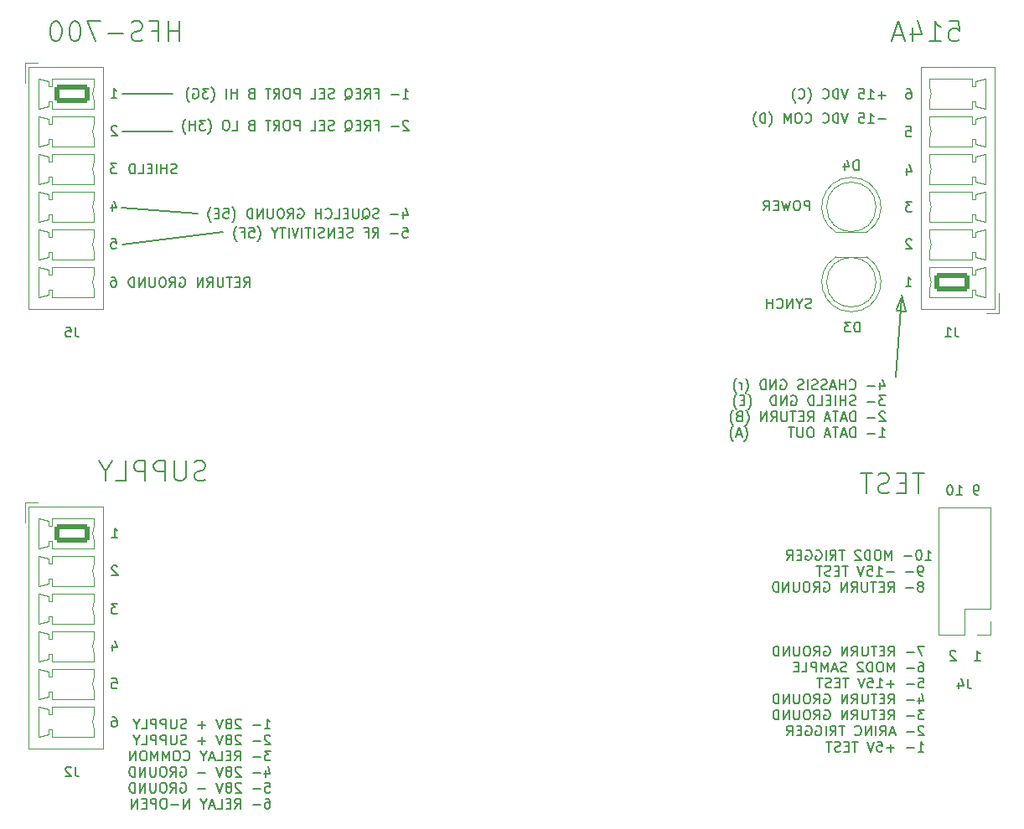
<source format=gbo>
G04 #@! TF.GenerationSoftware,KiCad,Pcbnew,7.0.7*
G04 #@! TF.CreationDate,2023-11-18T21:36:32+01:00*
G04 #@! TF.ProjectId,Mod2Arinc,4d6f6432-4172-4696-9e63-2e6b69636164,rev?*
G04 #@! TF.SameCoordinates,Original*
G04 #@! TF.FileFunction,Legend,Bot*
G04 #@! TF.FilePolarity,Positive*
%FSLAX46Y46*%
G04 Gerber Fmt 4.6, Leading zero omitted, Abs format (unit mm)*
G04 Created by KiCad (PCBNEW 7.0.7) date 2023-11-18 21:36:32*
%MOMM*%
%LPD*%
G01*
G04 APERTURE LIST*
G04 Aperture macros list*
%AMRoundRect*
0 Rectangle with rounded corners*
0 $1 Rounding radius*
0 $2 $3 $4 $5 $6 $7 $8 $9 X,Y pos of 4 corners*
0 Add a 4 corners polygon primitive as box body*
4,1,4,$2,$3,$4,$5,$6,$7,$8,$9,$2,$3,0*
0 Add four circle primitives for the rounded corners*
1,1,$1+$1,$2,$3*
1,1,$1+$1,$4,$5*
1,1,$1+$1,$6,$7*
1,1,$1+$1,$8,$9*
0 Add four rect primitives between the rounded corners*
20,1,$1+$1,$2,$3,$4,$5,0*
20,1,$1+$1,$4,$5,$6,$7,0*
20,1,$1+$1,$6,$7,$8,$9,0*
20,1,$1+$1,$8,$9,$2,$3,0*%
G04 Aperture macros list end*
%ADD10C,0.150000*%
%ADD11C,0.120000*%
%ADD12R,1.500000X1.500000*%
%ADD13C,1.500000*%
%ADD14C,1.600000*%
%ADD15C,3.600000*%
%ADD16C,6.400000*%
%ADD17O,1.600000X1.600000*%
%ADD18R,1.600000X1.600000*%
%ADD19C,2.700000*%
%ADD20C,3.000000*%
%ADD21R,1.700000X2.500000*%
%ADD22O,1.700000X2.500000*%
%ADD23R,1.500000X3.000000*%
%ADD24O,1.500000X3.000000*%
%ADD25R,1.700000X1.700000*%
%ADD26O,1.700000X1.700000*%
%ADD27O,3.500000X3.500000*%
%ADD28R,2.000000X1.905000*%
%ADD29O,2.000000X1.905000*%
%ADD30R,3.200000X3.200000*%
%ADD31O,3.200000X3.200000*%
%ADD32R,2.300000X2.300000*%
%ADD33C,2.300000*%
%ADD34C,2.600000*%
%ADD35O,3.600000X1.800000*%
%ADD36RoundRect,0.250000X-1.550000X0.650000X-1.550000X-0.650000X1.550000X-0.650000X1.550000X0.650000X0*%
%ADD37R,1.800000X1.800000*%
%ADD38C,1.800000*%
%ADD39RoundRect,0.250000X1.550000X-0.650000X1.550000X0.650000X-1.550000X0.650000X-1.550000X-0.650000X0*%
G04 APERTURE END LIST*
D10*
X168272070Y-80326035D02*
X160569344Y-79729695D01*
X239791840Y-90232216D02*
X238861575Y-90134293D01*
X239370000Y-88570000D02*
X239791840Y-90232216D01*
X239400150Y-88812338D02*
X238861575Y-89987409D01*
X238812614Y-96841994D02*
X239400150Y-88812338D01*
X237214920Y-97482194D02*
X237214920Y-98148861D01*
X237453015Y-97101242D02*
X237691110Y-97815527D01*
X237691110Y-97815527D02*
X237072063Y-97815527D01*
X236691110Y-97767908D02*
X235929206Y-97767908D01*
X234119682Y-98053622D02*
X234167301Y-98101242D01*
X234167301Y-98101242D02*
X234310158Y-98148861D01*
X234310158Y-98148861D02*
X234405396Y-98148861D01*
X234405396Y-98148861D02*
X234548253Y-98101242D01*
X234548253Y-98101242D02*
X234643491Y-98006003D01*
X234643491Y-98006003D02*
X234691110Y-97910765D01*
X234691110Y-97910765D02*
X234738729Y-97720289D01*
X234738729Y-97720289D02*
X234738729Y-97577432D01*
X234738729Y-97577432D02*
X234691110Y-97386956D01*
X234691110Y-97386956D02*
X234643491Y-97291718D01*
X234643491Y-97291718D02*
X234548253Y-97196480D01*
X234548253Y-97196480D02*
X234405396Y-97148861D01*
X234405396Y-97148861D02*
X234310158Y-97148861D01*
X234310158Y-97148861D02*
X234167301Y-97196480D01*
X234167301Y-97196480D02*
X234119682Y-97244099D01*
X233691110Y-98148861D02*
X233691110Y-97148861D01*
X233691110Y-97625051D02*
X233119682Y-97625051D01*
X233119682Y-98148861D02*
X233119682Y-97148861D01*
X232691110Y-97863146D02*
X232214920Y-97863146D01*
X232786348Y-98148861D02*
X232453015Y-97148861D01*
X232453015Y-97148861D02*
X232119682Y-98148861D01*
X231833967Y-98101242D02*
X231691110Y-98148861D01*
X231691110Y-98148861D02*
X231453015Y-98148861D01*
X231453015Y-98148861D02*
X231357777Y-98101242D01*
X231357777Y-98101242D02*
X231310158Y-98053622D01*
X231310158Y-98053622D02*
X231262539Y-97958384D01*
X231262539Y-97958384D02*
X231262539Y-97863146D01*
X231262539Y-97863146D02*
X231310158Y-97767908D01*
X231310158Y-97767908D02*
X231357777Y-97720289D01*
X231357777Y-97720289D02*
X231453015Y-97672670D01*
X231453015Y-97672670D02*
X231643491Y-97625051D01*
X231643491Y-97625051D02*
X231738729Y-97577432D01*
X231738729Y-97577432D02*
X231786348Y-97529813D01*
X231786348Y-97529813D02*
X231833967Y-97434575D01*
X231833967Y-97434575D02*
X231833967Y-97339337D01*
X231833967Y-97339337D02*
X231786348Y-97244099D01*
X231786348Y-97244099D02*
X231738729Y-97196480D01*
X231738729Y-97196480D02*
X231643491Y-97148861D01*
X231643491Y-97148861D02*
X231405396Y-97148861D01*
X231405396Y-97148861D02*
X231262539Y-97196480D01*
X230881586Y-98101242D02*
X230738729Y-98148861D01*
X230738729Y-98148861D02*
X230500634Y-98148861D01*
X230500634Y-98148861D02*
X230405396Y-98101242D01*
X230405396Y-98101242D02*
X230357777Y-98053622D01*
X230357777Y-98053622D02*
X230310158Y-97958384D01*
X230310158Y-97958384D02*
X230310158Y-97863146D01*
X230310158Y-97863146D02*
X230357777Y-97767908D01*
X230357777Y-97767908D02*
X230405396Y-97720289D01*
X230405396Y-97720289D02*
X230500634Y-97672670D01*
X230500634Y-97672670D02*
X230691110Y-97625051D01*
X230691110Y-97625051D02*
X230786348Y-97577432D01*
X230786348Y-97577432D02*
X230833967Y-97529813D01*
X230833967Y-97529813D02*
X230881586Y-97434575D01*
X230881586Y-97434575D02*
X230881586Y-97339337D01*
X230881586Y-97339337D02*
X230833967Y-97244099D01*
X230833967Y-97244099D02*
X230786348Y-97196480D01*
X230786348Y-97196480D02*
X230691110Y-97148861D01*
X230691110Y-97148861D02*
X230453015Y-97148861D01*
X230453015Y-97148861D02*
X230310158Y-97196480D01*
X229881586Y-98148861D02*
X229881586Y-97148861D01*
X229453015Y-98101242D02*
X229310158Y-98148861D01*
X229310158Y-98148861D02*
X229072063Y-98148861D01*
X229072063Y-98148861D02*
X228976825Y-98101242D01*
X228976825Y-98101242D02*
X228929206Y-98053622D01*
X228929206Y-98053622D02*
X228881587Y-97958384D01*
X228881587Y-97958384D02*
X228881587Y-97863146D01*
X228881587Y-97863146D02*
X228929206Y-97767908D01*
X228929206Y-97767908D02*
X228976825Y-97720289D01*
X228976825Y-97720289D02*
X229072063Y-97672670D01*
X229072063Y-97672670D02*
X229262539Y-97625051D01*
X229262539Y-97625051D02*
X229357777Y-97577432D01*
X229357777Y-97577432D02*
X229405396Y-97529813D01*
X229405396Y-97529813D02*
X229453015Y-97434575D01*
X229453015Y-97434575D02*
X229453015Y-97339337D01*
X229453015Y-97339337D02*
X229405396Y-97244099D01*
X229405396Y-97244099D02*
X229357777Y-97196480D01*
X229357777Y-97196480D02*
X229262539Y-97148861D01*
X229262539Y-97148861D02*
X229024444Y-97148861D01*
X229024444Y-97148861D02*
X228881587Y-97196480D01*
X227167301Y-97196480D02*
X227262539Y-97148861D01*
X227262539Y-97148861D02*
X227405396Y-97148861D01*
X227405396Y-97148861D02*
X227548253Y-97196480D01*
X227548253Y-97196480D02*
X227643491Y-97291718D01*
X227643491Y-97291718D02*
X227691110Y-97386956D01*
X227691110Y-97386956D02*
X227738729Y-97577432D01*
X227738729Y-97577432D02*
X227738729Y-97720289D01*
X227738729Y-97720289D02*
X227691110Y-97910765D01*
X227691110Y-97910765D02*
X227643491Y-98006003D01*
X227643491Y-98006003D02*
X227548253Y-98101242D01*
X227548253Y-98101242D02*
X227405396Y-98148861D01*
X227405396Y-98148861D02*
X227310158Y-98148861D01*
X227310158Y-98148861D02*
X227167301Y-98101242D01*
X227167301Y-98101242D02*
X227119682Y-98053622D01*
X227119682Y-98053622D02*
X227119682Y-97720289D01*
X227119682Y-97720289D02*
X227310158Y-97720289D01*
X226691110Y-98148861D02*
X226691110Y-97148861D01*
X226691110Y-97148861D02*
X226119682Y-98148861D01*
X226119682Y-98148861D02*
X226119682Y-97148861D01*
X225643491Y-98148861D02*
X225643491Y-97148861D01*
X225643491Y-97148861D02*
X225405396Y-97148861D01*
X225405396Y-97148861D02*
X225262539Y-97196480D01*
X225262539Y-97196480D02*
X225167301Y-97291718D01*
X225167301Y-97291718D02*
X225119682Y-97386956D01*
X225119682Y-97386956D02*
X225072063Y-97577432D01*
X225072063Y-97577432D02*
X225072063Y-97720289D01*
X225072063Y-97720289D02*
X225119682Y-97910765D01*
X225119682Y-97910765D02*
X225167301Y-98006003D01*
X225167301Y-98006003D02*
X225262539Y-98101242D01*
X225262539Y-98101242D02*
X225405396Y-98148861D01*
X225405396Y-98148861D02*
X225643491Y-98148861D01*
X223595872Y-98529813D02*
X223643491Y-98482194D01*
X223643491Y-98482194D02*
X223738729Y-98339337D01*
X223738729Y-98339337D02*
X223786348Y-98244099D01*
X223786348Y-98244099D02*
X223833967Y-98101242D01*
X223833967Y-98101242D02*
X223881586Y-97863146D01*
X223881586Y-97863146D02*
X223881586Y-97672670D01*
X223881586Y-97672670D02*
X223833967Y-97434575D01*
X223833967Y-97434575D02*
X223786348Y-97291718D01*
X223786348Y-97291718D02*
X223738729Y-97196480D01*
X223738729Y-97196480D02*
X223643491Y-97053622D01*
X223643491Y-97053622D02*
X223595872Y-97006003D01*
X223214919Y-98148861D02*
X223214919Y-97482194D01*
X223214919Y-97672670D02*
X223167300Y-97577432D01*
X223167300Y-97577432D02*
X223119681Y-97529813D01*
X223119681Y-97529813D02*
X223024443Y-97482194D01*
X223024443Y-97482194D02*
X222929205Y-97482194D01*
X222691109Y-98529813D02*
X222643490Y-98482194D01*
X222643490Y-98482194D02*
X222548252Y-98339337D01*
X222548252Y-98339337D02*
X222500633Y-98244099D01*
X222500633Y-98244099D02*
X222453014Y-98101242D01*
X222453014Y-98101242D02*
X222405395Y-97863146D01*
X222405395Y-97863146D02*
X222405395Y-97672670D01*
X222405395Y-97672670D02*
X222453014Y-97434575D01*
X222453014Y-97434575D02*
X222500633Y-97291718D01*
X222500633Y-97291718D02*
X222548252Y-97196480D01*
X222548252Y-97196480D02*
X222643490Y-97053622D01*
X222643490Y-97053622D02*
X222691109Y-97006003D01*
X237738729Y-98758861D02*
X237119682Y-98758861D01*
X237119682Y-98758861D02*
X237453015Y-99139813D01*
X237453015Y-99139813D02*
X237310158Y-99139813D01*
X237310158Y-99139813D02*
X237214920Y-99187432D01*
X237214920Y-99187432D02*
X237167301Y-99235051D01*
X237167301Y-99235051D02*
X237119682Y-99330289D01*
X237119682Y-99330289D02*
X237119682Y-99568384D01*
X237119682Y-99568384D02*
X237167301Y-99663622D01*
X237167301Y-99663622D02*
X237214920Y-99711242D01*
X237214920Y-99711242D02*
X237310158Y-99758861D01*
X237310158Y-99758861D02*
X237595872Y-99758861D01*
X237595872Y-99758861D02*
X237691110Y-99711242D01*
X237691110Y-99711242D02*
X237738729Y-99663622D01*
X236691110Y-99377908D02*
X235929206Y-99377908D01*
X234738729Y-99711242D02*
X234595872Y-99758861D01*
X234595872Y-99758861D02*
X234357777Y-99758861D01*
X234357777Y-99758861D02*
X234262539Y-99711242D01*
X234262539Y-99711242D02*
X234214920Y-99663622D01*
X234214920Y-99663622D02*
X234167301Y-99568384D01*
X234167301Y-99568384D02*
X234167301Y-99473146D01*
X234167301Y-99473146D02*
X234214920Y-99377908D01*
X234214920Y-99377908D02*
X234262539Y-99330289D01*
X234262539Y-99330289D02*
X234357777Y-99282670D01*
X234357777Y-99282670D02*
X234548253Y-99235051D01*
X234548253Y-99235051D02*
X234643491Y-99187432D01*
X234643491Y-99187432D02*
X234691110Y-99139813D01*
X234691110Y-99139813D02*
X234738729Y-99044575D01*
X234738729Y-99044575D02*
X234738729Y-98949337D01*
X234738729Y-98949337D02*
X234691110Y-98854099D01*
X234691110Y-98854099D02*
X234643491Y-98806480D01*
X234643491Y-98806480D02*
X234548253Y-98758861D01*
X234548253Y-98758861D02*
X234310158Y-98758861D01*
X234310158Y-98758861D02*
X234167301Y-98806480D01*
X233738729Y-99758861D02*
X233738729Y-98758861D01*
X233738729Y-99235051D02*
X233167301Y-99235051D01*
X233167301Y-99758861D02*
X233167301Y-98758861D01*
X232691110Y-99758861D02*
X232691110Y-98758861D01*
X232214920Y-99235051D02*
X231881587Y-99235051D01*
X231738730Y-99758861D02*
X232214920Y-99758861D01*
X232214920Y-99758861D02*
X232214920Y-98758861D01*
X232214920Y-98758861D02*
X231738730Y-98758861D01*
X230833968Y-99758861D02*
X231310158Y-99758861D01*
X231310158Y-99758861D02*
X231310158Y-98758861D01*
X230500634Y-99758861D02*
X230500634Y-98758861D01*
X230500634Y-98758861D02*
X230262539Y-98758861D01*
X230262539Y-98758861D02*
X230119682Y-98806480D01*
X230119682Y-98806480D02*
X230024444Y-98901718D01*
X230024444Y-98901718D02*
X229976825Y-98996956D01*
X229976825Y-98996956D02*
X229929206Y-99187432D01*
X229929206Y-99187432D02*
X229929206Y-99330289D01*
X229929206Y-99330289D02*
X229976825Y-99520765D01*
X229976825Y-99520765D02*
X230024444Y-99616003D01*
X230024444Y-99616003D02*
X230119682Y-99711242D01*
X230119682Y-99711242D02*
X230262539Y-99758861D01*
X230262539Y-99758861D02*
X230500634Y-99758861D01*
X228214920Y-98806480D02*
X228310158Y-98758861D01*
X228310158Y-98758861D02*
X228453015Y-98758861D01*
X228453015Y-98758861D02*
X228595872Y-98806480D01*
X228595872Y-98806480D02*
X228691110Y-98901718D01*
X228691110Y-98901718D02*
X228738729Y-98996956D01*
X228738729Y-98996956D02*
X228786348Y-99187432D01*
X228786348Y-99187432D02*
X228786348Y-99330289D01*
X228786348Y-99330289D02*
X228738729Y-99520765D01*
X228738729Y-99520765D02*
X228691110Y-99616003D01*
X228691110Y-99616003D02*
X228595872Y-99711242D01*
X228595872Y-99711242D02*
X228453015Y-99758861D01*
X228453015Y-99758861D02*
X228357777Y-99758861D01*
X228357777Y-99758861D02*
X228214920Y-99711242D01*
X228214920Y-99711242D02*
X228167301Y-99663622D01*
X228167301Y-99663622D02*
X228167301Y-99330289D01*
X228167301Y-99330289D02*
X228357777Y-99330289D01*
X227738729Y-99758861D02*
X227738729Y-98758861D01*
X227738729Y-98758861D02*
X227167301Y-99758861D01*
X227167301Y-99758861D02*
X227167301Y-98758861D01*
X226691110Y-99758861D02*
X226691110Y-98758861D01*
X226691110Y-98758861D02*
X226453015Y-98758861D01*
X226453015Y-98758861D02*
X226310158Y-98806480D01*
X226310158Y-98806480D02*
X226214920Y-98901718D01*
X226214920Y-98901718D02*
X226167301Y-98996956D01*
X226167301Y-98996956D02*
X226119682Y-99187432D01*
X226119682Y-99187432D02*
X226119682Y-99330289D01*
X226119682Y-99330289D02*
X226167301Y-99520765D01*
X226167301Y-99520765D02*
X226214920Y-99616003D01*
X226214920Y-99616003D02*
X226310158Y-99711242D01*
X226310158Y-99711242D02*
X226453015Y-99758861D01*
X226453015Y-99758861D02*
X226691110Y-99758861D01*
X223881586Y-100139813D02*
X223929205Y-100092194D01*
X223929205Y-100092194D02*
X224024443Y-99949337D01*
X224024443Y-99949337D02*
X224072062Y-99854099D01*
X224072062Y-99854099D02*
X224119681Y-99711242D01*
X224119681Y-99711242D02*
X224167300Y-99473146D01*
X224167300Y-99473146D02*
X224167300Y-99282670D01*
X224167300Y-99282670D02*
X224119681Y-99044575D01*
X224119681Y-99044575D02*
X224072062Y-98901718D01*
X224072062Y-98901718D02*
X224024443Y-98806480D01*
X224024443Y-98806480D02*
X223929205Y-98663622D01*
X223929205Y-98663622D02*
X223881586Y-98616003D01*
X223500633Y-99235051D02*
X223167300Y-99235051D01*
X223024443Y-99758861D02*
X223500633Y-99758861D01*
X223500633Y-99758861D02*
X223500633Y-98758861D01*
X223500633Y-98758861D02*
X223024443Y-98758861D01*
X222691109Y-100139813D02*
X222643490Y-100092194D01*
X222643490Y-100092194D02*
X222548252Y-99949337D01*
X222548252Y-99949337D02*
X222500633Y-99854099D01*
X222500633Y-99854099D02*
X222453014Y-99711242D01*
X222453014Y-99711242D02*
X222405395Y-99473146D01*
X222405395Y-99473146D02*
X222405395Y-99282670D01*
X222405395Y-99282670D02*
X222453014Y-99044575D01*
X222453014Y-99044575D02*
X222500633Y-98901718D01*
X222500633Y-98901718D02*
X222548252Y-98806480D01*
X222548252Y-98806480D02*
X222643490Y-98663622D01*
X222643490Y-98663622D02*
X222691109Y-98616003D01*
X237691110Y-100464099D02*
X237643491Y-100416480D01*
X237643491Y-100416480D02*
X237548253Y-100368861D01*
X237548253Y-100368861D02*
X237310158Y-100368861D01*
X237310158Y-100368861D02*
X237214920Y-100416480D01*
X237214920Y-100416480D02*
X237167301Y-100464099D01*
X237167301Y-100464099D02*
X237119682Y-100559337D01*
X237119682Y-100559337D02*
X237119682Y-100654575D01*
X237119682Y-100654575D02*
X237167301Y-100797432D01*
X237167301Y-100797432D02*
X237738729Y-101368861D01*
X237738729Y-101368861D02*
X237119682Y-101368861D01*
X236691110Y-100987908D02*
X235929206Y-100987908D01*
X234691110Y-101368861D02*
X234691110Y-100368861D01*
X234691110Y-100368861D02*
X234453015Y-100368861D01*
X234453015Y-100368861D02*
X234310158Y-100416480D01*
X234310158Y-100416480D02*
X234214920Y-100511718D01*
X234214920Y-100511718D02*
X234167301Y-100606956D01*
X234167301Y-100606956D02*
X234119682Y-100797432D01*
X234119682Y-100797432D02*
X234119682Y-100940289D01*
X234119682Y-100940289D02*
X234167301Y-101130765D01*
X234167301Y-101130765D02*
X234214920Y-101226003D01*
X234214920Y-101226003D02*
X234310158Y-101321242D01*
X234310158Y-101321242D02*
X234453015Y-101368861D01*
X234453015Y-101368861D02*
X234691110Y-101368861D01*
X233738729Y-101083146D02*
X233262539Y-101083146D01*
X233833967Y-101368861D02*
X233500634Y-100368861D01*
X233500634Y-100368861D02*
X233167301Y-101368861D01*
X232976824Y-100368861D02*
X232405396Y-100368861D01*
X232691110Y-101368861D02*
X232691110Y-100368861D01*
X232119681Y-101083146D02*
X231643491Y-101083146D01*
X232214919Y-101368861D02*
X231881586Y-100368861D01*
X231881586Y-100368861D02*
X231548253Y-101368861D01*
X229881586Y-101368861D02*
X230214919Y-100892670D01*
X230453014Y-101368861D02*
X230453014Y-100368861D01*
X230453014Y-100368861D02*
X230072062Y-100368861D01*
X230072062Y-100368861D02*
X229976824Y-100416480D01*
X229976824Y-100416480D02*
X229929205Y-100464099D01*
X229929205Y-100464099D02*
X229881586Y-100559337D01*
X229881586Y-100559337D02*
X229881586Y-100702194D01*
X229881586Y-100702194D02*
X229929205Y-100797432D01*
X229929205Y-100797432D02*
X229976824Y-100845051D01*
X229976824Y-100845051D02*
X230072062Y-100892670D01*
X230072062Y-100892670D02*
X230453014Y-100892670D01*
X229453014Y-100845051D02*
X229119681Y-100845051D01*
X228976824Y-101368861D02*
X229453014Y-101368861D01*
X229453014Y-101368861D02*
X229453014Y-100368861D01*
X229453014Y-100368861D02*
X228976824Y-100368861D01*
X228691109Y-100368861D02*
X228119681Y-100368861D01*
X228405395Y-101368861D02*
X228405395Y-100368861D01*
X227786347Y-100368861D02*
X227786347Y-101178384D01*
X227786347Y-101178384D02*
X227738728Y-101273622D01*
X227738728Y-101273622D02*
X227691109Y-101321242D01*
X227691109Y-101321242D02*
X227595871Y-101368861D01*
X227595871Y-101368861D02*
X227405395Y-101368861D01*
X227405395Y-101368861D02*
X227310157Y-101321242D01*
X227310157Y-101321242D02*
X227262538Y-101273622D01*
X227262538Y-101273622D02*
X227214919Y-101178384D01*
X227214919Y-101178384D02*
X227214919Y-100368861D01*
X226167300Y-101368861D02*
X226500633Y-100892670D01*
X226738728Y-101368861D02*
X226738728Y-100368861D01*
X226738728Y-100368861D02*
X226357776Y-100368861D01*
X226357776Y-100368861D02*
X226262538Y-100416480D01*
X226262538Y-100416480D02*
X226214919Y-100464099D01*
X226214919Y-100464099D02*
X226167300Y-100559337D01*
X226167300Y-100559337D02*
X226167300Y-100702194D01*
X226167300Y-100702194D02*
X226214919Y-100797432D01*
X226214919Y-100797432D02*
X226262538Y-100845051D01*
X226262538Y-100845051D02*
X226357776Y-100892670D01*
X226357776Y-100892670D02*
X226738728Y-100892670D01*
X225738728Y-101368861D02*
X225738728Y-100368861D01*
X225738728Y-100368861D02*
X225167300Y-101368861D01*
X225167300Y-101368861D02*
X225167300Y-100368861D01*
X223643490Y-101749813D02*
X223691109Y-101702194D01*
X223691109Y-101702194D02*
X223786347Y-101559337D01*
X223786347Y-101559337D02*
X223833966Y-101464099D01*
X223833966Y-101464099D02*
X223881585Y-101321242D01*
X223881585Y-101321242D02*
X223929204Y-101083146D01*
X223929204Y-101083146D02*
X223929204Y-100892670D01*
X223929204Y-100892670D02*
X223881585Y-100654575D01*
X223881585Y-100654575D02*
X223833966Y-100511718D01*
X223833966Y-100511718D02*
X223786347Y-100416480D01*
X223786347Y-100416480D02*
X223691109Y-100273622D01*
X223691109Y-100273622D02*
X223643490Y-100226003D01*
X222929204Y-100845051D02*
X222786347Y-100892670D01*
X222786347Y-100892670D02*
X222738728Y-100940289D01*
X222738728Y-100940289D02*
X222691109Y-101035527D01*
X222691109Y-101035527D02*
X222691109Y-101178384D01*
X222691109Y-101178384D02*
X222738728Y-101273622D01*
X222738728Y-101273622D02*
X222786347Y-101321242D01*
X222786347Y-101321242D02*
X222881585Y-101368861D01*
X222881585Y-101368861D02*
X223262537Y-101368861D01*
X223262537Y-101368861D02*
X223262537Y-100368861D01*
X223262537Y-100368861D02*
X222929204Y-100368861D01*
X222929204Y-100368861D02*
X222833966Y-100416480D01*
X222833966Y-100416480D02*
X222786347Y-100464099D01*
X222786347Y-100464099D02*
X222738728Y-100559337D01*
X222738728Y-100559337D02*
X222738728Y-100654575D01*
X222738728Y-100654575D02*
X222786347Y-100749813D01*
X222786347Y-100749813D02*
X222833966Y-100797432D01*
X222833966Y-100797432D02*
X222929204Y-100845051D01*
X222929204Y-100845051D02*
X223262537Y-100845051D01*
X222357775Y-101749813D02*
X222310156Y-101702194D01*
X222310156Y-101702194D02*
X222214918Y-101559337D01*
X222214918Y-101559337D02*
X222167299Y-101464099D01*
X222167299Y-101464099D02*
X222119680Y-101321242D01*
X222119680Y-101321242D02*
X222072061Y-101083146D01*
X222072061Y-101083146D02*
X222072061Y-100892670D01*
X222072061Y-100892670D02*
X222119680Y-100654575D01*
X222119680Y-100654575D02*
X222167299Y-100511718D01*
X222167299Y-100511718D02*
X222214918Y-100416480D01*
X222214918Y-100416480D02*
X222310156Y-100273622D01*
X222310156Y-100273622D02*
X222357775Y-100226003D01*
X237119682Y-102978861D02*
X237691110Y-102978861D01*
X237405396Y-102978861D02*
X237405396Y-101978861D01*
X237405396Y-101978861D02*
X237500634Y-102121718D01*
X237500634Y-102121718D02*
X237595872Y-102216956D01*
X237595872Y-102216956D02*
X237691110Y-102264575D01*
X236691110Y-102597908D02*
X235929206Y-102597908D01*
X234691110Y-102978861D02*
X234691110Y-101978861D01*
X234691110Y-101978861D02*
X234453015Y-101978861D01*
X234453015Y-101978861D02*
X234310158Y-102026480D01*
X234310158Y-102026480D02*
X234214920Y-102121718D01*
X234214920Y-102121718D02*
X234167301Y-102216956D01*
X234167301Y-102216956D02*
X234119682Y-102407432D01*
X234119682Y-102407432D02*
X234119682Y-102550289D01*
X234119682Y-102550289D02*
X234167301Y-102740765D01*
X234167301Y-102740765D02*
X234214920Y-102836003D01*
X234214920Y-102836003D02*
X234310158Y-102931242D01*
X234310158Y-102931242D02*
X234453015Y-102978861D01*
X234453015Y-102978861D02*
X234691110Y-102978861D01*
X233738729Y-102693146D02*
X233262539Y-102693146D01*
X233833967Y-102978861D02*
X233500634Y-101978861D01*
X233500634Y-101978861D02*
X233167301Y-102978861D01*
X232976824Y-101978861D02*
X232405396Y-101978861D01*
X232691110Y-102978861D02*
X232691110Y-101978861D01*
X232119681Y-102693146D02*
X231643491Y-102693146D01*
X232214919Y-102978861D02*
X231881586Y-101978861D01*
X231881586Y-101978861D02*
X231548253Y-102978861D01*
X230262538Y-101978861D02*
X230072062Y-101978861D01*
X230072062Y-101978861D02*
X229976824Y-102026480D01*
X229976824Y-102026480D02*
X229881586Y-102121718D01*
X229881586Y-102121718D02*
X229833967Y-102312194D01*
X229833967Y-102312194D02*
X229833967Y-102645527D01*
X229833967Y-102645527D02*
X229881586Y-102836003D01*
X229881586Y-102836003D02*
X229976824Y-102931242D01*
X229976824Y-102931242D02*
X230072062Y-102978861D01*
X230072062Y-102978861D02*
X230262538Y-102978861D01*
X230262538Y-102978861D02*
X230357776Y-102931242D01*
X230357776Y-102931242D02*
X230453014Y-102836003D01*
X230453014Y-102836003D02*
X230500633Y-102645527D01*
X230500633Y-102645527D02*
X230500633Y-102312194D01*
X230500633Y-102312194D02*
X230453014Y-102121718D01*
X230453014Y-102121718D02*
X230357776Y-102026480D01*
X230357776Y-102026480D02*
X230262538Y-101978861D01*
X229405395Y-101978861D02*
X229405395Y-102788384D01*
X229405395Y-102788384D02*
X229357776Y-102883622D01*
X229357776Y-102883622D02*
X229310157Y-102931242D01*
X229310157Y-102931242D02*
X229214919Y-102978861D01*
X229214919Y-102978861D02*
X229024443Y-102978861D01*
X229024443Y-102978861D02*
X228929205Y-102931242D01*
X228929205Y-102931242D02*
X228881586Y-102883622D01*
X228881586Y-102883622D02*
X228833967Y-102788384D01*
X228833967Y-102788384D02*
X228833967Y-101978861D01*
X228500633Y-101978861D02*
X227929205Y-101978861D01*
X228214919Y-102978861D02*
X228214919Y-101978861D01*
X223500632Y-103359813D02*
X223548251Y-103312194D01*
X223548251Y-103312194D02*
X223643489Y-103169337D01*
X223643489Y-103169337D02*
X223691108Y-103074099D01*
X223691108Y-103074099D02*
X223738727Y-102931242D01*
X223738727Y-102931242D02*
X223786346Y-102693146D01*
X223786346Y-102693146D02*
X223786346Y-102502670D01*
X223786346Y-102502670D02*
X223738727Y-102264575D01*
X223738727Y-102264575D02*
X223691108Y-102121718D01*
X223691108Y-102121718D02*
X223643489Y-102026480D01*
X223643489Y-102026480D02*
X223548251Y-101883622D01*
X223548251Y-101883622D02*
X223500632Y-101836003D01*
X223167298Y-102693146D02*
X222691108Y-102693146D01*
X223262536Y-102978861D02*
X222929203Y-101978861D01*
X222929203Y-101978861D02*
X222595870Y-102978861D01*
X222357774Y-103359813D02*
X222310155Y-103312194D01*
X222310155Y-103312194D02*
X222214917Y-103169337D01*
X222214917Y-103169337D02*
X222167298Y-103074099D01*
X222167298Y-103074099D02*
X222119679Y-102931242D01*
X222119679Y-102931242D02*
X222072060Y-102693146D01*
X222072060Y-102693146D02*
X222072060Y-102502670D01*
X222072060Y-102502670D02*
X222119679Y-102264575D01*
X222119679Y-102264575D02*
X222167298Y-102121718D01*
X222167298Y-102121718D02*
X222214917Y-102026480D01*
X222214917Y-102026480D02*
X222310155Y-101883622D01*
X222310155Y-101883622D02*
X222357774Y-101836003D01*
X237741414Y-70822014D02*
X236979510Y-70822014D01*
X235979510Y-71202967D02*
X236550938Y-71202967D01*
X236265224Y-71202967D02*
X236265224Y-70202967D01*
X236265224Y-70202967D02*
X236360462Y-70345824D01*
X236360462Y-70345824D02*
X236455700Y-70441062D01*
X236455700Y-70441062D02*
X236550938Y-70488681D01*
X235074748Y-70202967D02*
X235550938Y-70202967D01*
X235550938Y-70202967D02*
X235598557Y-70679157D01*
X235598557Y-70679157D02*
X235550938Y-70631538D01*
X235550938Y-70631538D02*
X235455700Y-70583919D01*
X235455700Y-70583919D02*
X235217605Y-70583919D01*
X235217605Y-70583919D02*
X235122367Y-70631538D01*
X235122367Y-70631538D02*
X235074748Y-70679157D01*
X235074748Y-70679157D02*
X235027129Y-70774395D01*
X235027129Y-70774395D02*
X235027129Y-71012490D01*
X235027129Y-71012490D02*
X235074748Y-71107728D01*
X235074748Y-71107728D02*
X235122367Y-71155348D01*
X235122367Y-71155348D02*
X235217605Y-71202967D01*
X235217605Y-71202967D02*
X235455700Y-71202967D01*
X235455700Y-71202967D02*
X235550938Y-71155348D01*
X235550938Y-71155348D02*
X235598557Y-71107728D01*
X233979509Y-70202967D02*
X233646176Y-71202967D01*
X233646176Y-71202967D02*
X233312843Y-70202967D01*
X232979509Y-71202967D02*
X232979509Y-70202967D01*
X232979509Y-70202967D02*
X232741414Y-70202967D01*
X232741414Y-70202967D02*
X232598557Y-70250586D01*
X232598557Y-70250586D02*
X232503319Y-70345824D01*
X232503319Y-70345824D02*
X232455700Y-70441062D01*
X232455700Y-70441062D02*
X232408081Y-70631538D01*
X232408081Y-70631538D02*
X232408081Y-70774395D01*
X232408081Y-70774395D02*
X232455700Y-70964871D01*
X232455700Y-70964871D02*
X232503319Y-71060109D01*
X232503319Y-71060109D02*
X232598557Y-71155348D01*
X232598557Y-71155348D02*
X232741414Y-71202967D01*
X232741414Y-71202967D02*
X232979509Y-71202967D01*
X231408081Y-71107728D02*
X231455700Y-71155348D01*
X231455700Y-71155348D02*
X231598557Y-71202967D01*
X231598557Y-71202967D02*
X231693795Y-71202967D01*
X231693795Y-71202967D02*
X231836652Y-71155348D01*
X231836652Y-71155348D02*
X231931890Y-71060109D01*
X231931890Y-71060109D02*
X231979509Y-70964871D01*
X231979509Y-70964871D02*
X232027128Y-70774395D01*
X232027128Y-70774395D02*
X232027128Y-70631538D01*
X232027128Y-70631538D02*
X231979509Y-70441062D01*
X231979509Y-70441062D02*
X231931890Y-70345824D01*
X231931890Y-70345824D02*
X231836652Y-70250586D01*
X231836652Y-70250586D02*
X231693795Y-70202967D01*
X231693795Y-70202967D02*
X231598557Y-70202967D01*
X231598557Y-70202967D02*
X231455700Y-70250586D01*
X231455700Y-70250586D02*
X231408081Y-70298205D01*
X229646176Y-71107728D02*
X229693795Y-71155348D01*
X229693795Y-71155348D02*
X229836652Y-71202967D01*
X229836652Y-71202967D02*
X229931890Y-71202967D01*
X229931890Y-71202967D02*
X230074747Y-71155348D01*
X230074747Y-71155348D02*
X230169985Y-71060109D01*
X230169985Y-71060109D02*
X230217604Y-70964871D01*
X230217604Y-70964871D02*
X230265223Y-70774395D01*
X230265223Y-70774395D02*
X230265223Y-70631538D01*
X230265223Y-70631538D02*
X230217604Y-70441062D01*
X230217604Y-70441062D02*
X230169985Y-70345824D01*
X230169985Y-70345824D02*
X230074747Y-70250586D01*
X230074747Y-70250586D02*
X229931890Y-70202967D01*
X229931890Y-70202967D02*
X229836652Y-70202967D01*
X229836652Y-70202967D02*
X229693795Y-70250586D01*
X229693795Y-70250586D02*
X229646176Y-70298205D01*
X229027128Y-70202967D02*
X228836652Y-70202967D01*
X228836652Y-70202967D02*
X228741414Y-70250586D01*
X228741414Y-70250586D02*
X228646176Y-70345824D01*
X228646176Y-70345824D02*
X228598557Y-70536300D01*
X228598557Y-70536300D02*
X228598557Y-70869633D01*
X228598557Y-70869633D02*
X228646176Y-71060109D01*
X228646176Y-71060109D02*
X228741414Y-71155348D01*
X228741414Y-71155348D02*
X228836652Y-71202967D01*
X228836652Y-71202967D02*
X229027128Y-71202967D01*
X229027128Y-71202967D02*
X229122366Y-71155348D01*
X229122366Y-71155348D02*
X229217604Y-71060109D01*
X229217604Y-71060109D02*
X229265223Y-70869633D01*
X229265223Y-70869633D02*
X229265223Y-70536300D01*
X229265223Y-70536300D02*
X229217604Y-70345824D01*
X229217604Y-70345824D02*
X229122366Y-70250586D01*
X229122366Y-70250586D02*
X229027128Y-70202967D01*
X228169985Y-71202967D02*
X228169985Y-70202967D01*
X228169985Y-70202967D02*
X227836652Y-70917252D01*
X227836652Y-70917252D02*
X227503319Y-70202967D01*
X227503319Y-70202967D02*
X227503319Y-71202967D01*
X225979509Y-71583919D02*
X226027128Y-71536300D01*
X226027128Y-71536300D02*
X226122366Y-71393443D01*
X226122366Y-71393443D02*
X226169985Y-71298205D01*
X226169985Y-71298205D02*
X226217604Y-71155348D01*
X226217604Y-71155348D02*
X226265223Y-70917252D01*
X226265223Y-70917252D02*
X226265223Y-70726776D01*
X226265223Y-70726776D02*
X226217604Y-70488681D01*
X226217604Y-70488681D02*
X226169985Y-70345824D01*
X226169985Y-70345824D02*
X226122366Y-70250586D01*
X226122366Y-70250586D02*
X226027128Y-70107728D01*
X226027128Y-70107728D02*
X225979509Y-70060109D01*
X225598556Y-71202967D02*
X225598556Y-70202967D01*
X225598556Y-70202967D02*
X225360461Y-70202967D01*
X225360461Y-70202967D02*
X225217604Y-70250586D01*
X225217604Y-70250586D02*
X225122366Y-70345824D01*
X225122366Y-70345824D02*
X225074747Y-70441062D01*
X225074747Y-70441062D02*
X225027128Y-70631538D01*
X225027128Y-70631538D02*
X225027128Y-70774395D01*
X225027128Y-70774395D02*
X225074747Y-70964871D01*
X225074747Y-70964871D02*
X225122366Y-71060109D01*
X225122366Y-71060109D02*
X225217604Y-71155348D01*
X225217604Y-71155348D02*
X225360461Y-71202967D01*
X225360461Y-71202967D02*
X225598556Y-71202967D01*
X224693794Y-71583919D02*
X224646175Y-71536300D01*
X224646175Y-71536300D02*
X224550937Y-71393443D01*
X224550937Y-71393443D02*
X224503318Y-71298205D01*
X224503318Y-71298205D02*
X224455699Y-71155348D01*
X224455699Y-71155348D02*
X224408080Y-70917252D01*
X224408080Y-70917252D02*
X224408080Y-70726776D01*
X224408080Y-70726776D02*
X224455699Y-70488681D01*
X224455699Y-70488681D02*
X224503318Y-70345824D01*
X224503318Y-70345824D02*
X224550937Y-70250586D01*
X224550937Y-70250586D02*
X224646175Y-70107728D01*
X224646175Y-70107728D02*
X224693794Y-70060109D01*
X237741414Y-68373948D02*
X236979510Y-68373948D01*
X237360462Y-68754901D02*
X237360462Y-67992996D01*
X235979510Y-68754901D02*
X236550938Y-68754901D01*
X236265224Y-68754901D02*
X236265224Y-67754901D01*
X236265224Y-67754901D02*
X236360462Y-67897758D01*
X236360462Y-67897758D02*
X236455700Y-67992996D01*
X236455700Y-67992996D02*
X236550938Y-68040615D01*
X235074748Y-67754901D02*
X235550938Y-67754901D01*
X235550938Y-67754901D02*
X235598557Y-68231091D01*
X235598557Y-68231091D02*
X235550938Y-68183472D01*
X235550938Y-68183472D02*
X235455700Y-68135853D01*
X235455700Y-68135853D02*
X235217605Y-68135853D01*
X235217605Y-68135853D02*
X235122367Y-68183472D01*
X235122367Y-68183472D02*
X235074748Y-68231091D01*
X235074748Y-68231091D02*
X235027129Y-68326329D01*
X235027129Y-68326329D02*
X235027129Y-68564424D01*
X235027129Y-68564424D02*
X235074748Y-68659662D01*
X235074748Y-68659662D02*
X235122367Y-68707282D01*
X235122367Y-68707282D02*
X235217605Y-68754901D01*
X235217605Y-68754901D02*
X235455700Y-68754901D01*
X235455700Y-68754901D02*
X235550938Y-68707282D01*
X235550938Y-68707282D02*
X235598557Y-68659662D01*
X233979509Y-67754901D02*
X233646176Y-68754901D01*
X233646176Y-68754901D02*
X233312843Y-67754901D01*
X232979509Y-68754901D02*
X232979509Y-67754901D01*
X232979509Y-67754901D02*
X232741414Y-67754901D01*
X232741414Y-67754901D02*
X232598557Y-67802520D01*
X232598557Y-67802520D02*
X232503319Y-67897758D01*
X232503319Y-67897758D02*
X232455700Y-67992996D01*
X232455700Y-67992996D02*
X232408081Y-68183472D01*
X232408081Y-68183472D02*
X232408081Y-68326329D01*
X232408081Y-68326329D02*
X232455700Y-68516805D01*
X232455700Y-68516805D02*
X232503319Y-68612043D01*
X232503319Y-68612043D02*
X232598557Y-68707282D01*
X232598557Y-68707282D02*
X232741414Y-68754901D01*
X232741414Y-68754901D02*
X232979509Y-68754901D01*
X231408081Y-68659662D02*
X231455700Y-68707282D01*
X231455700Y-68707282D02*
X231598557Y-68754901D01*
X231598557Y-68754901D02*
X231693795Y-68754901D01*
X231693795Y-68754901D02*
X231836652Y-68707282D01*
X231836652Y-68707282D02*
X231931890Y-68612043D01*
X231931890Y-68612043D02*
X231979509Y-68516805D01*
X231979509Y-68516805D02*
X232027128Y-68326329D01*
X232027128Y-68326329D02*
X232027128Y-68183472D01*
X232027128Y-68183472D02*
X231979509Y-67992996D01*
X231979509Y-67992996D02*
X231931890Y-67897758D01*
X231931890Y-67897758D02*
X231836652Y-67802520D01*
X231836652Y-67802520D02*
X231693795Y-67754901D01*
X231693795Y-67754901D02*
X231598557Y-67754901D01*
X231598557Y-67754901D02*
X231455700Y-67802520D01*
X231455700Y-67802520D02*
X231408081Y-67850139D01*
X229931890Y-69135853D02*
X229979509Y-69088234D01*
X229979509Y-69088234D02*
X230074747Y-68945377D01*
X230074747Y-68945377D02*
X230122366Y-68850139D01*
X230122366Y-68850139D02*
X230169985Y-68707282D01*
X230169985Y-68707282D02*
X230217604Y-68469186D01*
X230217604Y-68469186D02*
X230217604Y-68278710D01*
X230217604Y-68278710D02*
X230169985Y-68040615D01*
X230169985Y-68040615D02*
X230122366Y-67897758D01*
X230122366Y-67897758D02*
X230074747Y-67802520D01*
X230074747Y-67802520D02*
X229979509Y-67659662D01*
X229979509Y-67659662D02*
X229931890Y-67612043D01*
X228979509Y-68659662D02*
X229027128Y-68707282D01*
X229027128Y-68707282D02*
X229169985Y-68754901D01*
X229169985Y-68754901D02*
X229265223Y-68754901D01*
X229265223Y-68754901D02*
X229408080Y-68707282D01*
X229408080Y-68707282D02*
X229503318Y-68612043D01*
X229503318Y-68612043D02*
X229550937Y-68516805D01*
X229550937Y-68516805D02*
X229598556Y-68326329D01*
X229598556Y-68326329D02*
X229598556Y-68183472D01*
X229598556Y-68183472D02*
X229550937Y-67992996D01*
X229550937Y-67992996D02*
X229503318Y-67897758D01*
X229503318Y-67897758D02*
X229408080Y-67802520D01*
X229408080Y-67802520D02*
X229265223Y-67754901D01*
X229265223Y-67754901D02*
X229169985Y-67754901D01*
X229169985Y-67754901D02*
X229027128Y-67802520D01*
X229027128Y-67802520D02*
X228979509Y-67850139D01*
X228646175Y-69135853D02*
X228598556Y-69088234D01*
X228598556Y-69088234D02*
X228503318Y-68945377D01*
X228503318Y-68945377D02*
X228455699Y-68850139D01*
X228455699Y-68850139D02*
X228408080Y-68707282D01*
X228408080Y-68707282D02*
X228360461Y-68469186D01*
X228360461Y-68469186D02*
X228360461Y-68278710D01*
X228360461Y-68278710D02*
X228408080Y-68040615D01*
X228408080Y-68040615D02*
X228455699Y-67897758D01*
X228455699Y-67897758D02*
X228503318Y-67802520D01*
X228503318Y-67802520D02*
X228598556Y-67659662D01*
X228598556Y-67659662D02*
X228646175Y-67612043D01*
X239907793Y-67754901D02*
X240098269Y-67754901D01*
X240098269Y-67754901D02*
X240193507Y-67802520D01*
X240193507Y-67802520D02*
X240241126Y-67850139D01*
X240241126Y-67850139D02*
X240336364Y-67992996D01*
X240336364Y-67992996D02*
X240383983Y-68183472D01*
X240383983Y-68183472D02*
X240383983Y-68564424D01*
X240383983Y-68564424D02*
X240336364Y-68659662D01*
X240336364Y-68659662D02*
X240288745Y-68707282D01*
X240288745Y-68707282D02*
X240193507Y-68754901D01*
X240193507Y-68754901D02*
X240003031Y-68754901D01*
X240003031Y-68754901D02*
X239907793Y-68707282D01*
X239907793Y-68707282D02*
X239860174Y-68659662D01*
X239860174Y-68659662D02*
X239812555Y-68564424D01*
X239812555Y-68564424D02*
X239812555Y-68326329D01*
X239812555Y-68326329D02*
X239860174Y-68231091D01*
X239860174Y-68231091D02*
X239907793Y-68183472D01*
X239907793Y-68183472D02*
X240003031Y-68135853D01*
X240003031Y-68135853D02*
X240193507Y-68135853D01*
X240193507Y-68135853D02*
X240288745Y-68183472D01*
X240288745Y-68183472D02*
X240336364Y-68231091D01*
X240336364Y-68231091D02*
X240383983Y-68326329D01*
X239811213Y-71573883D02*
X240287403Y-71573883D01*
X240287403Y-71573883D02*
X240335022Y-72050073D01*
X240335022Y-72050073D02*
X240287403Y-72002454D01*
X240287403Y-72002454D02*
X240192165Y-71954835D01*
X240192165Y-71954835D02*
X239954070Y-71954835D01*
X239954070Y-71954835D02*
X239858832Y-72002454D01*
X239858832Y-72002454D02*
X239811213Y-72050073D01*
X239811213Y-72050073D02*
X239763594Y-72145311D01*
X239763594Y-72145311D02*
X239763594Y-72383406D01*
X239763594Y-72383406D02*
X239811213Y-72478644D01*
X239811213Y-72478644D02*
X239858832Y-72526264D01*
X239858832Y-72526264D02*
X239954070Y-72573883D01*
X239954070Y-72573883D02*
X240192165Y-72573883D01*
X240192165Y-72573883D02*
X240287403Y-72526264D01*
X240287403Y-72526264D02*
X240335022Y-72478644D01*
X239907793Y-75775160D02*
X239907793Y-76441827D01*
X240145888Y-75394208D02*
X240383983Y-76108493D01*
X240383983Y-76108493D02*
X239764936Y-76108493D01*
X240431602Y-79162888D02*
X239812555Y-79162888D01*
X239812555Y-79162888D02*
X240145888Y-79543840D01*
X240145888Y-79543840D02*
X240003031Y-79543840D01*
X240003031Y-79543840D02*
X239907793Y-79591459D01*
X239907793Y-79591459D02*
X239860174Y-79639078D01*
X239860174Y-79639078D02*
X239812555Y-79734316D01*
X239812555Y-79734316D02*
X239812555Y-79972411D01*
X239812555Y-79972411D02*
X239860174Y-80067649D01*
X239860174Y-80067649D02*
X239907793Y-80115269D01*
X239907793Y-80115269D02*
X240003031Y-80162888D01*
X240003031Y-80162888D02*
X240288745Y-80162888D01*
X240288745Y-80162888D02*
X240383983Y-80115269D01*
X240383983Y-80115269D02*
X240431602Y-80067649D01*
X240383983Y-83028147D02*
X240336364Y-82980528D01*
X240336364Y-82980528D02*
X240241126Y-82932909D01*
X240241126Y-82932909D02*
X240003031Y-82932909D01*
X240003031Y-82932909D02*
X239907793Y-82980528D01*
X239907793Y-82980528D02*
X239860174Y-83028147D01*
X239860174Y-83028147D02*
X239812555Y-83123385D01*
X239812555Y-83123385D02*
X239812555Y-83218623D01*
X239812555Y-83218623D02*
X239860174Y-83361480D01*
X239860174Y-83361480D02*
X240431602Y-83932909D01*
X240431602Y-83932909D02*
X239812555Y-83932909D01*
X239763594Y-87751892D02*
X240335022Y-87751892D01*
X240049308Y-87751892D02*
X240049308Y-86751892D01*
X240049308Y-86751892D02*
X240144546Y-86894749D01*
X240144546Y-86894749D02*
X240239784Y-86989987D01*
X240239784Y-86989987D02*
X240335022Y-87037606D01*
X230248012Y-89907533D02*
X230105155Y-89955152D01*
X230105155Y-89955152D02*
X229867060Y-89955152D01*
X229867060Y-89955152D02*
X229771822Y-89907533D01*
X229771822Y-89907533D02*
X229724203Y-89859913D01*
X229724203Y-89859913D02*
X229676584Y-89764675D01*
X229676584Y-89764675D02*
X229676584Y-89669437D01*
X229676584Y-89669437D02*
X229724203Y-89574199D01*
X229724203Y-89574199D02*
X229771822Y-89526580D01*
X229771822Y-89526580D02*
X229867060Y-89478961D01*
X229867060Y-89478961D02*
X230057536Y-89431342D01*
X230057536Y-89431342D02*
X230152774Y-89383723D01*
X230152774Y-89383723D02*
X230200393Y-89336104D01*
X230200393Y-89336104D02*
X230248012Y-89240866D01*
X230248012Y-89240866D02*
X230248012Y-89145628D01*
X230248012Y-89145628D02*
X230200393Y-89050390D01*
X230200393Y-89050390D02*
X230152774Y-89002771D01*
X230152774Y-89002771D02*
X230057536Y-88955152D01*
X230057536Y-88955152D02*
X229819441Y-88955152D01*
X229819441Y-88955152D02*
X229676584Y-89002771D01*
X229057536Y-89478961D02*
X229057536Y-89955152D01*
X229390869Y-88955152D02*
X229057536Y-89478961D01*
X229057536Y-89478961D02*
X228724203Y-88955152D01*
X228390869Y-89955152D02*
X228390869Y-88955152D01*
X228390869Y-88955152D02*
X227819441Y-89955152D01*
X227819441Y-89955152D02*
X227819441Y-88955152D01*
X226771822Y-89859913D02*
X226819441Y-89907533D01*
X226819441Y-89907533D02*
X226962298Y-89955152D01*
X226962298Y-89955152D02*
X227057536Y-89955152D01*
X227057536Y-89955152D02*
X227200393Y-89907533D01*
X227200393Y-89907533D02*
X227295631Y-89812294D01*
X227295631Y-89812294D02*
X227343250Y-89717056D01*
X227343250Y-89717056D02*
X227390869Y-89526580D01*
X227390869Y-89526580D02*
X227390869Y-89383723D01*
X227390869Y-89383723D02*
X227343250Y-89193247D01*
X227343250Y-89193247D02*
X227295631Y-89098009D01*
X227295631Y-89098009D02*
X227200393Y-89002771D01*
X227200393Y-89002771D02*
X227057536Y-88955152D01*
X227057536Y-88955152D02*
X226962298Y-88955152D01*
X226962298Y-88955152D02*
X226819441Y-89002771D01*
X226819441Y-89002771D02*
X226771822Y-89050390D01*
X226343250Y-89955152D02*
X226343250Y-88955152D01*
X226343250Y-89431342D02*
X225771822Y-89431342D01*
X225771822Y-89955152D02*
X225771822Y-88955152D01*
X230090230Y-80040485D02*
X230090230Y-79040485D01*
X230090230Y-79040485D02*
X229709278Y-79040485D01*
X229709278Y-79040485D02*
X229614040Y-79088104D01*
X229614040Y-79088104D02*
X229566421Y-79135723D01*
X229566421Y-79135723D02*
X229518802Y-79230961D01*
X229518802Y-79230961D02*
X229518802Y-79373818D01*
X229518802Y-79373818D02*
X229566421Y-79469056D01*
X229566421Y-79469056D02*
X229614040Y-79516675D01*
X229614040Y-79516675D02*
X229709278Y-79564294D01*
X229709278Y-79564294D02*
X230090230Y-79564294D01*
X228899754Y-79040485D02*
X228709278Y-79040485D01*
X228709278Y-79040485D02*
X228614040Y-79088104D01*
X228614040Y-79088104D02*
X228518802Y-79183342D01*
X228518802Y-79183342D02*
X228471183Y-79373818D01*
X228471183Y-79373818D02*
X228471183Y-79707151D01*
X228471183Y-79707151D02*
X228518802Y-79897627D01*
X228518802Y-79897627D02*
X228614040Y-79992866D01*
X228614040Y-79992866D02*
X228709278Y-80040485D01*
X228709278Y-80040485D02*
X228899754Y-80040485D01*
X228899754Y-80040485D02*
X228994992Y-79992866D01*
X228994992Y-79992866D02*
X229090230Y-79897627D01*
X229090230Y-79897627D02*
X229137849Y-79707151D01*
X229137849Y-79707151D02*
X229137849Y-79373818D01*
X229137849Y-79373818D02*
X229090230Y-79183342D01*
X229090230Y-79183342D02*
X228994992Y-79088104D01*
X228994992Y-79088104D02*
X228899754Y-79040485D01*
X228137849Y-79040485D02*
X227899754Y-80040485D01*
X227899754Y-80040485D02*
X227709278Y-79326199D01*
X227709278Y-79326199D02*
X227518802Y-80040485D01*
X227518802Y-80040485D02*
X227280707Y-79040485D01*
X226899754Y-79516675D02*
X226566421Y-79516675D01*
X226423564Y-80040485D02*
X226899754Y-80040485D01*
X226899754Y-80040485D02*
X226899754Y-79040485D01*
X226899754Y-79040485D02*
X226423564Y-79040485D01*
X225423564Y-80040485D02*
X225756897Y-79564294D01*
X225994992Y-80040485D02*
X225994992Y-79040485D01*
X225994992Y-79040485D02*
X225614040Y-79040485D01*
X225614040Y-79040485D02*
X225518802Y-79088104D01*
X225518802Y-79088104D02*
X225471183Y-79135723D01*
X225471183Y-79135723D02*
X225423564Y-79230961D01*
X225423564Y-79230961D02*
X225423564Y-79373818D01*
X225423564Y-79373818D02*
X225471183Y-79469056D01*
X225471183Y-79469056D02*
X225518802Y-79516675D01*
X225518802Y-79516675D02*
X225614040Y-79564294D01*
X225614040Y-79564294D02*
X225994992Y-79564294D01*
X189024655Y-80175222D02*
X189024655Y-80841889D01*
X189262750Y-79794270D02*
X189500845Y-80508555D01*
X189500845Y-80508555D02*
X188881798Y-80508555D01*
X188500845Y-80460936D02*
X187738941Y-80460936D01*
X186548464Y-80794270D02*
X186405607Y-80841889D01*
X186405607Y-80841889D02*
X186167512Y-80841889D01*
X186167512Y-80841889D02*
X186072274Y-80794270D01*
X186072274Y-80794270D02*
X186024655Y-80746650D01*
X186024655Y-80746650D02*
X185977036Y-80651412D01*
X185977036Y-80651412D02*
X185977036Y-80556174D01*
X185977036Y-80556174D02*
X186024655Y-80460936D01*
X186024655Y-80460936D02*
X186072274Y-80413317D01*
X186072274Y-80413317D02*
X186167512Y-80365698D01*
X186167512Y-80365698D02*
X186357988Y-80318079D01*
X186357988Y-80318079D02*
X186453226Y-80270460D01*
X186453226Y-80270460D02*
X186500845Y-80222841D01*
X186500845Y-80222841D02*
X186548464Y-80127603D01*
X186548464Y-80127603D02*
X186548464Y-80032365D01*
X186548464Y-80032365D02*
X186500845Y-79937127D01*
X186500845Y-79937127D02*
X186453226Y-79889508D01*
X186453226Y-79889508D02*
X186357988Y-79841889D01*
X186357988Y-79841889D02*
X186119893Y-79841889D01*
X186119893Y-79841889D02*
X185977036Y-79889508D01*
X184881798Y-80937127D02*
X184977036Y-80889508D01*
X184977036Y-80889508D02*
X185072274Y-80794270D01*
X185072274Y-80794270D02*
X185215131Y-80651412D01*
X185215131Y-80651412D02*
X185310369Y-80603793D01*
X185310369Y-80603793D02*
X185405607Y-80603793D01*
X185357988Y-80841889D02*
X185453226Y-80794270D01*
X185453226Y-80794270D02*
X185548464Y-80699031D01*
X185548464Y-80699031D02*
X185596083Y-80508555D01*
X185596083Y-80508555D02*
X185596083Y-80175222D01*
X185596083Y-80175222D02*
X185548464Y-79984746D01*
X185548464Y-79984746D02*
X185453226Y-79889508D01*
X185453226Y-79889508D02*
X185357988Y-79841889D01*
X185357988Y-79841889D02*
X185167512Y-79841889D01*
X185167512Y-79841889D02*
X185072274Y-79889508D01*
X185072274Y-79889508D02*
X184977036Y-79984746D01*
X184977036Y-79984746D02*
X184929417Y-80175222D01*
X184929417Y-80175222D02*
X184929417Y-80508555D01*
X184929417Y-80508555D02*
X184977036Y-80699031D01*
X184977036Y-80699031D02*
X185072274Y-80794270D01*
X185072274Y-80794270D02*
X185167512Y-80841889D01*
X185167512Y-80841889D02*
X185357988Y-80841889D01*
X184500845Y-79841889D02*
X184500845Y-80651412D01*
X184500845Y-80651412D02*
X184453226Y-80746650D01*
X184453226Y-80746650D02*
X184405607Y-80794270D01*
X184405607Y-80794270D02*
X184310369Y-80841889D01*
X184310369Y-80841889D02*
X184119893Y-80841889D01*
X184119893Y-80841889D02*
X184024655Y-80794270D01*
X184024655Y-80794270D02*
X183977036Y-80746650D01*
X183977036Y-80746650D02*
X183929417Y-80651412D01*
X183929417Y-80651412D02*
X183929417Y-79841889D01*
X183453226Y-80318079D02*
X183119893Y-80318079D01*
X182977036Y-80841889D02*
X183453226Y-80841889D01*
X183453226Y-80841889D02*
X183453226Y-79841889D01*
X183453226Y-79841889D02*
X182977036Y-79841889D01*
X182072274Y-80841889D02*
X182548464Y-80841889D01*
X182548464Y-80841889D02*
X182548464Y-79841889D01*
X181167512Y-80746650D02*
X181215131Y-80794270D01*
X181215131Y-80794270D02*
X181357988Y-80841889D01*
X181357988Y-80841889D02*
X181453226Y-80841889D01*
X181453226Y-80841889D02*
X181596083Y-80794270D01*
X181596083Y-80794270D02*
X181691321Y-80699031D01*
X181691321Y-80699031D02*
X181738940Y-80603793D01*
X181738940Y-80603793D02*
X181786559Y-80413317D01*
X181786559Y-80413317D02*
X181786559Y-80270460D01*
X181786559Y-80270460D02*
X181738940Y-80079984D01*
X181738940Y-80079984D02*
X181691321Y-79984746D01*
X181691321Y-79984746D02*
X181596083Y-79889508D01*
X181596083Y-79889508D02*
X181453226Y-79841889D01*
X181453226Y-79841889D02*
X181357988Y-79841889D01*
X181357988Y-79841889D02*
X181215131Y-79889508D01*
X181215131Y-79889508D02*
X181167512Y-79937127D01*
X180738940Y-80841889D02*
X180738940Y-79841889D01*
X180738940Y-80318079D02*
X180167512Y-80318079D01*
X180167512Y-80841889D02*
X180167512Y-79841889D01*
X178405607Y-79889508D02*
X178500845Y-79841889D01*
X178500845Y-79841889D02*
X178643702Y-79841889D01*
X178643702Y-79841889D02*
X178786559Y-79889508D01*
X178786559Y-79889508D02*
X178881797Y-79984746D01*
X178881797Y-79984746D02*
X178929416Y-80079984D01*
X178929416Y-80079984D02*
X178977035Y-80270460D01*
X178977035Y-80270460D02*
X178977035Y-80413317D01*
X178977035Y-80413317D02*
X178929416Y-80603793D01*
X178929416Y-80603793D02*
X178881797Y-80699031D01*
X178881797Y-80699031D02*
X178786559Y-80794270D01*
X178786559Y-80794270D02*
X178643702Y-80841889D01*
X178643702Y-80841889D02*
X178548464Y-80841889D01*
X178548464Y-80841889D02*
X178405607Y-80794270D01*
X178405607Y-80794270D02*
X178357988Y-80746650D01*
X178357988Y-80746650D02*
X178357988Y-80413317D01*
X178357988Y-80413317D02*
X178548464Y-80413317D01*
X177357988Y-80841889D02*
X177691321Y-80365698D01*
X177929416Y-80841889D02*
X177929416Y-79841889D01*
X177929416Y-79841889D02*
X177548464Y-79841889D01*
X177548464Y-79841889D02*
X177453226Y-79889508D01*
X177453226Y-79889508D02*
X177405607Y-79937127D01*
X177405607Y-79937127D02*
X177357988Y-80032365D01*
X177357988Y-80032365D02*
X177357988Y-80175222D01*
X177357988Y-80175222D02*
X177405607Y-80270460D01*
X177405607Y-80270460D02*
X177453226Y-80318079D01*
X177453226Y-80318079D02*
X177548464Y-80365698D01*
X177548464Y-80365698D02*
X177929416Y-80365698D01*
X176738940Y-79841889D02*
X176548464Y-79841889D01*
X176548464Y-79841889D02*
X176453226Y-79889508D01*
X176453226Y-79889508D02*
X176357988Y-79984746D01*
X176357988Y-79984746D02*
X176310369Y-80175222D01*
X176310369Y-80175222D02*
X176310369Y-80508555D01*
X176310369Y-80508555D02*
X176357988Y-80699031D01*
X176357988Y-80699031D02*
X176453226Y-80794270D01*
X176453226Y-80794270D02*
X176548464Y-80841889D01*
X176548464Y-80841889D02*
X176738940Y-80841889D01*
X176738940Y-80841889D02*
X176834178Y-80794270D01*
X176834178Y-80794270D02*
X176929416Y-80699031D01*
X176929416Y-80699031D02*
X176977035Y-80508555D01*
X176977035Y-80508555D02*
X176977035Y-80175222D01*
X176977035Y-80175222D02*
X176929416Y-79984746D01*
X176929416Y-79984746D02*
X176834178Y-79889508D01*
X176834178Y-79889508D02*
X176738940Y-79841889D01*
X175881797Y-79841889D02*
X175881797Y-80651412D01*
X175881797Y-80651412D02*
X175834178Y-80746650D01*
X175834178Y-80746650D02*
X175786559Y-80794270D01*
X175786559Y-80794270D02*
X175691321Y-80841889D01*
X175691321Y-80841889D02*
X175500845Y-80841889D01*
X175500845Y-80841889D02*
X175405607Y-80794270D01*
X175405607Y-80794270D02*
X175357988Y-80746650D01*
X175357988Y-80746650D02*
X175310369Y-80651412D01*
X175310369Y-80651412D02*
X175310369Y-79841889D01*
X174834178Y-80841889D02*
X174834178Y-79841889D01*
X174834178Y-79841889D02*
X174262750Y-80841889D01*
X174262750Y-80841889D02*
X174262750Y-79841889D01*
X173786559Y-80841889D02*
X173786559Y-79841889D01*
X173786559Y-79841889D02*
X173548464Y-79841889D01*
X173548464Y-79841889D02*
X173405607Y-79889508D01*
X173405607Y-79889508D02*
X173310369Y-79984746D01*
X173310369Y-79984746D02*
X173262750Y-80079984D01*
X173262750Y-80079984D02*
X173215131Y-80270460D01*
X173215131Y-80270460D02*
X173215131Y-80413317D01*
X173215131Y-80413317D02*
X173262750Y-80603793D01*
X173262750Y-80603793D02*
X173310369Y-80699031D01*
X173310369Y-80699031D02*
X173405607Y-80794270D01*
X173405607Y-80794270D02*
X173548464Y-80841889D01*
X173548464Y-80841889D02*
X173786559Y-80841889D01*
X171738940Y-81222841D02*
X171786559Y-81175222D01*
X171786559Y-81175222D02*
X171881797Y-81032365D01*
X171881797Y-81032365D02*
X171929416Y-80937127D01*
X171929416Y-80937127D02*
X171977035Y-80794270D01*
X171977035Y-80794270D02*
X172024654Y-80556174D01*
X172024654Y-80556174D02*
X172024654Y-80365698D01*
X172024654Y-80365698D02*
X171977035Y-80127603D01*
X171977035Y-80127603D02*
X171929416Y-79984746D01*
X171929416Y-79984746D02*
X171881797Y-79889508D01*
X171881797Y-79889508D02*
X171786559Y-79746650D01*
X171786559Y-79746650D02*
X171738940Y-79699031D01*
X170881797Y-79841889D02*
X171357987Y-79841889D01*
X171357987Y-79841889D02*
X171405606Y-80318079D01*
X171405606Y-80318079D02*
X171357987Y-80270460D01*
X171357987Y-80270460D02*
X171262749Y-80222841D01*
X171262749Y-80222841D02*
X171024654Y-80222841D01*
X171024654Y-80222841D02*
X170929416Y-80270460D01*
X170929416Y-80270460D02*
X170881797Y-80318079D01*
X170881797Y-80318079D02*
X170834178Y-80413317D01*
X170834178Y-80413317D02*
X170834178Y-80651412D01*
X170834178Y-80651412D02*
X170881797Y-80746650D01*
X170881797Y-80746650D02*
X170929416Y-80794270D01*
X170929416Y-80794270D02*
X171024654Y-80841889D01*
X171024654Y-80841889D02*
X171262749Y-80841889D01*
X171262749Y-80841889D02*
X171357987Y-80794270D01*
X171357987Y-80794270D02*
X171405606Y-80746650D01*
X170405606Y-80318079D02*
X170072273Y-80318079D01*
X169929416Y-80841889D02*
X170405606Y-80841889D01*
X170405606Y-80841889D02*
X170405606Y-79841889D01*
X170405606Y-79841889D02*
X169929416Y-79841889D01*
X169596082Y-81222841D02*
X169548463Y-81175222D01*
X169548463Y-81175222D02*
X169453225Y-81032365D01*
X169453225Y-81032365D02*
X169405606Y-80937127D01*
X169405606Y-80937127D02*
X169357987Y-80794270D01*
X169357987Y-80794270D02*
X169310368Y-80556174D01*
X169310368Y-80556174D02*
X169310368Y-80365698D01*
X169310368Y-80365698D02*
X169357987Y-80127603D01*
X169357987Y-80127603D02*
X169405606Y-79984746D01*
X169405606Y-79984746D02*
X169453225Y-79889508D01*
X169453225Y-79889508D02*
X169548463Y-79746650D01*
X169548463Y-79746650D02*
X169596082Y-79699031D01*
X170790000Y-82220000D02*
X160630000Y-83490000D01*
X165710000Y-72060000D02*
X160630000Y-72060000D01*
X165710000Y-68250000D02*
X160630000Y-68250000D01*
X172929702Y-87799189D02*
X173263035Y-87322998D01*
X173501130Y-87799189D02*
X173501130Y-86799189D01*
X173501130Y-86799189D02*
X173120178Y-86799189D01*
X173120178Y-86799189D02*
X173024940Y-86846808D01*
X173024940Y-86846808D02*
X172977321Y-86894427D01*
X172977321Y-86894427D02*
X172929702Y-86989665D01*
X172929702Y-86989665D02*
X172929702Y-87132522D01*
X172929702Y-87132522D02*
X172977321Y-87227760D01*
X172977321Y-87227760D02*
X173024940Y-87275379D01*
X173024940Y-87275379D02*
X173120178Y-87322998D01*
X173120178Y-87322998D02*
X173501130Y-87322998D01*
X172501130Y-87275379D02*
X172167797Y-87275379D01*
X172024940Y-87799189D02*
X172501130Y-87799189D01*
X172501130Y-87799189D02*
X172501130Y-86799189D01*
X172501130Y-86799189D02*
X172024940Y-86799189D01*
X171739225Y-86799189D02*
X171167797Y-86799189D01*
X171453511Y-87799189D02*
X171453511Y-86799189D01*
X170834463Y-86799189D02*
X170834463Y-87608712D01*
X170834463Y-87608712D02*
X170786844Y-87703950D01*
X170786844Y-87703950D02*
X170739225Y-87751570D01*
X170739225Y-87751570D02*
X170643987Y-87799189D01*
X170643987Y-87799189D02*
X170453511Y-87799189D01*
X170453511Y-87799189D02*
X170358273Y-87751570D01*
X170358273Y-87751570D02*
X170310654Y-87703950D01*
X170310654Y-87703950D02*
X170263035Y-87608712D01*
X170263035Y-87608712D02*
X170263035Y-86799189D01*
X169215416Y-87799189D02*
X169548749Y-87322998D01*
X169786844Y-87799189D02*
X169786844Y-86799189D01*
X169786844Y-86799189D02*
X169405892Y-86799189D01*
X169405892Y-86799189D02*
X169310654Y-86846808D01*
X169310654Y-86846808D02*
X169263035Y-86894427D01*
X169263035Y-86894427D02*
X169215416Y-86989665D01*
X169215416Y-86989665D02*
X169215416Y-87132522D01*
X169215416Y-87132522D02*
X169263035Y-87227760D01*
X169263035Y-87227760D02*
X169310654Y-87275379D01*
X169310654Y-87275379D02*
X169405892Y-87322998D01*
X169405892Y-87322998D02*
X169786844Y-87322998D01*
X168786844Y-87799189D02*
X168786844Y-86799189D01*
X168786844Y-86799189D02*
X168215416Y-87799189D01*
X168215416Y-87799189D02*
X168215416Y-86799189D01*
X166453511Y-86846808D02*
X166548749Y-86799189D01*
X166548749Y-86799189D02*
X166691606Y-86799189D01*
X166691606Y-86799189D02*
X166834463Y-86846808D01*
X166834463Y-86846808D02*
X166929701Y-86942046D01*
X166929701Y-86942046D02*
X166977320Y-87037284D01*
X166977320Y-87037284D02*
X167024939Y-87227760D01*
X167024939Y-87227760D02*
X167024939Y-87370617D01*
X167024939Y-87370617D02*
X166977320Y-87561093D01*
X166977320Y-87561093D02*
X166929701Y-87656331D01*
X166929701Y-87656331D02*
X166834463Y-87751570D01*
X166834463Y-87751570D02*
X166691606Y-87799189D01*
X166691606Y-87799189D02*
X166596368Y-87799189D01*
X166596368Y-87799189D02*
X166453511Y-87751570D01*
X166453511Y-87751570D02*
X166405892Y-87703950D01*
X166405892Y-87703950D02*
X166405892Y-87370617D01*
X166405892Y-87370617D02*
X166596368Y-87370617D01*
X165405892Y-87799189D02*
X165739225Y-87322998D01*
X165977320Y-87799189D02*
X165977320Y-86799189D01*
X165977320Y-86799189D02*
X165596368Y-86799189D01*
X165596368Y-86799189D02*
X165501130Y-86846808D01*
X165501130Y-86846808D02*
X165453511Y-86894427D01*
X165453511Y-86894427D02*
X165405892Y-86989665D01*
X165405892Y-86989665D02*
X165405892Y-87132522D01*
X165405892Y-87132522D02*
X165453511Y-87227760D01*
X165453511Y-87227760D02*
X165501130Y-87275379D01*
X165501130Y-87275379D02*
X165596368Y-87322998D01*
X165596368Y-87322998D02*
X165977320Y-87322998D01*
X164786844Y-86799189D02*
X164596368Y-86799189D01*
X164596368Y-86799189D02*
X164501130Y-86846808D01*
X164501130Y-86846808D02*
X164405892Y-86942046D01*
X164405892Y-86942046D02*
X164358273Y-87132522D01*
X164358273Y-87132522D02*
X164358273Y-87465855D01*
X164358273Y-87465855D02*
X164405892Y-87656331D01*
X164405892Y-87656331D02*
X164501130Y-87751570D01*
X164501130Y-87751570D02*
X164596368Y-87799189D01*
X164596368Y-87799189D02*
X164786844Y-87799189D01*
X164786844Y-87799189D02*
X164882082Y-87751570D01*
X164882082Y-87751570D02*
X164977320Y-87656331D01*
X164977320Y-87656331D02*
X165024939Y-87465855D01*
X165024939Y-87465855D02*
X165024939Y-87132522D01*
X165024939Y-87132522D02*
X164977320Y-86942046D01*
X164977320Y-86942046D02*
X164882082Y-86846808D01*
X164882082Y-86846808D02*
X164786844Y-86799189D01*
X163929701Y-86799189D02*
X163929701Y-87608712D01*
X163929701Y-87608712D02*
X163882082Y-87703950D01*
X163882082Y-87703950D02*
X163834463Y-87751570D01*
X163834463Y-87751570D02*
X163739225Y-87799189D01*
X163739225Y-87799189D02*
X163548749Y-87799189D01*
X163548749Y-87799189D02*
X163453511Y-87751570D01*
X163453511Y-87751570D02*
X163405892Y-87703950D01*
X163405892Y-87703950D02*
X163358273Y-87608712D01*
X163358273Y-87608712D02*
X163358273Y-86799189D01*
X162882082Y-87799189D02*
X162882082Y-86799189D01*
X162882082Y-86799189D02*
X162310654Y-87799189D01*
X162310654Y-87799189D02*
X162310654Y-86799189D01*
X161834463Y-87799189D02*
X161834463Y-86799189D01*
X161834463Y-86799189D02*
X161596368Y-86799189D01*
X161596368Y-86799189D02*
X161453511Y-86846808D01*
X161453511Y-86846808D02*
X161358273Y-86942046D01*
X161358273Y-86942046D02*
X161310654Y-87037284D01*
X161310654Y-87037284D02*
X161263035Y-87227760D01*
X161263035Y-87227760D02*
X161263035Y-87370617D01*
X161263035Y-87370617D02*
X161310654Y-87561093D01*
X161310654Y-87561093D02*
X161358273Y-87656331D01*
X161358273Y-87656331D02*
X161453511Y-87751570D01*
X161453511Y-87751570D02*
X161596368Y-87799189D01*
X161596368Y-87799189D02*
X161834463Y-87799189D01*
X188977036Y-81779994D02*
X189453226Y-81779994D01*
X189453226Y-81779994D02*
X189500845Y-82256184D01*
X189500845Y-82256184D02*
X189453226Y-82208565D01*
X189453226Y-82208565D02*
X189357988Y-82160946D01*
X189357988Y-82160946D02*
X189119893Y-82160946D01*
X189119893Y-82160946D02*
X189024655Y-82208565D01*
X189024655Y-82208565D02*
X188977036Y-82256184D01*
X188977036Y-82256184D02*
X188929417Y-82351422D01*
X188929417Y-82351422D02*
X188929417Y-82589517D01*
X188929417Y-82589517D02*
X188977036Y-82684755D01*
X188977036Y-82684755D02*
X189024655Y-82732375D01*
X189024655Y-82732375D02*
X189119893Y-82779994D01*
X189119893Y-82779994D02*
X189357988Y-82779994D01*
X189357988Y-82779994D02*
X189453226Y-82732375D01*
X189453226Y-82732375D02*
X189500845Y-82684755D01*
X188500845Y-82399041D02*
X187738941Y-82399041D01*
X185929417Y-82779994D02*
X186262750Y-82303803D01*
X186500845Y-82779994D02*
X186500845Y-81779994D01*
X186500845Y-81779994D02*
X186119893Y-81779994D01*
X186119893Y-81779994D02*
X186024655Y-81827613D01*
X186024655Y-81827613D02*
X185977036Y-81875232D01*
X185977036Y-81875232D02*
X185929417Y-81970470D01*
X185929417Y-81970470D02*
X185929417Y-82113327D01*
X185929417Y-82113327D02*
X185977036Y-82208565D01*
X185977036Y-82208565D02*
X186024655Y-82256184D01*
X186024655Y-82256184D02*
X186119893Y-82303803D01*
X186119893Y-82303803D02*
X186500845Y-82303803D01*
X185167512Y-82256184D02*
X185500845Y-82256184D01*
X185500845Y-82779994D02*
X185500845Y-81779994D01*
X185500845Y-81779994D02*
X185024655Y-81779994D01*
X183929416Y-82732375D02*
X183786559Y-82779994D01*
X183786559Y-82779994D02*
X183548464Y-82779994D01*
X183548464Y-82779994D02*
X183453226Y-82732375D01*
X183453226Y-82732375D02*
X183405607Y-82684755D01*
X183405607Y-82684755D02*
X183357988Y-82589517D01*
X183357988Y-82589517D02*
X183357988Y-82494279D01*
X183357988Y-82494279D02*
X183405607Y-82399041D01*
X183405607Y-82399041D02*
X183453226Y-82351422D01*
X183453226Y-82351422D02*
X183548464Y-82303803D01*
X183548464Y-82303803D02*
X183738940Y-82256184D01*
X183738940Y-82256184D02*
X183834178Y-82208565D01*
X183834178Y-82208565D02*
X183881797Y-82160946D01*
X183881797Y-82160946D02*
X183929416Y-82065708D01*
X183929416Y-82065708D02*
X183929416Y-81970470D01*
X183929416Y-81970470D02*
X183881797Y-81875232D01*
X183881797Y-81875232D02*
X183834178Y-81827613D01*
X183834178Y-81827613D02*
X183738940Y-81779994D01*
X183738940Y-81779994D02*
X183500845Y-81779994D01*
X183500845Y-81779994D02*
X183357988Y-81827613D01*
X182929416Y-82256184D02*
X182596083Y-82256184D01*
X182453226Y-82779994D02*
X182929416Y-82779994D01*
X182929416Y-82779994D02*
X182929416Y-81779994D01*
X182929416Y-81779994D02*
X182453226Y-81779994D01*
X182024654Y-82779994D02*
X182024654Y-81779994D01*
X182024654Y-81779994D02*
X181453226Y-82779994D01*
X181453226Y-82779994D02*
X181453226Y-81779994D01*
X181024654Y-82732375D02*
X180881797Y-82779994D01*
X180881797Y-82779994D02*
X180643702Y-82779994D01*
X180643702Y-82779994D02*
X180548464Y-82732375D01*
X180548464Y-82732375D02*
X180500845Y-82684755D01*
X180500845Y-82684755D02*
X180453226Y-82589517D01*
X180453226Y-82589517D02*
X180453226Y-82494279D01*
X180453226Y-82494279D02*
X180500845Y-82399041D01*
X180500845Y-82399041D02*
X180548464Y-82351422D01*
X180548464Y-82351422D02*
X180643702Y-82303803D01*
X180643702Y-82303803D02*
X180834178Y-82256184D01*
X180834178Y-82256184D02*
X180929416Y-82208565D01*
X180929416Y-82208565D02*
X180977035Y-82160946D01*
X180977035Y-82160946D02*
X181024654Y-82065708D01*
X181024654Y-82065708D02*
X181024654Y-81970470D01*
X181024654Y-81970470D02*
X180977035Y-81875232D01*
X180977035Y-81875232D02*
X180929416Y-81827613D01*
X180929416Y-81827613D02*
X180834178Y-81779994D01*
X180834178Y-81779994D02*
X180596083Y-81779994D01*
X180596083Y-81779994D02*
X180453226Y-81827613D01*
X180024654Y-82779994D02*
X180024654Y-81779994D01*
X179691321Y-81779994D02*
X179119893Y-81779994D01*
X179405607Y-82779994D02*
X179405607Y-81779994D01*
X178786559Y-82779994D02*
X178786559Y-81779994D01*
X178453226Y-81779994D02*
X178119893Y-82779994D01*
X178119893Y-82779994D02*
X177786560Y-81779994D01*
X177453226Y-82779994D02*
X177453226Y-81779994D01*
X177119893Y-81779994D02*
X176548465Y-81779994D01*
X176834179Y-82779994D02*
X176834179Y-81779994D01*
X176024655Y-82303803D02*
X176024655Y-82779994D01*
X176357988Y-81779994D02*
X176024655Y-82303803D01*
X176024655Y-82303803D02*
X175691322Y-81779994D01*
X174310369Y-83160946D02*
X174357988Y-83113327D01*
X174357988Y-83113327D02*
X174453226Y-82970470D01*
X174453226Y-82970470D02*
X174500845Y-82875232D01*
X174500845Y-82875232D02*
X174548464Y-82732375D01*
X174548464Y-82732375D02*
X174596083Y-82494279D01*
X174596083Y-82494279D02*
X174596083Y-82303803D01*
X174596083Y-82303803D02*
X174548464Y-82065708D01*
X174548464Y-82065708D02*
X174500845Y-81922851D01*
X174500845Y-81922851D02*
X174453226Y-81827613D01*
X174453226Y-81827613D02*
X174357988Y-81684755D01*
X174357988Y-81684755D02*
X174310369Y-81637136D01*
X173453226Y-81779994D02*
X173929416Y-81779994D01*
X173929416Y-81779994D02*
X173977035Y-82256184D01*
X173977035Y-82256184D02*
X173929416Y-82208565D01*
X173929416Y-82208565D02*
X173834178Y-82160946D01*
X173834178Y-82160946D02*
X173596083Y-82160946D01*
X173596083Y-82160946D02*
X173500845Y-82208565D01*
X173500845Y-82208565D02*
X173453226Y-82256184D01*
X173453226Y-82256184D02*
X173405607Y-82351422D01*
X173405607Y-82351422D02*
X173405607Y-82589517D01*
X173405607Y-82589517D02*
X173453226Y-82684755D01*
X173453226Y-82684755D02*
X173500845Y-82732375D01*
X173500845Y-82732375D02*
X173596083Y-82779994D01*
X173596083Y-82779994D02*
X173834178Y-82779994D01*
X173834178Y-82779994D02*
X173929416Y-82732375D01*
X173929416Y-82732375D02*
X173977035Y-82684755D01*
X172643702Y-82256184D02*
X172977035Y-82256184D01*
X172977035Y-82779994D02*
X172977035Y-81779994D01*
X172977035Y-81779994D02*
X172500845Y-81779994D01*
X172215130Y-83160946D02*
X172167511Y-83113327D01*
X172167511Y-83113327D02*
X172072273Y-82970470D01*
X172072273Y-82970470D02*
X172024654Y-82875232D01*
X172024654Y-82875232D02*
X171977035Y-82732375D01*
X171977035Y-82732375D02*
X171929416Y-82494279D01*
X171929416Y-82494279D02*
X171929416Y-82303803D01*
X171929416Y-82303803D02*
X171977035Y-82065708D01*
X171977035Y-82065708D02*
X172024654Y-81922851D01*
X172024654Y-81922851D02*
X172072273Y-81827613D01*
X172072273Y-81827613D02*
X172167511Y-81684755D01*
X172167511Y-81684755D02*
X172215130Y-81637136D01*
X166144193Y-76272024D02*
X166001336Y-76319643D01*
X166001336Y-76319643D02*
X165763241Y-76319643D01*
X165763241Y-76319643D02*
X165668003Y-76272024D01*
X165668003Y-76272024D02*
X165620384Y-76224404D01*
X165620384Y-76224404D02*
X165572765Y-76129166D01*
X165572765Y-76129166D02*
X165572765Y-76033928D01*
X165572765Y-76033928D02*
X165620384Y-75938690D01*
X165620384Y-75938690D02*
X165668003Y-75891071D01*
X165668003Y-75891071D02*
X165763241Y-75843452D01*
X165763241Y-75843452D02*
X165953717Y-75795833D01*
X165953717Y-75795833D02*
X166048955Y-75748214D01*
X166048955Y-75748214D02*
X166096574Y-75700595D01*
X166096574Y-75700595D02*
X166144193Y-75605357D01*
X166144193Y-75605357D02*
X166144193Y-75510119D01*
X166144193Y-75510119D02*
X166096574Y-75414881D01*
X166096574Y-75414881D02*
X166048955Y-75367262D01*
X166048955Y-75367262D02*
X165953717Y-75319643D01*
X165953717Y-75319643D02*
X165715622Y-75319643D01*
X165715622Y-75319643D02*
X165572765Y-75367262D01*
X165144193Y-76319643D02*
X165144193Y-75319643D01*
X165144193Y-75795833D02*
X164572765Y-75795833D01*
X164572765Y-76319643D02*
X164572765Y-75319643D01*
X164096574Y-76319643D02*
X164096574Y-75319643D01*
X163620384Y-75795833D02*
X163287051Y-75795833D01*
X163144194Y-76319643D02*
X163620384Y-76319643D01*
X163620384Y-76319643D02*
X163620384Y-75319643D01*
X163620384Y-75319643D02*
X163144194Y-75319643D01*
X162239432Y-76319643D02*
X162715622Y-76319643D01*
X162715622Y-76319643D02*
X162715622Y-75319643D01*
X161906098Y-76319643D02*
X161906098Y-75319643D01*
X161906098Y-75319643D02*
X161668003Y-75319643D01*
X161668003Y-75319643D02*
X161525146Y-75367262D01*
X161525146Y-75367262D02*
X161429908Y-75462500D01*
X161429908Y-75462500D02*
X161382289Y-75557738D01*
X161382289Y-75557738D02*
X161334670Y-75748214D01*
X161334670Y-75748214D02*
X161334670Y-75891071D01*
X161334670Y-75891071D02*
X161382289Y-76081547D01*
X161382289Y-76081547D02*
X161429908Y-76176785D01*
X161429908Y-76176785D02*
X161525146Y-76272024D01*
X161525146Y-76272024D02*
X161668003Y-76319643D01*
X161668003Y-76319643D02*
X161906098Y-76319643D01*
X188979411Y-68709819D02*
X189550839Y-68709819D01*
X189265125Y-68709819D02*
X189265125Y-67709819D01*
X189265125Y-67709819D02*
X189360363Y-67852676D01*
X189360363Y-67852676D02*
X189455601Y-67947914D01*
X189455601Y-67947914D02*
X189550839Y-67995533D01*
X188550839Y-68328866D02*
X187788935Y-68328866D01*
X186217506Y-68186009D02*
X186550839Y-68186009D01*
X186550839Y-68709819D02*
X186550839Y-67709819D01*
X186550839Y-67709819D02*
X186074649Y-67709819D01*
X185122268Y-68709819D02*
X185455601Y-68233628D01*
X185693696Y-68709819D02*
X185693696Y-67709819D01*
X185693696Y-67709819D02*
X185312744Y-67709819D01*
X185312744Y-67709819D02*
X185217506Y-67757438D01*
X185217506Y-67757438D02*
X185169887Y-67805057D01*
X185169887Y-67805057D02*
X185122268Y-67900295D01*
X185122268Y-67900295D02*
X185122268Y-68043152D01*
X185122268Y-68043152D02*
X185169887Y-68138390D01*
X185169887Y-68138390D02*
X185217506Y-68186009D01*
X185217506Y-68186009D02*
X185312744Y-68233628D01*
X185312744Y-68233628D02*
X185693696Y-68233628D01*
X184693696Y-68186009D02*
X184360363Y-68186009D01*
X184217506Y-68709819D02*
X184693696Y-68709819D01*
X184693696Y-68709819D02*
X184693696Y-67709819D01*
X184693696Y-67709819D02*
X184217506Y-67709819D01*
X183122268Y-68805057D02*
X183217506Y-68757438D01*
X183217506Y-68757438D02*
X183312744Y-68662200D01*
X183312744Y-68662200D02*
X183455601Y-68519342D01*
X183455601Y-68519342D02*
X183550839Y-68471723D01*
X183550839Y-68471723D02*
X183646077Y-68471723D01*
X183598458Y-68709819D02*
X183693696Y-68662200D01*
X183693696Y-68662200D02*
X183788934Y-68566961D01*
X183788934Y-68566961D02*
X183836553Y-68376485D01*
X183836553Y-68376485D02*
X183836553Y-68043152D01*
X183836553Y-68043152D02*
X183788934Y-67852676D01*
X183788934Y-67852676D02*
X183693696Y-67757438D01*
X183693696Y-67757438D02*
X183598458Y-67709819D01*
X183598458Y-67709819D02*
X183407982Y-67709819D01*
X183407982Y-67709819D02*
X183312744Y-67757438D01*
X183312744Y-67757438D02*
X183217506Y-67852676D01*
X183217506Y-67852676D02*
X183169887Y-68043152D01*
X183169887Y-68043152D02*
X183169887Y-68376485D01*
X183169887Y-68376485D02*
X183217506Y-68566961D01*
X183217506Y-68566961D02*
X183312744Y-68662200D01*
X183312744Y-68662200D02*
X183407982Y-68709819D01*
X183407982Y-68709819D02*
X183598458Y-68709819D01*
X182027029Y-68662200D02*
X181884172Y-68709819D01*
X181884172Y-68709819D02*
X181646077Y-68709819D01*
X181646077Y-68709819D02*
X181550839Y-68662200D01*
X181550839Y-68662200D02*
X181503220Y-68614580D01*
X181503220Y-68614580D02*
X181455601Y-68519342D01*
X181455601Y-68519342D02*
X181455601Y-68424104D01*
X181455601Y-68424104D02*
X181503220Y-68328866D01*
X181503220Y-68328866D02*
X181550839Y-68281247D01*
X181550839Y-68281247D02*
X181646077Y-68233628D01*
X181646077Y-68233628D02*
X181836553Y-68186009D01*
X181836553Y-68186009D02*
X181931791Y-68138390D01*
X181931791Y-68138390D02*
X181979410Y-68090771D01*
X181979410Y-68090771D02*
X182027029Y-67995533D01*
X182027029Y-67995533D02*
X182027029Y-67900295D01*
X182027029Y-67900295D02*
X181979410Y-67805057D01*
X181979410Y-67805057D02*
X181931791Y-67757438D01*
X181931791Y-67757438D02*
X181836553Y-67709819D01*
X181836553Y-67709819D02*
X181598458Y-67709819D01*
X181598458Y-67709819D02*
X181455601Y-67757438D01*
X181027029Y-68186009D02*
X180693696Y-68186009D01*
X180550839Y-68709819D02*
X181027029Y-68709819D01*
X181027029Y-68709819D02*
X181027029Y-67709819D01*
X181027029Y-67709819D02*
X180550839Y-67709819D01*
X179646077Y-68709819D02*
X180122267Y-68709819D01*
X180122267Y-68709819D02*
X180122267Y-67709819D01*
X178550838Y-68709819D02*
X178550838Y-67709819D01*
X178550838Y-67709819D02*
X178169886Y-67709819D01*
X178169886Y-67709819D02*
X178074648Y-67757438D01*
X178074648Y-67757438D02*
X178027029Y-67805057D01*
X178027029Y-67805057D02*
X177979410Y-67900295D01*
X177979410Y-67900295D02*
X177979410Y-68043152D01*
X177979410Y-68043152D02*
X178027029Y-68138390D01*
X178027029Y-68138390D02*
X178074648Y-68186009D01*
X178074648Y-68186009D02*
X178169886Y-68233628D01*
X178169886Y-68233628D02*
X178550838Y-68233628D01*
X177360362Y-67709819D02*
X177169886Y-67709819D01*
X177169886Y-67709819D02*
X177074648Y-67757438D01*
X177074648Y-67757438D02*
X176979410Y-67852676D01*
X176979410Y-67852676D02*
X176931791Y-68043152D01*
X176931791Y-68043152D02*
X176931791Y-68376485D01*
X176931791Y-68376485D02*
X176979410Y-68566961D01*
X176979410Y-68566961D02*
X177074648Y-68662200D01*
X177074648Y-68662200D02*
X177169886Y-68709819D01*
X177169886Y-68709819D02*
X177360362Y-68709819D01*
X177360362Y-68709819D02*
X177455600Y-68662200D01*
X177455600Y-68662200D02*
X177550838Y-68566961D01*
X177550838Y-68566961D02*
X177598457Y-68376485D01*
X177598457Y-68376485D02*
X177598457Y-68043152D01*
X177598457Y-68043152D02*
X177550838Y-67852676D01*
X177550838Y-67852676D02*
X177455600Y-67757438D01*
X177455600Y-67757438D02*
X177360362Y-67709819D01*
X175931791Y-68709819D02*
X176265124Y-68233628D01*
X176503219Y-68709819D02*
X176503219Y-67709819D01*
X176503219Y-67709819D02*
X176122267Y-67709819D01*
X176122267Y-67709819D02*
X176027029Y-67757438D01*
X176027029Y-67757438D02*
X175979410Y-67805057D01*
X175979410Y-67805057D02*
X175931791Y-67900295D01*
X175931791Y-67900295D02*
X175931791Y-68043152D01*
X175931791Y-68043152D02*
X175979410Y-68138390D01*
X175979410Y-68138390D02*
X176027029Y-68186009D01*
X176027029Y-68186009D02*
X176122267Y-68233628D01*
X176122267Y-68233628D02*
X176503219Y-68233628D01*
X175646076Y-67709819D02*
X175074648Y-67709819D01*
X175360362Y-68709819D02*
X175360362Y-67709819D01*
X173646076Y-68186009D02*
X173503219Y-68233628D01*
X173503219Y-68233628D02*
X173455600Y-68281247D01*
X173455600Y-68281247D02*
X173407981Y-68376485D01*
X173407981Y-68376485D02*
X173407981Y-68519342D01*
X173407981Y-68519342D02*
X173455600Y-68614580D01*
X173455600Y-68614580D02*
X173503219Y-68662200D01*
X173503219Y-68662200D02*
X173598457Y-68709819D01*
X173598457Y-68709819D02*
X173979409Y-68709819D01*
X173979409Y-68709819D02*
X173979409Y-67709819D01*
X173979409Y-67709819D02*
X173646076Y-67709819D01*
X173646076Y-67709819D02*
X173550838Y-67757438D01*
X173550838Y-67757438D02*
X173503219Y-67805057D01*
X173503219Y-67805057D02*
X173455600Y-67900295D01*
X173455600Y-67900295D02*
X173455600Y-67995533D01*
X173455600Y-67995533D02*
X173503219Y-68090771D01*
X173503219Y-68090771D02*
X173550838Y-68138390D01*
X173550838Y-68138390D02*
X173646076Y-68186009D01*
X173646076Y-68186009D02*
X173979409Y-68186009D01*
X172217504Y-68709819D02*
X172217504Y-67709819D01*
X172217504Y-68186009D02*
X171646076Y-68186009D01*
X171646076Y-68709819D02*
X171646076Y-67709819D01*
X171169885Y-68709819D02*
X171169885Y-67709819D01*
X169646076Y-69090771D02*
X169693695Y-69043152D01*
X169693695Y-69043152D02*
X169788933Y-68900295D01*
X169788933Y-68900295D02*
X169836552Y-68805057D01*
X169836552Y-68805057D02*
X169884171Y-68662200D01*
X169884171Y-68662200D02*
X169931790Y-68424104D01*
X169931790Y-68424104D02*
X169931790Y-68233628D01*
X169931790Y-68233628D02*
X169884171Y-67995533D01*
X169884171Y-67995533D02*
X169836552Y-67852676D01*
X169836552Y-67852676D02*
X169788933Y-67757438D01*
X169788933Y-67757438D02*
X169693695Y-67614580D01*
X169693695Y-67614580D02*
X169646076Y-67566961D01*
X169360361Y-67709819D02*
X168741314Y-67709819D01*
X168741314Y-67709819D02*
X169074647Y-68090771D01*
X169074647Y-68090771D02*
X168931790Y-68090771D01*
X168931790Y-68090771D02*
X168836552Y-68138390D01*
X168836552Y-68138390D02*
X168788933Y-68186009D01*
X168788933Y-68186009D02*
X168741314Y-68281247D01*
X168741314Y-68281247D02*
X168741314Y-68519342D01*
X168741314Y-68519342D02*
X168788933Y-68614580D01*
X168788933Y-68614580D02*
X168836552Y-68662200D01*
X168836552Y-68662200D02*
X168931790Y-68709819D01*
X168931790Y-68709819D02*
X169217504Y-68709819D01*
X169217504Y-68709819D02*
X169312742Y-68662200D01*
X169312742Y-68662200D02*
X169360361Y-68614580D01*
X167788933Y-67757438D02*
X167884171Y-67709819D01*
X167884171Y-67709819D02*
X168027028Y-67709819D01*
X168027028Y-67709819D02*
X168169885Y-67757438D01*
X168169885Y-67757438D02*
X168265123Y-67852676D01*
X168265123Y-67852676D02*
X168312742Y-67947914D01*
X168312742Y-67947914D02*
X168360361Y-68138390D01*
X168360361Y-68138390D02*
X168360361Y-68281247D01*
X168360361Y-68281247D02*
X168312742Y-68471723D01*
X168312742Y-68471723D02*
X168265123Y-68566961D01*
X168265123Y-68566961D02*
X168169885Y-68662200D01*
X168169885Y-68662200D02*
X168027028Y-68709819D01*
X168027028Y-68709819D02*
X167931790Y-68709819D01*
X167931790Y-68709819D02*
X167788933Y-68662200D01*
X167788933Y-68662200D02*
X167741314Y-68614580D01*
X167741314Y-68614580D02*
X167741314Y-68281247D01*
X167741314Y-68281247D02*
X167931790Y-68281247D01*
X167407980Y-69090771D02*
X167360361Y-69043152D01*
X167360361Y-69043152D02*
X167265123Y-68900295D01*
X167265123Y-68900295D02*
X167217504Y-68805057D01*
X167217504Y-68805057D02*
X167169885Y-68662200D01*
X167169885Y-68662200D02*
X167122266Y-68424104D01*
X167122266Y-68424104D02*
X167122266Y-68233628D01*
X167122266Y-68233628D02*
X167169885Y-67995533D01*
X167169885Y-67995533D02*
X167217504Y-67852676D01*
X167217504Y-67852676D02*
X167265123Y-67757438D01*
X167265123Y-67757438D02*
X167360361Y-67614580D01*
X167360361Y-67614580D02*
X167407980Y-67566961D01*
X189550839Y-71025057D02*
X189503220Y-70977438D01*
X189503220Y-70977438D02*
X189407982Y-70929819D01*
X189407982Y-70929819D02*
X189169887Y-70929819D01*
X189169887Y-70929819D02*
X189074649Y-70977438D01*
X189074649Y-70977438D02*
X189027030Y-71025057D01*
X189027030Y-71025057D02*
X188979411Y-71120295D01*
X188979411Y-71120295D02*
X188979411Y-71215533D01*
X188979411Y-71215533D02*
X189027030Y-71358390D01*
X189027030Y-71358390D02*
X189598458Y-71929819D01*
X189598458Y-71929819D02*
X188979411Y-71929819D01*
X188550839Y-71548866D02*
X187788935Y-71548866D01*
X186217506Y-71406009D02*
X186550839Y-71406009D01*
X186550839Y-71929819D02*
X186550839Y-70929819D01*
X186550839Y-70929819D02*
X186074649Y-70929819D01*
X185122268Y-71929819D02*
X185455601Y-71453628D01*
X185693696Y-71929819D02*
X185693696Y-70929819D01*
X185693696Y-70929819D02*
X185312744Y-70929819D01*
X185312744Y-70929819D02*
X185217506Y-70977438D01*
X185217506Y-70977438D02*
X185169887Y-71025057D01*
X185169887Y-71025057D02*
X185122268Y-71120295D01*
X185122268Y-71120295D02*
X185122268Y-71263152D01*
X185122268Y-71263152D02*
X185169887Y-71358390D01*
X185169887Y-71358390D02*
X185217506Y-71406009D01*
X185217506Y-71406009D02*
X185312744Y-71453628D01*
X185312744Y-71453628D02*
X185693696Y-71453628D01*
X184693696Y-71406009D02*
X184360363Y-71406009D01*
X184217506Y-71929819D02*
X184693696Y-71929819D01*
X184693696Y-71929819D02*
X184693696Y-70929819D01*
X184693696Y-70929819D02*
X184217506Y-70929819D01*
X183122268Y-72025057D02*
X183217506Y-71977438D01*
X183217506Y-71977438D02*
X183312744Y-71882200D01*
X183312744Y-71882200D02*
X183455601Y-71739342D01*
X183455601Y-71739342D02*
X183550839Y-71691723D01*
X183550839Y-71691723D02*
X183646077Y-71691723D01*
X183598458Y-71929819D02*
X183693696Y-71882200D01*
X183693696Y-71882200D02*
X183788934Y-71786961D01*
X183788934Y-71786961D02*
X183836553Y-71596485D01*
X183836553Y-71596485D02*
X183836553Y-71263152D01*
X183836553Y-71263152D02*
X183788934Y-71072676D01*
X183788934Y-71072676D02*
X183693696Y-70977438D01*
X183693696Y-70977438D02*
X183598458Y-70929819D01*
X183598458Y-70929819D02*
X183407982Y-70929819D01*
X183407982Y-70929819D02*
X183312744Y-70977438D01*
X183312744Y-70977438D02*
X183217506Y-71072676D01*
X183217506Y-71072676D02*
X183169887Y-71263152D01*
X183169887Y-71263152D02*
X183169887Y-71596485D01*
X183169887Y-71596485D02*
X183217506Y-71786961D01*
X183217506Y-71786961D02*
X183312744Y-71882200D01*
X183312744Y-71882200D02*
X183407982Y-71929819D01*
X183407982Y-71929819D02*
X183598458Y-71929819D01*
X182027029Y-71882200D02*
X181884172Y-71929819D01*
X181884172Y-71929819D02*
X181646077Y-71929819D01*
X181646077Y-71929819D02*
X181550839Y-71882200D01*
X181550839Y-71882200D02*
X181503220Y-71834580D01*
X181503220Y-71834580D02*
X181455601Y-71739342D01*
X181455601Y-71739342D02*
X181455601Y-71644104D01*
X181455601Y-71644104D02*
X181503220Y-71548866D01*
X181503220Y-71548866D02*
X181550839Y-71501247D01*
X181550839Y-71501247D02*
X181646077Y-71453628D01*
X181646077Y-71453628D02*
X181836553Y-71406009D01*
X181836553Y-71406009D02*
X181931791Y-71358390D01*
X181931791Y-71358390D02*
X181979410Y-71310771D01*
X181979410Y-71310771D02*
X182027029Y-71215533D01*
X182027029Y-71215533D02*
X182027029Y-71120295D01*
X182027029Y-71120295D02*
X181979410Y-71025057D01*
X181979410Y-71025057D02*
X181931791Y-70977438D01*
X181931791Y-70977438D02*
X181836553Y-70929819D01*
X181836553Y-70929819D02*
X181598458Y-70929819D01*
X181598458Y-70929819D02*
X181455601Y-70977438D01*
X181027029Y-71406009D02*
X180693696Y-71406009D01*
X180550839Y-71929819D02*
X181027029Y-71929819D01*
X181027029Y-71929819D02*
X181027029Y-70929819D01*
X181027029Y-70929819D02*
X180550839Y-70929819D01*
X179646077Y-71929819D02*
X180122267Y-71929819D01*
X180122267Y-71929819D02*
X180122267Y-70929819D01*
X178550838Y-71929819D02*
X178550838Y-70929819D01*
X178550838Y-70929819D02*
X178169886Y-70929819D01*
X178169886Y-70929819D02*
X178074648Y-70977438D01*
X178074648Y-70977438D02*
X178027029Y-71025057D01*
X178027029Y-71025057D02*
X177979410Y-71120295D01*
X177979410Y-71120295D02*
X177979410Y-71263152D01*
X177979410Y-71263152D02*
X178027029Y-71358390D01*
X178027029Y-71358390D02*
X178074648Y-71406009D01*
X178074648Y-71406009D02*
X178169886Y-71453628D01*
X178169886Y-71453628D02*
X178550838Y-71453628D01*
X177360362Y-70929819D02*
X177169886Y-70929819D01*
X177169886Y-70929819D02*
X177074648Y-70977438D01*
X177074648Y-70977438D02*
X176979410Y-71072676D01*
X176979410Y-71072676D02*
X176931791Y-71263152D01*
X176931791Y-71263152D02*
X176931791Y-71596485D01*
X176931791Y-71596485D02*
X176979410Y-71786961D01*
X176979410Y-71786961D02*
X177074648Y-71882200D01*
X177074648Y-71882200D02*
X177169886Y-71929819D01*
X177169886Y-71929819D02*
X177360362Y-71929819D01*
X177360362Y-71929819D02*
X177455600Y-71882200D01*
X177455600Y-71882200D02*
X177550838Y-71786961D01*
X177550838Y-71786961D02*
X177598457Y-71596485D01*
X177598457Y-71596485D02*
X177598457Y-71263152D01*
X177598457Y-71263152D02*
X177550838Y-71072676D01*
X177550838Y-71072676D02*
X177455600Y-70977438D01*
X177455600Y-70977438D02*
X177360362Y-70929819D01*
X175931791Y-71929819D02*
X176265124Y-71453628D01*
X176503219Y-71929819D02*
X176503219Y-70929819D01*
X176503219Y-70929819D02*
X176122267Y-70929819D01*
X176122267Y-70929819D02*
X176027029Y-70977438D01*
X176027029Y-70977438D02*
X175979410Y-71025057D01*
X175979410Y-71025057D02*
X175931791Y-71120295D01*
X175931791Y-71120295D02*
X175931791Y-71263152D01*
X175931791Y-71263152D02*
X175979410Y-71358390D01*
X175979410Y-71358390D02*
X176027029Y-71406009D01*
X176027029Y-71406009D02*
X176122267Y-71453628D01*
X176122267Y-71453628D02*
X176503219Y-71453628D01*
X175646076Y-70929819D02*
X175074648Y-70929819D01*
X175360362Y-71929819D02*
X175360362Y-70929819D01*
X173646076Y-71406009D02*
X173503219Y-71453628D01*
X173503219Y-71453628D02*
X173455600Y-71501247D01*
X173455600Y-71501247D02*
X173407981Y-71596485D01*
X173407981Y-71596485D02*
X173407981Y-71739342D01*
X173407981Y-71739342D02*
X173455600Y-71834580D01*
X173455600Y-71834580D02*
X173503219Y-71882200D01*
X173503219Y-71882200D02*
X173598457Y-71929819D01*
X173598457Y-71929819D02*
X173979409Y-71929819D01*
X173979409Y-71929819D02*
X173979409Y-70929819D01*
X173979409Y-70929819D02*
X173646076Y-70929819D01*
X173646076Y-70929819D02*
X173550838Y-70977438D01*
X173550838Y-70977438D02*
X173503219Y-71025057D01*
X173503219Y-71025057D02*
X173455600Y-71120295D01*
X173455600Y-71120295D02*
X173455600Y-71215533D01*
X173455600Y-71215533D02*
X173503219Y-71310771D01*
X173503219Y-71310771D02*
X173550838Y-71358390D01*
X173550838Y-71358390D02*
X173646076Y-71406009D01*
X173646076Y-71406009D02*
X173979409Y-71406009D01*
X171741314Y-71929819D02*
X172217504Y-71929819D01*
X172217504Y-71929819D02*
X172217504Y-70929819D01*
X171217504Y-70929819D02*
X171027028Y-70929819D01*
X171027028Y-70929819D02*
X170931790Y-70977438D01*
X170931790Y-70977438D02*
X170836552Y-71072676D01*
X170836552Y-71072676D02*
X170788933Y-71263152D01*
X170788933Y-71263152D02*
X170788933Y-71596485D01*
X170788933Y-71596485D02*
X170836552Y-71786961D01*
X170836552Y-71786961D02*
X170931790Y-71882200D01*
X170931790Y-71882200D02*
X171027028Y-71929819D01*
X171027028Y-71929819D02*
X171217504Y-71929819D01*
X171217504Y-71929819D02*
X171312742Y-71882200D01*
X171312742Y-71882200D02*
X171407980Y-71786961D01*
X171407980Y-71786961D02*
X171455599Y-71596485D01*
X171455599Y-71596485D02*
X171455599Y-71263152D01*
X171455599Y-71263152D02*
X171407980Y-71072676D01*
X171407980Y-71072676D02*
X171312742Y-70977438D01*
X171312742Y-70977438D02*
X171217504Y-70929819D01*
X169312742Y-72310771D02*
X169360361Y-72263152D01*
X169360361Y-72263152D02*
X169455599Y-72120295D01*
X169455599Y-72120295D02*
X169503218Y-72025057D01*
X169503218Y-72025057D02*
X169550837Y-71882200D01*
X169550837Y-71882200D02*
X169598456Y-71644104D01*
X169598456Y-71644104D02*
X169598456Y-71453628D01*
X169598456Y-71453628D02*
X169550837Y-71215533D01*
X169550837Y-71215533D02*
X169503218Y-71072676D01*
X169503218Y-71072676D02*
X169455599Y-70977438D01*
X169455599Y-70977438D02*
X169360361Y-70834580D01*
X169360361Y-70834580D02*
X169312742Y-70786961D01*
X169027027Y-70929819D02*
X168407980Y-70929819D01*
X168407980Y-70929819D02*
X168741313Y-71310771D01*
X168741313Y-71310771D02*
X168598456Y-71310771D01*
X168598456Y-71310771D02*
X168503218Y-71358390D01*
X168503218Y-71358390D02*
X168455599Y-71406009D01*
X168455599Y-71406009D02*
X168407980Y-71501247D01*
X168407980Y-71501247D02*
X168407980Y-71739342D01*
X168407980Y-71739342D02*
X168455599Y-71834580D01*
X168455599Y-71834580D02*
X168503218Y-71882200D01*
X168503218Y-71882200D02*
X168598456Y-71929819D01*
X168598456Y-71929819D02*
X168884170Y-71929819D01*
X168884170Y-71929819D02*
X168979408Y-71882200D01*
X168979408Y-71882200D02*
X169027027Y-71834580D01*
X167979408Y-71929819D02*
X167979408Y-70929819D01*
X167979408Y-71406009D02*
X167407980Y-71406009D01*
X167407980Y-71929819D02*
X167407980Y-70929819D01*
X167027027Y-72310771D02*
X166979408Y-72263152D01*
X166979408Y-72263152D02*
X166884170Y-72120295D01*
X166884170Y-72120295D02*
X166836551Y-72025057D01*
X166836551Y-72025057D02*
X166788932Y-71882200D01*
X166788932Y-71882200D02*
X166741313Y-71644104D01*
X166741313Y-71644104D02*
X166741313Y-71453628D01*
X166741313Y-71453628D02*
X166788932Y-71215533D01*
X166788932Y-71215533D02*
X166836551Y-71072676D01*
X166836551Y-71072676D02*
X166884170Y-70977438D01*
X166884170Y-70977438D02*
X166979408Y-70834580D01*
X166979408Y-70834580D02*
X167027027Y-70786961D01*
X159594539Y-79430644D02*
X159594539Y-80097311D01*
X159832634Y-79049692D02*
X160070729Y-79763977D01*
X160070729Y-79763977D02*
X159451682Y-79763977D01*
X160085707Y-75310969D02*
X159466660Y-75310969D01*
X159466660Y-75310969D02*
X159799993Y-75691921D01*
X159799993Y-75691921D02*
X159657136Y-75691921D01*
X159657136Y-75691921D02*
X159561898Y-75739540D01*
X159561898Y-75739540D02*
X159514279Y-75787159D01*
X159514279Y-75787159D02*
X159466660Y-75882397D01*
X159466660Y-75882397D02*
X159466660Y-76120492D01*
X159466660Y-76120492D02*
X159514279Y-76215730D01*
X159514279Y-76215730D02*
X159561898Y-76263350D01*
X159561898Y-76263350D02*
X159657136Y-76310969D01*
X159657136Y-76310969D02*
X159942850Y-76310969D01*
X159942850Y-76310969D02*
X160038088Y-76263350D01*
X160038088Y-76263350D02*
X160085707Y-76215730D01*
X159514279Y-82883653D02*
X159990469Y-82883653D01*
X159990469Y-82883653D02*
X160038088Y-83359843D01*
X160038088Y-83359843D02*
X159990469Y-83312224D01*
X159990469Y-83312224D02*
X159895231Y-83264605D01*
X159895231Y-83264605D02*
X159657136Y-83264605D01*
X159657136Y-83264605D02*
X159561898Y-83312224D01*
X159561898Y-83312224D02*
X159514279Y-83359843D01*
X159514279Y-83359843D02*
X159466660Y-83455081D01*
X159466660Y-83455081D02*
X159466660Y-83693176D01*
X159466660Y-83693176D02*
X159514279Y-83788414D01*
X159514279Y-83788414D02*
X159561898Y-83836034D01*
X159561898Y-83836034D02*
X159657136Y-83883653D01*
X159657136Y-83883653D02*
X159895231Y-83883653D01*
X159895231Y-83883653D02*
X159990469Y-83836034D01*
X159990469Y-83836034D02*
X160038088Y-83788414D01*
X160070729Y-71554583D02*
X160023110Y-71506964D01*
X160023110Y-71506964D02*
X159927872Y-71459345D01*
X159927872Y-71459345D02*
X159689777Y-71459345D01*
X159689777Y-71459345D02*
X159594539Y-71506964D01*
X159594539Y-71506964D02*
X159546920Y-71554583D01*
X159546920Y-71554583D02*
X159499301Y-71649821D01*
X159499301Y-71649821D02*
X159499301Y-71745059D01*
X159499301Y-71745059D02*
X159546920Y-71887916D01*
X159546920Y-71887916D02*
X160118348Y-72459345D01*
X160118348Y-72459345D02*
X159499301Y-72459345D01*
X159499301Y-68673003D02*
X160070729Y-68673003D01*
X159785015Y-68673003D02*
X159785015Y-67673003D01*
X159785015Y-67673003D02*
X159880253Y-67815860D01*
X159880253Y-67815860D02*
X159975491Y-67911098D01*
X159975491Y-67911098D02*
X160070729Y-67958717D01*
X159561898Y-86767917D02*
X159752374Y-86767917D01*
X159752374Y-86767917D02*
X159847612Y-86815536D01*
X159847612Y-86815536D02*
X159895231Y-86863155D01*
X159895231Y-86863155D02*
X159990469Y-87006012D01*
X159990469Y-87006012D02*
X160038088Y-87196488D01*
X160038088Y-87196488D02*
X160038088Y-87577440D01*
X160038088Y-87577440D02*
X159990469Y-87672678D01*
X159990469Y-87672678D02*
X159942850Y-87720298D01*
X159942850Y-87720298D02*
X159847612Y-87767917D01*
X159847612Y-87767917D02*
X159657136Y-87767917D01*
X159657136Y-87767917D02*
X159561898Y-87720298D01*
X159561898Y-87720298D02*
X159514279Y-87672678D01*
X159514279Y-87672678D02*
X159466660Y-87577440D01*
X159466660Y-87577440D02*
X159466660Y-87339345D01*
X159466660Y-87339345D02*
X159514279Y-87244107D01*
X159514279Y-87244107D02*
X159561898Y-87196488D01*
X159561898Y-87196488D02*
X159657136Y-87148869D01*
X159657136Y-87148869D02*
X159847612Y-87148869D01*
X159847612Y-87148869D02*
X159942850Y-87196488D01*
X159942850Y-87196488D02*
X159990469Y-87244107D01*
X159990469Y-87244107D02*
X160038088Y-87339345D01*
X175009411Y-132459819D02*
X175580839Y-132459819D01*
X175295125Y-132459819D02*
X175295125Y-131459819D01*
X175295125Y-131459819D02*
X175390363Y-131602676D01*
X175390363Y-131602676D02*
X175485601Y-131697914D01*
X175485601Y-131697914D02*
X175580839Y-131745533D01*
X174580839Y-132078866D02*
X173818935Y-132078866D01*
X172628458Y-131555057D02*
X172580839Y-131507438D01*
X172580839Y-131507438D02*
X172485601Y-131459819D01*
X172485601Y-131459819D02*
X172247506Y-131459819D01*
X172247506Y-131459819D02*
X172152268Y-131507438D01*
X172152268Y-131507438D02*
X172104649Y-131555057D01*
X172104649Y-131555057D02*
X172057030Y-131650295D01*
X172057030Y-131650295D02*
X172057030Y-131745533D01*
X172057030Y-131745533D02*
X172104649Y-131888390D01*
X172104649Y-131888390D02*
X172676077Y-132459819D01*
X172676077Y-132459819D02*
X172057030Y-132459819D01*
X171485601Y-131888390D02*
X171580839Y-131840771D01*
X171580839Y-131840771D02*
X171628458Y-131793152D01*
X171628458Y-131793152D02*
X171676077Y-131697914D01*
X171676077Y-131697914D02*
X171676077Y-131650295D01*
X171676077Y-131650295D02*
X171628458Y-131555057D01*
X171628458Y-131555057D02*
X171580839Y-131507438D01*
X171580839Y-131507438D02*
X171485601Y-131459819D01*
X171485601Y-131459819D02*
X171295125Y-131459819D01*
X171295125Y-131459819D02*
X171199887Y-131507438D01*
X171199887Y-131507438D02*
X171152268Y-131555057D01*
X171152268Y-131555057D02*
X171104649Y-131650295D01*
X171104649Y-131650295D02*
X171104649Y-131697914D01*
X171104649Y-131697914D02*
X171152268Y-131793152D01*
X171152268Y-131793152D02*
X171199887Y-131840771D01*
X171199887Y-131840771D02*
X171295125Y-131888390D01*
X171295125Y-131888390D02*
X171485601Y-131888390D01*
X171485601Y-131888390D02*
X171580839Y-131936009D01*
X171580839Y-131936009D02*
X171628458Y-131983628D01*
X171628458Y-131983628D02*
X171676077Y-132078866D01*
X171676077Y-132078866D02*
X171676077Y-132269342D01*
X171676077Y-132269342D02*
X171628458Y-132364580D01*
X171628458Y-132364580D02*
X171580839Y-132412200D01*
X171580839Y-132412200D02*
X171485601Y-132459819D01*
X171485601Y-132459819D02*
X171295125Y-132459819D01*
X171295125Y-132459819D02*
X171199887Y-132412200D01*
X171199887Y-132412200D02*
X171152268Y-132364580D01*
X171152268Y-132364580D02*
X171104649Y-132269342D01*
X171104649Y-132269342D02*
X171104649Y-132078866D01*
X171104649Y-132078866D02*
X171152268Y-131983628D01*
X171152268Y-131983628D02*
X171199887Y-131936009D01*
X171199887Y-131936009D02*
X171295125Y-131888390D01*
X170818934Y-131459819D02*
X170485601Y-132459819D01*
X170485601Y-132459819D02*
X170152268Y-131459819D01*
X169057029Y-132078866D02*
X168295125Y-132078866D01*
X168676077Y-132459819D02*
X168676077Y-131697914D01*
X167104648Y-132412200D02*
X166961791Y-132459819D01*
X166961791Y-132459819D02*
X166723696Y-132459819D01*
X166723696Y-132459819D02*
X166628458Y-132412200D01*
X166628458Y-132412200D02*
X166580839Y-132364580D01*
X166580839Y-132364580D02*
X166533220Y-132269342D01*
X166533220Y-132269342D02*
X166533220Y-132174104D01*
X166533220Y-132174104D02*
X166580839Y-132078866D01*
X166580839Y-132078866D02*
X166628458Y-132031247D01*
X166628458Y-132031247D02*
X166723696Y-131983628D01*
X166723696Y-131983628D02*
X166914172Y-131936009D01*
X166914172Y-131936009D02*
X167009410Y-131888390D01*
X167009410Y-131888390D02*
X167057029Y-131840771D01*
X167057029Y-131840771D02*
X167104648Y-131745533D01*
X167104648Y-131745533D02*
X167104648Y-131650295D01*
X167104648Y-131650295D02*
X167057029Y-131555057D01*
X167057029Y-131555057D02*
X167009410Y-131507438D01*
X167009410Y-131507438D02*
X166914172Y-131459819D01*
X166914172Y-131459819D02*
X166676077Y-131459819D01*
X166676077Y-131459819D02*
X166533220Y-131507438D01*
X166104648Y-131459819D02*
X166104648Y-132269342D01*
X166104648Y-132269342D02*
X166057029Y-132364580D01*
X166057029Y-132364580D02*
X166009410Y-132412200D01*
X166009410Y-132412200D02*
X165914172Y-132459819D01*
X165914172Y-132459819D02*
X165723696Y-132459819D01*
X165723696Y-132459819D02*
X165628458Y-132412200D01*
X165628458Y-132412200D02*
X165580839Y-132364580D01*
X165580839Y-132364580D02*
X165533220Y-132269342D01*
X165533220Y-132269342D02*
X165533220Y-131459819D01*
X165057029Y-132459819D02*
X165057029Y-131459819D01*
X165057029Y-131459819D02*
X164676077Y-131459819D01*
X164676077Y-131459819D02*
X164580839Y-131507438D01*
X164580839Y-131507438D02*
X164533220Y-131555057D01*
X164533220Y-131555057D02*
X164485601Y-131650295D01*
X164485601Y-131650295D02*
X164485601Y-131793152D01*
X164485601Y-131793152D02*
X164533220Y-131888390D01*
X164533220Y-131888390D02*
X164580839Y-131936009D01*
X164580839Y-131936009D02*
X164676077Y-131983628D01*
X164676077Y-131983628D02*
X165057029Y-131983628D01*
X164057029Y-132459819D02*
X164057029Y-131459819D01*
X164057029Y-131459819D02*
X163676077Y-131459819D01*
X163676077Y-131459819D02*
X163580839Y-131507438D01*
X163580839Y-131507438D02*
X163533220Y-131555057D01*
X163533220Y-131555057D02*
X163485601Y-131650295D01*
X163485601Y-131650295D02*
X163485601Y-131793152D01*
X163485601Y-131793152D02*
X163533220Y-131888390D01*
X163533220Y-131888390D02*
X163580839Y-131936009D01*
X163580839Y-131936009D02*
X163676077Y-131983628D01*
X163676077Y-131983628D02*
X164057029Y-131983628D01*
X162580839Y-132459819D02*
X163057029Y-132459819D01*
X163057029Y-132459819D02*
X163057029Y-131459819D01*
X162057029Y-131983628D02*
X162057029Y-132459819D01*
X162390362Y-131459819D02*
X162057029Y-131983628D01*
X162057029Y-131983628D02*
X161723696Y-131459819D01*
X175580839Y-133165057D02*
X175533220Y-133117438D01*
X175533220Y-133117438D02*
X175437982Y-133069819D01*
X175437982Y-133069819D02*
X175199887Y-133069819D01*
X175199887Y-133069819D02*
X175104649Y-133117438D01*
X175104649Y-133117438D02*
X175057030Y-133165057D01*
X175057030Y-133165057D02*
X175009411Y-133260295D01*
X175009411Y-133260295D02*
X175009411Y-133355533D01*
X175009411Y-133355533D02*
X175057030Y-133498390D01*
X175057030Y-133498390D02*
X175628458Y-134069819D01*
X175628458Y-134069819D02*
X175009411Y-134069819D01*
X174580839Y-133688866D02*
X173818935Y-133688866D01*
X172628458Y-133165057D02*
X172580839Y-133117438D01*
X172580839Y-133117438D02*
X172485601Y-133069819D01*
X172485601Y-133069819D02*
X172247506Y-133069819D01*
X172247506Y-133069819D02*
X172152268Y-133117438D01*
X172152268Y-133117438D02*
X172104649Y-133165057D01*
X172104649Y-133165057D02*
X172057030Y-133260295D01*
X172057030Y-133260295D02*
X172057030Y-133355533D01*
X172057030Y-133355533D02*
X172104649Y-133498390D01*
X172104649Y-133498390D02*
X172676077Y-134069819D01*
X172676077Y-134069819D02*
X172057030Y-134069819D01*
X171485601Y-133498390D02*
X171580839Y-133450771D01*
X171580839Y-133450771D02*
X171628458Y-133403152D01*
X171628458Y-133403152D02*
X171676077Y-133307914D01*
X171676077Y-133307914D02*
X171676077Y-133260295D01*
X171676077Y-133260295D02*
X171628458Y-133165057D01*
X171628458Y-133165057D02*
X171580839Y-133117438D01*
X171580839Y-133117438D02*
X171485601Y-133069819D01*
X171485601Y-133069819D02*
X171295125Y-133069819D01*
X171295125Y-133069819D02*
X171199887Y-133117438D01*
X171199887Y-133117438D02*
X171152268Y-133165057D01*
X171152268Y-133165057D02*
X171104649Y-133260295D01*
X171104649Y-133260295D02*
X171104649Y-133307914D01*
X171104649Y-133307914D02*
X171152268Y-133403152D01*
X171152268Y-133403152D02*
X171199887Y-133450771D01*
X171199887Y-133450771D02*
X171295125Y-133498390D01*
X171295125Y-133498390D02*
X171485601Y-133498390D01*
X171485601Y-133498390D02*
X171580839Y-133546009D01*
X171580839Y-133546009D02*
X171628458Y-133593628D01*
X171628458Y-133593628D02*
X171676077Y-133688866D01*
X171676077Y-133688866D02*
X171676077Y-133879342D01*
X171676077Y-133879342D02*
X171628458Y-133974580D01*
X171628458Y-133974580D02*
X171580839Y-134022200D01*
X171580839Y-134022200D02*
X171485601Y-134069819D01*
X171485601Y-134069819D02*
X171295125Y-134069819D01*
X171295125Y-134069819D02*
X171199887Y-134022200D01*
X171199887Y-134022200D02*
X171152268Y-133974580D01*
X171152268Y-133974580D02*
X171104649Y-133879342D01*
X171104649Y-133879342D02*
X171104649Y-133688866D01*
X171104649Y-133688866D02*
X171152268Y-133593628D01*
X171152268Y-133593628D02*
X171199887Y-133546009D01*
X171199887Y-133546009D02*
X171295125Y-133498390D01*
X170818934Y-133069819D02*
X170485601Y-134069819D01*
X170485601Y-134069819D02*
X170152268Y-133069819D01*
X169057029Y-133688866D02*
X168295125Y-133688866D01*
X168676077Y-134069819D02*
X168676077Y-133307914D01*
X167104648Y-134022200D02*
X166961791Y-134069819D01*
X166961791Y-134069819D02*
X166723696Y-134069819D01*
X166723696Y-134069819D02*
X166628458Y-134022200D01*
X166628458Y-134022200D02*
X166580839Y-133974580D01*
X166580839Y-133974580D02*
X166533220Y-133879342D01*
X166533220Y-133879342D02*
X166533220Y-133784104D01*
X166533220Y-133784104D02*
X166580839Y-133688866D01*
X166580839Y-133688866D02*
X166628458Y-133641247D01*
X166628458Y-133641247D02*
X166723696Y-133593628D01*
X166723696Y-133593628D02*
X166914172Y-133546009D01*
X166914172Y-133546009D02*
X167009410Y-133498390D01*
X167009410Y-133498390D02*
X167057029Y-133450771D01*
X167057029Y-133450771D02*
X167104648Y-133355533D01*
X167104648Y-133355533D02*
X167104648Y-133260295D01*
X167104648Y-133260295D02*
X167057029Y-133165057D01*
X167057029Y-133165057D02*
X167009410Y-133117438D01*
X167009410Y-133117438D02*
X166914172Y-133069819D01*
X166914172Y-133069819D02*
X166676077Y-133069819D01*
X166676077Y-133069819D02*
X166533220Y-133117438D01*
X166104648Y-133069819D02*
X166104648Y-133879342D01*
X166104648Y-133879342D02*
X166057029Y-133974580D01*
X166057029Y-133974580D02*
X166009410Y-134022200D01*
X166009410Y-134022200D02*
X165914172Y-134069819D01*
X165914172Y-134069819D02*
X165723696Y-134069819D01*
X165723696Y-134069819D02*
X165628458Y-134022200D01*
X165628458Y-134022200D02*
X165580839Y-133974580D01*
X165580839Y-133974580D02*
X165533220Y-133879342D01*
X165533220Y-133879342D02*
X165533220Y-133069819D01*
X165057029Y-134069819D02*
X165057029Y-133069819D01*
X165057029Y-133069819D02*
X164676077Y-133069819D01*
X164676077Y-133069819D02*
X164580839Y-133117438D01*
X164580839Y-133117438D02*
X164533220Y-133165057D01*
X164533220Y-133165057D02*
X164485601Y-133260295D01*
X164485601Y-133260295D02*
X164485601Y-133403152D01*
X164485601Y-133403152D02*
X164533220Y-133498390D01*
X164533220Y-133498390D02*
X164580839Y-133546009D01*
X164580839Y-133546009D02*
X164676077Y-133593628D01*
X164676077Y-133593628D02*
X165057029Y-133593628D01*
X164057029Y-134069819D02*
X164057029Y-133069819D01*
X164057029Y-133069819D02*
X163676077Y-133069819D01*
X163676077Y-133069819D02*
X163580839Y-133117438D01*
X163580839Y-133117438D02*
X163533220Y-133165057D01*
X163533220Y-133165057D02*
X163485601Y-133260295D01*
X163485601Y-133260295D02*
X163485601Y-133403152D01*
X163485601Y-133403152D02*
X163533220Y-133498390D01*
X163533220Y-133498390D02*
X163580839Y-133546009D01*
X163580839Y-133546009D02*
X163676077Y-133593628D01*
X163676077Y-133593628D02*
X164057029Y-133593628D01*
X162580839Y-134069819D02*
X163057029Y-134069819D01*
X163057029Y-134069819D02*
X163057029Y-133069819D01*
X162057029Y-133593628D02*
X162057029Y-134069819D01*
X162390362Y-133069819D02*
X162057029Y-133593628D01*
X162057029Y-133593628D02*
X161723696Y-133069819D01*
X175628458Y-134679819D02*
X175009411Y-134679819D01*
X175009411Y-134679819D02*
X175342744Y-135060771D01*
X175342744Y-135060771D02*
X175199887Y-135060771D01*
X175199887Y-135060771D02*
X175104649Y-135108390D01*
X175104649Y-135108390D02*
X175057030Y-135156009D01*
X175057030Y-135156009D02*
X175009411Y-135251247D01*
X175009411Y-135251247D02*
X175009411Y-135489342D01*
X175009411Y-135489342D02*
X175057030Y-135584580D01*
X175057030Y-135584580D02*
X175104649Y-135632200D01*
X175104649Y-135632200D02*
X175199887Y-135679819D01*
X175199887Y-135679819D02*
X175485601Y-135679819D01*
X175485601Y-135679819D02*
X175580839Y-135632200D01*
X175580839Y-135632200D02*
X175628458Y-135584580D01*
X174580839Y-135298866D02*
X173818935Y-135298866D01*
X172009411Y-135679819D02*
X172342744Y-135203628D01*
X172580839Y-135679819D02*
X172580839Y-134679819D01*
X172580839Y-134679819D02*
X172199887Y-134679819D01*
X172199887Y-134679819D02*
X172104649Y-134727438D01*
X172104649Y-134727438D02*
X172057030Y-134775057D01*
X172057030Y-134775057D02*
X172009411Y-134870295D01*
X172009411Y-134870295D02*
X172009411Y-135013152D01*
X172009411Y-135013152D02*
X172057030Y-135108390D01*
X172057030Y-135108390D02*
X172104649Y-135156009D01*
X172104649Y-135156009D02*
X172199887Y-135203628D01*
X172199887Y-135203628D02*
X172580839Y-135203628D01*
X171580839Y-135156009D02*
X171247506Y-135156009D01*
X171104649Y-135679819D02*
X171580839Y-135679819D01*
X171580839Y-135679819D02*
X171580839Y-134679819D01*
X171580839Y-134679819D02*
X171104649Y-134679819D01*
X170199887Y-135679819D02*
X170676077Y-135679819D01*
X170676077Y-135679819D02*
X170676077Y-134679819D01*
X169914172Y-135394104D02*
X169437982Y-135394104D01*
X170009410Y-135679819D02*
X169676077Y-134679819D01*
X169676077Y-134679819D02*
X169342744Y-135679819D01*
X168818934Y-135203628D02*
X168818934Y-135679819D01*
X169152267Y-134679819D02*
X168818934Y-135203628D01*
X168818934Y-135203628D02*
X168485601Y-134679819D01*
X166818934Y-135584580D02*
X166866553Y-135632200D01*
X166866553Y-135632200D02*
X167009410Y-135679819D01*
X167009410Y-135679819D02*
X167104648Y-135679819D01*
X167104648Y-135679819D02*
X167247505Y-135632200D01*
X167247505Y-135632200D02*
X167342743Y-135536961D01*
X167342743Y-135536961D02*
X167390362Y-135441723D01*
X167390362Y-135441723D02*
X167437981Y-135251247D01*
X167437981Y-135251247D02*
X167437981Y-135108390D01*
X167437981Y-135108390D02*
X167390362Y-134917914D01*
X167390362Y-134917914D02*
X167342743Y-134822676D01*
X167342743Y-134822676D02*
X167247505Y-134727438D01*
X167247505Y-134727438D02*
X167104648Y-134679819D01*
X167104648Y-134679819D02*
X167009410Y-134679819D01*
X167009410Y-134679819D02*
X166866553Y-134727438D01*
X166866553Y-134727438D02*
X166818934Y-134775057D01*
X166199886Y-134679819D02*
X166009410Y-134679819D01*
X166009410Y-134679819D02*
X165914172Y-134727438D01*
X165914172Y-134727438D02*
X165818934Y-134822676D01*
X165818934Y-134822676D02*
X165771315Y-135013152D01*
X165771315Y-135013152D02*
X165771315Y-135346485D01*
X165771315Y-135346485D02*
X165818934Y-135536961D01*
X165818934Y-135536961D02*
X165914172Y-135632200D01*
X165914172Y-135632200D02*
X166009410Y-135679819D01*
X166009410Y-135679819D02*
X166199886Y-135679819D01*
X166199886Y-135679819D02*
X166295124Y-135632200D01*
X166295124Y-135632200D02*
X166390362Y-135536961D01*
X166390362Y-135536961D02*
X166437981Y-135346485D01*
X166437981Y-135346485D02*
X166437981Y-135013152D01*
X166437981Y-135013152D02*
X166390362Y-134822676D01*
X166390362Y-134822676D02*
X166295124Y-134727438D01*
X166295124Y-134727438D02*
X166199886Y-134679819D01*
X165342743Y-135679819D02*
X165342743Y-134679819D01*
X165342743Y-134679819D02*
X165009410Y-135394104D01*
X165009410Y-135394104D02*
X164676077Y-134679819D01*
X164676077Y-134679819D02*
X164676077Y-135679819D01*
X164199886Y-135679819D02*
X164199886Y-134679819D01*
X164199886Y-134679819D02*
X163866553Y-135394104D01*
X163866553Y-135394104D02*
X163533220Y-134679819D01*
X163533220Y-134679819D02*
X163533220Y-135679819D01*
X162866553Y-134679819D02*
X162676077Y-134679819D01*
X162676077Y-134679819D02*
X162580839Y-134727438D01*
X162580839Y-134727438D02*
X162485601Y-134822676D01*
X162485601Y-134822676D02*
X162437982Y-135013152D01*
X162437982Y-135013152D02*
X162437982Y-135346485D01*
X162437982Y-135346485D02*
X162485601Y-135536961D01*
X162485601Y-135536961D02*
X162580839Y-135632200D01*
X162580839Y-135632200D02*
X162676077Y-135679819D01*
X162676077Y-135679819D02*
X162866553Y-135679819D01*
X162866553Y-135679819D02*
X162961791Y-135632200D01*
X162961791Y-135632200D02*
X163057029Y-135536961D01*
X163057029Y-135536961D02*
X163104648Y-135346485D01*
X163104648Y-135346485D02*
X163104648Y-135013152D01*
X163104648Y-135013152D02*
X163057029Y-134822676D01*
X163057029Y-134822676D02*
X162961791Y-134727438D01*
X162961791Y-134727438D02*
X162866553Y-134679819D01*
X162009410Y-135679819D02*
X162009410Y-134679819D01*
X162009410Y-134679819D02*
X161437982Y-135679819D01*
X161437982Y-135679819D02*
X161437982Y-134679819D01*
X175104649Y-136623152D02*
X175104649Y-137289819D01*
X175342744Y-136242200D02*
X175580839Y-136956485D01*
X175580839Y-136956485D02*
X174961792Y-136956485D01*
X174580839Y-136908866D02*
X173818935Y-136908866D01*
X172628458Y-136385057D02*
X172580839Y-136337438D01*
X172580839Y-136337438D02*
X172485601Y-136289819D01*
X172485601Y-136289819D02*
X172247506Y-136289819D01*
X172247506Y-136289819D02*
X172152268Y-136337438D01*
X172152268Y-136337438D02*
X172104649Y-136385057D01*
X172104649Y-136385057D02*
X172057030Y-136480295D01*
X172057030Y-136480295D02*
X172057030Y-136575533D01*
X172057030Y-136575533D02*
X172104649Y-136718390D01*
X172104649Y-136718390D02*
X172676077Y-137289819D01*
X172676077Y-137289819D02*
X172057030Y-137289819D01*
X171485601Y-136718390D02*
X171580839Y-136670771D01*
X171580839Y-136670771D02*
X171628458Y-136623152D01*
X171628458Y-136623152D02*
X171676077Y-136527914D01*
X171676077Y-136527914D02*
X171676077Y-136480295D01*
X171676077Y-136480295D02*
X171628458Y-136385057D01*
X171628458Y-136385057D02*
X171580839Y-136337438D01*
X171580839Y-136337438D02*
X171485601Y-136289819D01*
X171485601Y-136289819D02*
X171295125Y-136289819D01*
X171295125Y-136289819D02*
X171199887Y-136337438D01*
X171199887Y-136337438D02*
X171152268Y-136385057D01*
X171152268Y-136385057D02*
X171104649Y-136480295D01*
X171104649Y-136480295D02*
X171104649Y-136527914D01*
X171104649Y-136527914D02*
X171152268Y-136623152D01*
X171152268Y-136623152D02*
X171199887Y-136670771D01*
X171199887Y-136670771D02*
X171295125Y-136718390D01*
X171295125Y-136718390D02*
X171485601Y-136718390D01*
X171485601Y-136718390D02*
X171580839Y-136766009D01*
X171580839Y-136766009D02*
X171628458Y-136813628D01*
X171628458Y-136813628D02*
X171676077Y-136908866D01*
X171676077Y-136908866D02*
X171676077Y-137099342D01*
X171676077Y-137099342D02*
X171628458Y-137194580D01*
X171628458Y-137194580D02*
X171580839Y-137242200D01*
X171580839Y-137242200D02*
X171485601Y-137289819D01*
X171485601Y-137289819D02*
X171295125Y-137289819D01*
X171295125Y-137289819D02*
X171199887Y-137242200D01*
X171199887Y-137242200D02*
X171152268Y-137194580D01*
X171152268Y-137194580D02*
X171104649Y-137099342D01*
X171104649Y-137099342D02*
X171104649Y-136908866D01*
X171104649Y-136908866D02*
X171152268Y-136813628D01*
X171152268Y-136813628D02*
X171199887Y-136766009D01*
X171199887Y-136766009D02*
X171295125Y-136718390D01*
X170818934Y-136289819D02*
X170485601Y-137289819D01*
X170485601Y-137289819D02*
X170152268Y-136289819D01*
X169057029Y-136908866D02*
X168295125Y-136908866D01*
X166533220Y-136337438D02*
X166628458Y-136289819D01*
X166628458Y-136289819D02*
X166771315Y-136289819D01*
X166771315Y-136289819D02*
X166914172Y-136337438D01*
X166914172Y-136337438D02*
X167009410Y-136432676D01*
X167009410Y-136432676D02*
X167057029Y-136527914D01*
X167057029Y-136527914D02*
X167104648Y-136718390D01*
X167104648Y-136718390D02*
X167104648Y-136861247D01*
X167104648Y-136861247D02*
X167057029Y-137051723D01*
X167057029Y-137051723D02*
X167009410Y-137146961D01*
X167009410Y-137146961D02*
X166914172Y-137242200D01*
X166914172Y-137242200D02*
X166771315Y-137289819D01*
X166771315Y-137289819D02*
X166676077Y-137289819D01*
X166676077Y-137289819D02*
X166533220Y-137242200D01*
X166533220Y-137242200D02*
X166485601Y-137194580D01*
X166485601Y-137194580D02*
X166485601Y-136861247D01*
X166485601Y-136861247D02*
X166676077Y-136861247D01*
X165485601Y-137289819D02*
X165818934Y-136813628D01*
X166057029Y-137289819D02*
X166057029Y-136289819D01*
X166057029Y-136289819D02*
X165676077Y-136289819D01*
X165676077Y-136289819D02*
X165580839Y-136337438D01*
X165580839Y-136337438D02*
X165533220Y-136385057D01*
X165533220Y-136385057D02*
X165485601Y-136480295D01*
X165485601Y-136480295D02*
X165485601Y-136623152D01*
X165485601Y-136623152D02*
X165533220Y-136718390D01*
X165533220Y-136718390D02*
X165580839Y-136766009D01*
X165580839Y-136766009D02*
X165676077Y-136813628D01*
X165676077Y-136813628D02*
X166057029Y-136813628D01*
X164866553Y-136289819D02*
X164676077Y-136289819D01*
X164676077Y-136289819D02*
X164580839Y-136337438D01*
X164580839Y-136337438D02*
X164485601Y-136432676D01*
X164485601Y-136432676D02*
X164437982Y-136623152D01*
X164437982Y-136623152D02*
X164437982Y-136956485D01*
X164437982Y-136956485D02*
X164485601Y-137146961D01*
X164485601Y-137146961D02*
X164580839Y-137242200D01*
X164580839Y-137242200D02*
X164676077Y-137289819D01*
X164676077Y-137289819D02*
X164866553Y-137289819D01*
X164866553Y-137289819D02*
X164961791Y-137242200D01*
X164961791Y-137242200D02*
X165057029Y-137146961D01*
X165057029Y-137146961D02*
X165104648Y-136956485D01*
X165104648Y-136956485D02*
X165104648Y-136623152D01*
X165104648Y-136623152D02*
X165057029Y-136432676D01*
X165057029Y-136432676D02*
X164961791Y-136337438D01*
X164961791Y-136337438D02*
X164866553Y-136289819D01*
X164009410Y-136289819D02*
X164009410Y-137099342D01*
X164009410Y-137099342D02*
X163961791Y-137194580D01*
X163961791Y-137194580D02*
X163914172Y-137242200D01*
X163914172Y-137242200D02*
X163818934Y-137289819D01*
X163818934Y-137289819D02*
X163628458Y-137289819D01*
X163628458Y-137289819D02*
X163533220Y-137242200D01*
X163533220Y-137242200D02*
X163485601Y-137194580D01*
X163485601Y-137194580D02*
X163437982Y-137099342D01*
X163437982Y-137099342D02*
X163437982Y-136289819D01*
X162961791Y-137289819D02*
X162961791Y-136289819D01*
X162961791Y-136289819D02*
X162390363Y-137289819D01*
X162390363Y-137289819D02*
X162390363Y-136289819D01*
X161914172Y-137289819D02*
X161914172Y-136289819D01*
X161914172Y-136289819D02*
X161676077Y-136289819D01*
X161676077Y-136289819D02*
X161533220Y-136337438D01*
X161533220Y-136337438D02*
X161437982Y-136432676D01*
X161437982Y-136432676D02*
X161390363Y-136527914D01*
X161390363Y-136527914D02*
X161342744Y-136718390D01*
X161342744Y-136718390D02*
X161342744Y-136861247D01*
X161342744Y-136861247D02*
X161390363Y-137051723D01*
X161390363Y-137051723D02*
X161437982Y-137146961D01*
X161437982Y-137146961D02*
X161533220Y-137242200D01*
X161533220Y-137242200D02*
X161676077Y-137289819D01*
X161676077Y-137289819D02*
X161914172Y-137289819D01*
X175057030Y-137899819D02*
X175533220Y-137899819D01*
X175533220Y-137899819D02*
X175580839Y-138376009D01*
X175580839Y-138376009D02*
X175533220Y-138328390D01*
X175533220Y-138328390D02*
X175437982Y-138280771D01*
X175437982Y-138280771D02*
X175199887Y-138280771D01*
X175199887Y-138280771D02*
X175104649Y-138328390D01*
X175104649Y-138328390D02*
X175057030Y-138376009D01*
X175057030Y-138376009D02*
X175009411Y-138471247D01*
X175009411Y-138471247D02*
X175009411Y-138709342D01*
X175009411Y-138709342D02*
X175057030Y-138804580D01*
X175057030Y-138804580D02*
X175104649Y-138852200D01*
X175104649Y-138852200D02*
X175199887Y-138899819D01*
X175199887Y-138899819D02*
X175437982Y-138899819D01*
X175437982Y-138899819D02*
X175533220Y-138852200D01*
X175533220Y-138852200D02*
X175580839Y-138804580D01*
X174580839Y-138518866D02*
X173818935Y-138518866D01*
X172628458Y-137995057D02*
X172580839Y-137947438D01*
X172580839Y-137947438D02*
X172485601Y-137899819D01*
X172485601Y-137899819D02*
X172247506Y-137899819D01*
X172247506Y-137899819D02*
X172152268Y-137947438D01*
X172152268Y-137947438D02*
X172104649Y-137995057D01*
X172104649Y-137995057D02*
X172057030Y-138090295D01*
X172057030Y-138090295D02*
X172057030Y-138185533D01*
X172057030Y-138185533D02*
X172104649Y-138328390D01*
X172104649Y-138328390D02*
X172676077Y-138899819D01*
X172676077Y-138899819D02*
X172057030Y-138899819D01*
X171485601Y-138328390D02*
X171580839Y-138280771D01*
X171580839Y-138280771D02*
X171628458Y-138233152D01*
X171628458Y-138233152D02*
X171676077Y-138137914D01*
X171676077Y-138137914D02*
X171676077Y-138090295D01*
X171676077Y-138090295D02*
X171628458Y-137995057D01*
X171628458Y-137995057D02*
X171580839Y-137947438D01*
X171580839Y-137947438D02*
X171485601Y-137899819D01*
X171485601Y-137899819D02*
X171295125Y-137899819D01*
X171295125Y-137899819D02*
X171199887Y-137947438D01*
X171199887Y-137947438D02*
X171152268Y-137995057D01*
X171152268Y-137995057D02*
X171104649Y-138090295D01*
X171104649Y-138090295D02*
X171104649Y-138137914D01*
X171104649Y-138137914D02*
X171152268Y-138233152D01*
X171152268Y-138233152D02*
X171199887Y-138280771D01*
X171199887Y-138280771D02*
X171295125Y-138328390D01*
X171295125Y-138328390D02*
X171485601Y-138328390D01*
X171485601Y-138328390D02*
X171580839Y-138376009D01*
X171580839Y-138376009D02*
X171628458Y-138423628D01*
X171628458Y-138423628D02*
X171676077Y-138518866D01*
X171676077Y-138518866D02*
X171676077Y-138709342D01*
X171676077Y-138709342D02*
X171628458Y-138804580D01*
X171628458Y-138804580D02*
X171580839Y-138852200D01*
X171580839Y-138852200D02*
X171485601Y-138899819D01*
X171485601Y-138899819D02*
X171295125Y-138899819D01*
X171295125Y-138899819D02*
X171199887Y-138852200D01*
X171199887Y-138852200D02*
X171152268Y-138804580D01*
X171152268Y-138804580D02*
X171104649Y-138709342D01*
X171104649Y-138709342D02*
X171104649Y-138518866D01*
X171104649Y-138518866D02*
X171152268Y-138423628D01*
X171152268Y-138423628D02*
X171199887Y-138376009D01*
X171199887Y-138376009D02*
X171295125Y-138328390D01*
X170818934Y-137899819D02*
X170485601Y-138899819D01*
X170485601Y-138899819D02*
X170152268Y-137899819D01*
X169057029Y-138518866D02*
X168295125Y-138518866D01*
X166533220Y-137947438D02*
X166628458Y-137899819D01*
X166628458Y-137899819D02*
X166771315Y-137899819D01*
X166771315Y-137899819D02*
X166914172Y-137947438D01*
X166914172Y-137947438D02*
X167009410Y-138042676D01*
X167009410Y-138042676D02*
X167057029Y-138137914D01*
X167057029Y-138137914D02*
X167104648Y-138328390D01*
X167104648Y-138328390D02*
X167104648Y-138471247D01*
X167104648Y-138471247D02*
X167057029Y-138661723D01*
X167057029Y-138661723D02*
X167009410Y-138756961D01*
X167009410Y-138756961D02*
X166914172Y-138852200D01*
X166914172Y-138852200D02*
X166771315Y-138899819D01*
X166771315Y-138899819D02*
X166676077Y-138899819D01*
X166676077Y-138899819D02*
X166533220Y-138852200D01*
X166533220Y-138852200D02*
X166485601Y-138804580D01*
X166485601Y-138804580D02*
X166485601Y-138471247D01*
X166485601Y-138471247D02*
X166676077Y-138471247D01*
X165485601Y-138899819D02*
X165818934Y-138423628D01*
X166057029Y-138899819D02*
X166057029Y-137899819D01*
X166057029Y-137899819D02*
X165676077Y-137899819D01*
X165676077Y-137899819D02*
X165580839Y-137947438D01*
X165580839Y-137947438D02*
X165533220Y-137995057D01*
X165533220Y-137995057D02*
X165485601Y-138090295D01*
X165485601Y-138090295D02*
X165485601Y-138233152D01*
X165485601Y-138233152D02*
X165533220Y-138328390D01*
X165533220Y-138328390D02*
X165580839Y-138376009D01*
X165580839Y-138376009D02*
X165676077Y-138423628D01*
X165676077Y-138423628D02*
X166057029Y-138423628D01*
X164866553Y-137899819D02*
X164676077Y-137899819D01*
X164676077Y-137899819D02*
X164580839Y-137947438D01*
X164580839Y-137947438D02*
X164485601Y-138042676D01*
X164485601Y-138042676D02*
X164437982Y-138233152D01*
X164437982Y-138233152D02*
X164437982Y-138566485D01*
X164437982Y-138566485D02*
X164485601Y-138756961D01*
X164485601Y-138756961D02*
X164580839Y-138852200D01*
X164580839Y-138852200D02*
X164676077Y-138899819D01*
X164676077Y-138899819D02*
X164866553Y-138899819D01*
X164866553Y-138899819D02*
X164961791Y-138852200D01*
X164961791Y-138852200D02*
X165057029Y-138756961D01*
X165057029Y-138756961D02*
X165104648Y-138566485D01*
X165104648Y-138566485D02*
X165104648Y-138233152D01*
X165104648Y-138233152D02*
X165057029Y-138042676D01*
X165057029Y-138042676D02*
X164961791Y-137947438D01*
X164961791Y-137947438D02*
X164866553Y-137899819D01*
X164009410Y-137899819D02*
X164009410Y-138709342D01*
X164009410Y-138709342D02*
X163961791Y-138804580D01*
X163961791Y-138804580D02*
X163914172Y-138852200D01*
X163914172Y-138852200D02*
X163818934Y-138899819D01*
X163818934Y-138899819D02*
X163628458Y-138899819D01*
X163628458Y-138899819D02*
X163533220Y-138852200D01*
X163533220Y-138852200D02*
X163485601Y-138804580D01*
X163485601Y-138804580D02*
X163437982Y-138709342D01*
X163437982Y-138709342D02*
X163437982Y-137899819D01*
X162961791Y-138899819D02*
X162961791Y-137899819D01*
X162961791Y-137899819D02*
X162390363Y-138899819D01*
X162390363Y-138899819D02*
X162390363Y-137899819D01*
X161914172Y-138899819D02*
X161914172Y-137899819D01*
X161914172Y-137899819D02*
X161676077Y-137899819D01*
X161676077Y-137899819D02*
X161533220Y-137947438D01*
X161533220Y-137947438D02*
X161437982Y-138042676D01*
X161437982Y-138042676D02*
X161390363Y-138137914D01*
X161390363Y-138137914D02*
X161342744Y-138328390D01*
X161342744Y-138328390D02*
X161342744Y-138471247D01*
X161342744Y-138471247D02*
X161390363Y-138661723D01*
X161390363Y-138661723D02*
X161437982Y-138756961D01*
X161437982Y-138756961D02*
X161533220Y-138852200D01*
X161533220Y-138852200D02*
X161676077Y-138899819D01*
X161676077Y-138899819D02*
X161914172Y-138899819D01*
X175104649Y-139509819D02*
X175295125Y-139509819D01*
X175295125Y-139509819D02*
X175390363Y-139557438D01*
X175390363Y-139557438D02*
X175437982Y-139605057D01*
X175437982Y-139605057D02*
X175533220Y-139747914D01*
X175533220Y-139747914D02*
X175580839Y-139938390D01*
X175580839Y-139938390D02*
X175580839Y-140319342D01*
X175580839Y-140319342D02*
X175533220Y-140414580D01*
X175533220Y-140414580D02*
X175485601Y-140462200D01*
X175485601Y-140462200D02*
X175390363Y-140509819D01*
X175390363Y-140509819D02*
X175199887Y-140509819D01*
X175199887Y-140509819D02*
X175104649Y-140462200D01*
X175104649Y-140462200D02*
X175057030Y-140414580D01*
X175057030Y-140414580D02*
X175009411Y-140319342D01*
X175009411Y-140319342D02*
X175009411Y-140081247D01*
X175009411Y-140081247D02*
X175057030Y-139986009D01*
X175057030Y-139986009D02*
X175104649Y-139938390D01*
X175104649Y-139938390D02*
X175199887Y-139890771D01*
X175199887Y-139890771D02*
X175390363Y-139890771D01*
X175390363Y-139890771D02*
X175485601Y-139938390D01*
X175485601Y-139938390D02*
X175533220Y-139986009D01*
X175533220Y-139986009D02*
X175580839Y-140081247D01*
X174580839Y-140128866D02*
X173818935Y-140128866D01*
X172009411Y-140509819D02*
X172342744Y-140033628D01*
X172580839Y-140509819D02*
X172580839Y-139509819D01*
X172580839Y-139509819D02*
X172199887Y-139509819D01*
X172199887Y-139509819D02*
X172104649Y-139557438D01*
X172104649Y-139557438D02*
X172057030Y-139605057D01*
X172057030Y-139605057D02*
X172009411Y-139700295D01*
X172009411Y-139700295D02*
X172009411Y-139843152D01*
X172009411Y-139843152D02*
X172057030Y-139938390D01*
X172057030Y-139938390D02*
X172104649Y-139986009D01*
X172104649Y-139986009D02*
X172199887Y-140033628D01*
X172199887Y-140033628D02*
X172580839Y-140033628D01*
X171580839Y-139986009D02*
X171247506Y-139986009D01*
X171104649Y-140509819D02*
X171580839Y-140509819D01*
X171580839Y-140509819D02*
X171580839Y-139509819D01*
X171580839Y-139509819D02*
X171104649Y-139509819D01*
X170199887Y-140509819D02*
X170676077Y-140509819D01*
X170676077Y-140509819D02*
X170676077Y-139509819D01*
X169914172Y-140224104D02*
X169437982Y-140224104D01*
X170009410Y-140509819D02*
X169676077Y-139509819D01*
X169676077Y-139509819D02*
X169342744Y-140509819D01*
X168818934Y-140033628D02*
X168818934Y-140509819D01*
X169152267Y-139509819D02*
X168818934Y-140033628D01*
X168818934Y-140033628D02*
X168485601Y-139509819D01*
X167390362Y-140509819D02*
X167390362Y-139509819D01*
X167390362Y-139509819D02*
X166818934Y-140509819D01*
X166818934Y-140509819D02*
X166818934Y-139509819D01*
X166342743Y-140128866D02*
X165580839Y-140128866D01*
X164914172Y-139509819D02*
X164723696Y-139509819D01*
X164723696Y-139509819D02*
X164628458Y-139557438D01*
X164628458Y-139557438D02*
X164533220Y-139652676D01*
X164533220Y-139652676D02*
X164485601Y-139843152D01*
X164485601Y-139843152D02*
X164485601Y-140176485D01*
X164485601Y-140176485D02*
X164533220Y-140366961D01*
X164533220Y-140366961D02*
X164628458Y-140462200D01*
X164628458Y-140462200D02*
X164723696Y-140509819D01*
X164723696Y-140509819D02*
X164914172Y-140509819D01*
X164914172Y-140509819D02*
X165009410Y-140462200D01*
X165009410Y-140462200D02*
X165104648Y-140366961D01*
X165104648Y-140366961D02*
X165152267Y-140176485D01*
X165152267Y-140176485D02*
X165152267Y-139843152D01*
X165152267Y-139843152D02*
X165104648Y-139652676D01*
X165104648Y-139652676D02*
X165009410Y-139557438D01*
X165009410Y-139557438D02*
X164914172Y-139509819D01*
X164057029Y-140509819D02*
X164057029Y-139509819D01*
X164057029Y-139509819D02*
X163676077Y-139509819D01*
X163676077Y-139509819D02*
X163580839Y-139557438D01*
X163580839Y-139557438D02*
X163533220Y-139605057D01*
X163533220Y-139605057D02*
X163485601Y-139700295D01*
X163485601Y-139700295D02*
X163485601Y-139843152D01*
X163485601Y-139843152D02*
X163533220Y-139938390D01*
X163533220Y-139938390D02*
X163580839Y-139986009D01*
X163580839Y-139986009D02*
X163676077Y-140033628D01*
X163676077Y-140033628D02*
X164057029Y-140033628D01*
X163057029Y-139986009D02*
X162723696Y-139986009D01*
X162580839Y-140509819D02*
X163057029Y-140509819D01*
X163057029Y-140509819D02*
X163057029Y-139509819D01*
X163057029Y-139509819D02*
X162580839Y-139509819D01*
X162152267Y-140509819D02*
X162152267Y-139509819D01*
X162152267Y-139509819D02*
X161580839Y-140509819D01*
X161580839Y-140509819D02*
X161580839Y-139509819D01*
X159623801Y-131253649D02*
X159814277Y-131253649D01*
X159814277Y-131253649D02*
X159909515Y-131301268D01*
X159909515Y-131301268D02*
X159957134Y-131348887D01*
X159957134Y-131348887D02*
X160052372Y-131491744D01*
X160052372Y-131491744D02*
X160099991Y-131682220D01*
X160099991Y-131682220D02*
X160099991Y-132063172D01*
X160099991Y-132063172D02*
X160052372Y-132158410D01*
X160052372Y-132158410D02*
X160004753Y-132206030D01*
X160004753Y-132206030D02*
X159909515Y-132253649D01*
X159909515Y-132253649D02*
X159719039Y-132253649D01*
X159719039Y-132253649D02*
X159623801Y-132206030D01*
X159623801Y-132206030D02*
X159576182Y-132158410D01*
X159576182Y-132158410D02*
X159528563Y-132063172D01*
X159528563Y-132063172D02*
X159528563Y-131825077D01*
X159528563Y-131825077D02*
X159576182Y-131729839D01*
X159576182Y-131729839D02*
X159623801Y-131682220D01*
X159623801Y-131682220D02*
X159719039Y-131634601D01*
X159719039Y-131634601D02*
X159909515Y-131634601D01*
X159909515Y-131634601D02*
X160004753Y-131682220D01*
X160004753Y-131682220D02*
X160052372Y-131729839D01*
X160052372Y-131729839D02*
X160099991Y-131825077D01*
X159576182Y-127369385D02*
X160052372Y-127369385D01*
X160052372Y-127369385D02*
X160099991Y-127845575D01*
X160099991Y-127845575D02*
X160052372Y-127797956D01*
X160052372Y-127797956D02*
X159957134Y-127750337D01*
X159957134Y-127750337D02*
X159719039Y-127750337D01*
X159719039Y-127750337D02*
X159623801Y-127797956D01*
X159623801Y-127797956D02*
X159576182Y-127845575D01*
X159576182Y-127845575D02*
X159528563Y-127940813D01*
X159528563Y-127940813D02*
X159528563Y-128178908D01*
X159528563Y-128178908D02*
X159576182Y-128274146D01*
X159576182Y-128274146D02*
X159623801Y-128321766D01*
X159623801Y-128321766D02*
X159719039Y-128369385D01*
X159719039Y-128369385D02*
X159957134Y-128369385D01*
X159957134Y-128369385D02*
X160052372Y-128321766D01*
X160052372Y-128321766D02*
X160099991Y-128274146D01*
X159656442Y-123916376D02*
X159656442Y-124583043D01*
X159894537Y-123535424D02*
X160132632Y-124249709D01*
X160132632Y-124249709D02*
X159513585Y-124249709D01*
X160147610Y-119796701D02*
X159528563Y-119796701D01*
X159528563Y-119796701D02*
X159861896Y-120177653D01*
X159861896Y-120177653D02*
X159719039Y-120177653D01*
X159719039Y-120177653D02*
X159623801Y-120225272D01*
X159623801Y-120225272D02*
X159576182Y-120272891D01*
X159576182Y-120272891D02*
X159528563Y-120368129D01*
X159528563Y-120368129D02*
X159528563Y-120606224D01*
X159528563Y-120606224D02*
X159576182Y-120701462D01*
X159576182Y-120701462D02*
X159623801Y-120749082D01*
X159623801Y-120749082D02*
X159719039Y-120796701D01*
X159719039Y-120796701D02*
X160004753Y-120796701D01*
X160004753Y-120796701D02*
X160099991Y-120749082D01*
X160099991Y-120749082D02*
X160147610Y-120701462D01*
X160132632Y-116040315D02*
X160085013Y-115992696D01*
X160085013Y-115992696D02*
X159989775Y-115945077D01*
X159989775Y-115945077D02*
X159751680Y-115945077D01*
X159751680Y-115945077D02*
X159656442Y-115992696D01*
X159656442Y-115992696D02*
X159608823Y-116040315D01*
X159608823Y-116040315D02*
X159561204Y-116135553D01*
X159561204Y-116135553D02*
X159561204Y-116230791D01*
X159561204Y-116230791D02*
X159608823Y-116373648D01*
X159608823Y-116373648D02*
X160180251Y-116945077D01*
X160180251Y-116945077D02*
X159561204Y-116945077D01*
X159561204Y-113158735D02*
X160132632Y-113158735D01*
X159846918Y-113158735D02*
X159846918Y-112158735D01*
X159846918Y-112158735D02*
X159942156Y-112301592D01*
X159942156Y-112301592D02*
X160037394Y-112396830D01*
X160037394Y-112396830D02*
X160132632Y-112444449D01*
X241772477Y-115377522D02*
X242343905Y-115377522D01*
X242058191Y-115377522D02*
X242058191Y-114377522D01*
X242058191Y-114377522D02*
X242153429Y-114520379D01*
X242153429Y-114520379D02*
X242248667Y-114615617D01*
X242248667Y-114615617D02*
X242343905Y-114663236D01*
X241153429Y-114377522D02*
X241058191Y-114377522D01*
X241058191Y-114377522D02*
X240962953Y-114425141D01*
X240962953Y-114425141D02*
X240915334Y-114472760D01*
X240915334Y-114472760D02*
X240867715Y-114567998D01*
X240867715Y-114567998D02*
X240820096Y-114758474D01*
X240820096Y-114758474D02*
X240820096Y-114996569D01*
X240820096Y-114996569D02*
X240867715Y-115187045D01*
X240867715Y-115187045D02*
X240915334Y-115282283D01*
X240915334Y-115282283D02*
X240962953Y-115329903D01*
X240962953Y-115329903D02*
X241058191Y-115377522D01*
X241058191Y-115377522D02*
X241153429Y-115377522D01*
X241153429Y-115377522D02*
X241248667Y-115329903D01*
X241248667Y-115329903D02*
X241296286Y-115282283D01*
X241296286Y-115282283D02*
X241343905Y-115187045D01*
X241343905Y-115187045D02*
X241391524Y-114996569D01*
X241391524Y-114996569D02*
X241391524Y-114758474D01*
X241391524Y-114758474D02*
X241343905Y-114567998D01*
X241343905Y-114567998D02*
X241296286Y-114472760D01*
X241296286Y-114472760D02*
X241248667Y-114425141D01*
X241248667Y-114425141D02*
X241153429Y-114377522D01*
X240391524Y-114996569D02*
X239629620Y-114996569D01*
X238391524Y-115377522D02*
X238391524Y-114377522D01*
X238391524Y-114377522D02*
X238058191Y-115091807D01*
X238058191Y-115091807D02*
X237724858Y-114377522D01*
X237724858Y-114377522D02*
X237724858Y-115377522D01*
X237058191Y-114377522D02*
X236867715Y-114377522D01*
X236867715Y-114377522D02*
X236772477Y-114425141D01*
X236772477Y-114425141D02*
X236677239Y-114520379D01*
X236677239Y-114520379D02*
X236629620Y-114710855D01*
X236629620Y-114710855D02*
X236629620Y-115044188D01*
X236629620Y-115044188D02*
X236677239Y-115234664D01*
X236677239Y-115234664D02*
X236772477Y-115329903D01*
X236772477Y-115329903D02*
X236867715Y-115377522D01*
X236867715Y-115377522D02*
X237058191Y-115377522D01*
X237058191Y-115377522D02*
X237153429Y-115329903D01*
X237153429Y-115329903D02*
X237248667Y-115234664D01*
X237248667Y-115234664D02*
X237296286Y-115044188D01*
X237296286Y-115044188D02*
X237296286Y-114710855D01*
X237296286Y-114710855D02*
X237248667Y-114520379D01*
X237248667Y-114520379D02*
X237153429Y-114425141D01*
X237153429Y-114425141D02*
X237058191Y-114377522D01*
X236201048Y-115377522D02*
X236201048Y-114377522D01*
X236201048Y-114377522D02*
X235962953Y-114377522D01*
X235962953Y-114377522D02*
X235820096Y-114425141D01*
X235820096Y-114425141D02*
X235724858Y-114520379D01*
X235724858Y-114520379D02*
X235677239Y-114615617D01*
X235677239Y-114615617D02*
X235629620Y-114806093D01*
X235629620Y-114806093D02*
X235629620Y-114948950D01*
X235629620Y-114948950D02*
X235677239Y-115139426D01*
X235677239Y-115139426D02*
X235724858Y-115234664D01*
X235724858Y-115234664D02*
X235820096Y-115329903D01*
X235820096Y-115329903D02*
X235962953Y-115377522D01*
X235962953Y-115377522D02*
X236201048Y-115377522D01*
X235248667Y-114472760D02*
X235201048Y-114425141D01*
X235201048Y-114425141D02*
X235105810Y-114377522D01*
X235105810Y-114377522D02*
X234867715Y-114377522D01*
X234867715Y-114377522D02*
X234772477Y-114425141D01*
X234772477Y-114425141D02*
X234724858Y-114472760D01*
X234724858Y-114472760D02*
X234677239Y-114567998D01*
X234677239Y-114567998D02*
X234677239Y-114663236D01*
X234677239Y-114663236D02*
X234724858Y-114806093D01*
X234724858Y-114806093D02*
X235296286Y-115377522D01*
X235296286Y-115377522D02*
X234677239Y-115377522D01*
X233629619Y-114377522D02*
X233058191Y-114377522D01*
X233343905Y-115377522D02*
X233343905Y-114377522D01*
X232153429Y-115377522D02*
X232486762Y-114901331D01*
X232724857Y-115377522D02*
X232724857Y-114377522D01*
X232724857Y-114377522D02*
X232343905Y-114377522D01*
X232343905Y-114377522D02*
X232248667Y-114425141D01*
X232248667Y-114425141D02*
X232201048Y-114472760D01*
X232201048Y-114472760D02*
X232153429Y-114567998D01*
X232153429Y-114567998D02*
X232153429Y-114710855D01*
X232153429Y-114710855D02*
X232201048Y-114806093D01*
X232201048Y-114806093D02*
X232248667Y-114853712D01*
X232248667Y-114853712D02*
X232343905Y-114901331D01*
X232343905Y-114901331D02*
X232724857Y-114901331D01*
X231724857Y-115377522D02*
X231724857Y-114377522D01*
X230724858Y-114425141D02*
X230820096Y-114377522D01*
X230820096Y-114377522D02*
X230962953Y-114377522D01*
X230962953Y-114377522D02*
X231105810Y-114425141D01*
X231105810Y-114425141D02*
X231201048Y-114520379D01*
X231201048Y-114520379D02*
X231248667Y-114615617D01*
X231248667Y-114615617D02*
X231296286Y-114806093D01*
X231296286Y-114806093D02*
X231296286Y-114948950D01*
X231296286Y-114948950D02*
X231248667Y-115139426D01*
X231248667Y-115139426D02*
X231201048Y-115234664D01*
X231201048Y-115234664D02*
X231105810Y-115329903D01*
X231105810Y-115329903D02*
X230962953Y-115377522D01*
X230962953Y-115377522D02*
X230867715Y-115377522D01*
X230867715Y-115377522D02*
X230724858Y-115329903D01*
X230724858Y-115329903D02*
X230677239Y-115282283D01*
X230677239Y-115282283D02*
X230677239Y-114948950D01*
X230677239Y-114948950D02*
X230867715Y-114948950D01*
X229724858Y-114425141D02*
X229820096Y-114377522D01*
X229820096Y-114377522D02*
X229962953Y-114377522D01*
X229962953Y-114377522D02*
X230105810Y-114425141D01*
X230105810Y-114425141D02*
X230201048Y-114520379D01*
X230201048Y-114520379D02*
X230248667Y-114615617D01*
X230248667Y-114615617D02*
X230296286Y-114806093D01*
X230296286Y-114806093D02*
X230296286Y-114948950D01*
X230296286Y-114948950D02*
X230248667Y-115139426D01*
X230248667Y-115139426D02*
X230201048Y-115234664D01*
X230201048Y-115234664D02*
X230105810Y-115329903D01*
X230105810Y-115329903D02*
X229962953Y-115377522D01*
X229962953Y-115377522D02*
X229867715Y-115377522D01*
X229867715Y-115377522D02*
X229724858Y-115329903D01*
X229724858Y-115329903D02*
X229677239Y-115282283D01*
X229677239Y-115282283D02*
X229677239Y-114948950D01*
X229677239Y-114948950D02*
X229867715Y-114948950D01*
X229248667Y-114853712D02*
X228915334Y-114853712D01*
X228772477Y-115377522D02*
X229248667Y-115377522D01*
X229248667Y-115377522D02*
X229248667Y-114377522D01*
X229248667Y-114377522D02*
X228772477Y-114377522D01*
X227772477Y-115377522D02*
X228105810Y-114901331D01*
X228343905Y-115377522D02*
X228343905Y-114377522D01*
X228343905Y-114377522D02*
X227962953Y-114377522D01*
X227962953Y-114377522D02*
X227867715Y-114425141D01*
X227867715Y-114425141D02*
X227820096Y-114472760D01*
X227820096Y-114472760D02*
X227772477Y-114567998D01*
X227772477Y-114567998D02*
X227772477Y-114710855D01*
X227772477Y-114710855D02*
X227820096Y-114806093D01*
X227820096Y-114806093D02*
X227867715Y-114853712D01*
X227867715Y-114853712D02*
X227962953Y-114901331D01*
X227962953Y-114901331D02*
X228343905Y-114901331D01*
X241486762Y-116987522D02*
X241296286Y-116987522D01*
X241296286Y-116987522D02*
X241201048Y-116939903D01*
X241201048Y-116939903D02*
X241153429Y-116892283D01*
X241153429Y-116892283D02*
X241058191Y-116749426D01*
X241058191Y-116749426D02*
X241010572Y-116558950D01*
X241010572Y-116558950D02*
X241010572Y-116177998D01*
X241010572Y-116177998D02*
X241058191Y-116082760D01*
X241058191Y-116082760D02*
X241105810Y-116035141D01*
X241105810Y-116035141D02*
X241201048Y-115987522D01*
X241201048Y-115987522D02*
X241391524Y-115987522D01*
X241391524Y-115987522D02*
X241486762Y-116035141D01*
X241486762Y-116035141D02*
X241534381Y-116082760D01*
X241534381Y-116082760D02*
X241582000Y-116177998D01*
X241582000Y-116177998D02*
X241582000Y-116416093D01*
X241582000Y-116416093D02*
X241534381Y-116511331D01*
X241534381Y-116511331D02*
X241486762Y-116558950D01*
X241486762Y-116558950D02*
X241391524Y-116606569D01*
X241391524Y-116606569D02*
X241201048Y-116606569D01*
X241201048Y-116606569D02*
X241105810Y-116558950D01*
X241105810Y-116558950D02*
X241058191Y-116511331D01*
X241058191Y-116511331D02*
X241010572Y-116416093D01*
X240582000Y-116606569D02*
X239820096Y-116606569D01*
X238582000Y-116606569D02*
X237820096Y-116606569D01*
X236820096Y-116987522D02*
X237391524Y-116987522D01*
X237105810Y-116987522D02*
X237105810Y-115987522D01*
X237105810Y-115987522D02*
X237201048Y-116130379D01*
X237201048Y-116130379D02*
X237296286Y-116225617D01*
X237296286Y-116225617D02*
X237391524Y-116273236D01*
X235915334Y-115987522D02*
X236391524Y-115987522D01*
X236391524Y-115987522D02*
X236439143Y-116463712D01*
X236439143Y-116463712D02*
X236391524Y-116416093D01*
X236391524Y-116416093D02*
X236296286Y-116368474D01*
X236296286Y-116368474D02*
X236058191Y-116368474D01*
X236058191Y-116368474D02*
X235962953Y-116416093D01*
X235962953Y-116416093D02*
X235915334Y-116463712D01*
X235915334Y-116463712D02*
X235867715Y-116558950D01*
X235867715Y-116558950D02*
X235867715Y-116797045D01*
X235867715Y-116797045D02*
X235915334Y-116892283D01*
X235915334Y-116892283D02*
X235962953Y-116939903D01*
X235962953Y-116939903D02*
X236058191Y-116987522D01*
X236058191Y-116987522D02*
X236296286Y-116987522D01*
X236296286Y-116987522D02*
X236391524Y-116939903D01*
X236391524Y-116939903D02*
X236439143Y-116892283D01*
X235582000Y-115987522D02*
X235248667Y-116987522D01*
X235248667Y-116987522D02*
X234915334Y-115987522D01*
X233962952Y-115987522D02*
X233391524Y-115987522D01*
X233677238Y-116987522D02*
X233677238Y-115987522D01*
X233058190Y-116463712D02*
X232724857Y-116463712D01*
X232582000Y-116987522D02*
X233058190Y-116987522D01*
X233058190Y-116987522D02*
X233058190Y-115987522D01*
X233058190Y-115987522D02*
X232582000Y-115987522D01*
X232201047Y-116939903D02*
X232058190Y-116987522D01*
X232058190Y-116987522D02*
X231820095Y-116987522D01*
X231820095Y-116987522D02*
X231724857Y-116939903D01*
X231724857Y-116939903D02*
X231677238Y-116892283D01*
X231677238Y-116892283D02*
X231629619Y-116797045D01*
X231629619Y-116797045D02*
X231629619Y-116701807D01*
X231629619Y-116701807D02*
X231677238Y-116606569D01*
X231677238Y-116606569D02*
X231724857Y-116558950D01*
X231724857Y-116558950D02*
X231820095Y-116511331D01*
X231820095Y-116511331D02*
X232010571Y-116463712D01*
X232010571Y-116463712D02*
X232105809Y-116416093D01*
X232105809Y-116416093D02*
X232153428Y-116368474D01*
X232153428Y-116368474D02*
X232201047Y-116273236D01*
X232201047Y-116273236D02*
X232201047Y-116177998D01*
X232201047Y-116177998D02*
X232153428Y-116082760D01*
X232153428Y-116082760D02*
X232105809Y-116035141D01*
X232105809Y-116035141D02*
X232010571Y-115987522D01*
X232010571Y-115987522D02*
X231772476Y-115987522D01*
X231772476Y-115987522D02*
X231629619Y-116035141D01*
X231343904Y-115987522D02*
X230772476Y-115987522D01*
X231058190Y-116987522D02*
X231058190Y-115987522D01*
X241391524Y-118026093D02*
X241486762Y-117978474D01*
X241486762Y-117978474D02*
X241534381Y-117930855D01*
X241534381Y-117930855D02*
X241582000Y-117835617D01*
X241582000Y-117835617D02*
X241582000Y-117787998D01*
X241582000Y-117787998D02*
X241534381Y-117692760D01*
X241534381Y-117692760D02*
X241486762Y-117645141D01*
X241486762Y-117645141D02*
X241391524Y-117597522D01*
X241391524Y-117597522D02*
X241201048Y-117597522D01*
X241201048Y-117597522D02*
X241105810Y-117645141D01*
X241105810Y-117645141D02*
X241058191Y-117692760D01*
X241058191Y-117692760D02*
X241010572Y-117787998D01*
X241010572Y-117787998D02*
X241010572Y-117835617D01*
X241010572Y-117835617D02*
X241058191Y-117930855D01*
X241058191Y-117930855D02*
X241105810Y-117978474D01*
X241105810Y-117978474D02*
X241201048Y-118026093D01*
X241201048Y-118026093D02*
X241391524Y-118026093D01*
X241391524Y-118026093D02*
X241486762Y-118073712D01*
X241486762Y-118073712D02*
X241534381Y-118121331D01*
X241534381Y-118121331D02*
X241582000Y-118216569D01*
X241582000Y-118216569D02*
X241582000Y-118407045D01*
X241582000Y-118407045D02*
X241534381Y-118502283D01*
X241534381Y-118502283D02*
X241486762Y-118549903D01*
X241486762Y-118549903D02*
X241391524Y-118597522D01*
X241391524Y-118597522D02*
X241201048Y-118597522D01*
X241201048Y-118597522D02*
X241105810Y-118549903D01*
X241105810Y-118549903D02*
X241058191Y-118502283D01*
X241058191Y-118502283D02*
X241010572Y-118407045D01*
X241010572Y-118407045D02*
X241010572Y-118216569D01*
X241010572Y-118216569D02*
X241058191Y-118121331D01*
X241058191Y-118121331D02*
X241105810Y-118073712D01*
X241105810Y-118073712D02*
X241201048Y-118026093D01*
X240582000Y-118216569D02*
X239820096Y-118216569D01*
X238010572Y-118597522D02*
X238343905Y-118121331D01*
X238582000Y-118597522D02*
X238582000Y-117597522D01*
X238582000Y-117597522D02*
X238201048Y-117597522D01*
X238201048Y-117597522D02*
X238105810Y-117645141D01*
X238105810Y-117645141D02*
X238058191Y-117692760D01*
X238058191Y-117692760D02*
X238010572Y-117787998D01*
X238010572Y-117787998D02*
X238010572Y-117930855D01*
X238010572Y-117930855D02*
X238058191Y-118026093D01*
X238058191Y-118026093D02*
X238105810Y-118073712D01*
X238105810Y-118073712D02*
X238201048Y-118121331D01*
X238201048Y-118121331D02*
X238582000Y-118121331D01*
X237582000Y-118073712D02*
X237248667Y-118073712D01*
X237105810Y-118597522D02*
X237582000Y-118597522D01*
X237582000Y-118597522D02*
X237582000Y-117597522D01*
X237582000Y-117597522D02*
X237105810Y-117597522D01*
X236820095Y-117597522D02*
X236248667Y-117597522D01*
X236534381Y-118597522D02*
X236534381Y-117597522D01*
X235915333Y-117597522D02*
X235915333Y-118407045D01*
X235915333Y-118407045D02*
X235867714Y-118502283D01*
X235867714Y-118502283D02*
X235820095Y-118549903D01*
X235820095Y-118549903D02*
X235724857Y-118597522D01*
X235724857Y-118597522D02*
X235534381Y-118597522D01*
X235534381Y-118597522D02*
X235439143Y-118549903D01*
X235439143Y-118549903D02*
X235391524Y-118502283D01*
X235391524Y-118502283D02*
X235343905Y-118407045D01*
X235343905Y-118407045D02*
X235343905Y-117597522D01*
X234296286Y-118597522D02*
X234629619Y-118121331D01*
X234867714Y-118597522D02*
X234867714Y-117597522D01*
X234867714Y-117597522D02*
X234486762Y-117597522D01*
X234486762Y-117597522D02*
X234391524Y-117645141D01*
X234391524Y-117645141D02*
X234343905Y-117692760D01*
X234343905Y-117692760D02*
X234296286Y-117787998D01*
X234296286Y-117787998D02*
X234296286Y-117930855D01*
X234296286Y-117930855D02*
X234343905Y-118026093D01*
X234343905Y-118026093D02*
X234391524Y-118073712D01*
X234391524Y-118073712D02*
X234486762Y-118121331D01*
X234486762Y-118121331D02*
X234867714Y-118121331D01*
X233867714Y-118597522D02*
X233867714Y-117597522D01*
X233867714Y-117597522D02*
X233296286Y-118597522D01*
X233296286Y-118597522D02*
X233296286Y-117597522D01*
X231534381Y-117645141D02*
X231629619Y-117597522D01*
X231629619Y-117597522D02*
X231772476Y-117597522D01*
X231772476Y-117597522D02*
X231915333Y-117645141D01*
X231915333Y-117645141D02*
X232010571Y-117740379D01*
X232010571Y-117740379D02*
X232058190Y-117835617D01*
X232058190Y-117835617D02*
X232105809Y-118026093D01*
X232105809Y-118026093D02*
X232105809Y-118168950D01*
X232105809Y-118168950D02*
X232058190Y-118359426D01*
X232058190Y-118359426D02*
X232010571Y-118454664D01*
X232010571Y-118454664D02*
X231915333Y-118549903D01*
X231915333Y-118549903D02*
X231772476Y-118597522D01*
X231772476Y-118597522D02*
X231677238Y-118597522D01*
X231677238Y-118597522D02*
X231534381Y-118549903D01*
X231534381Y-118549903D02*
X231486762Y-118502283D01*
X231486762Y-118502283D02*
X231486762Y-118168950D01*
X231486762Y-118168950D02*
X231677238Y-118168950D01*
X230486762Y-118597522D02*
X230820095Y-118121331D01*
X231058190Y-118597522D02*
X231058190Y-117597522D01*
X231058190Y-117597522D02*
X230677238Y-117597522D01*
X230677238Y-117597522D02*
X230582000Y-117645141D01*
X230582000Y-117645141D02*
X230534381Y-117692760D01*
X230534381Y-117692760D02*
X230486762Y-117787998D01*
X230486762Y-117787998D02*
X230486762Y-117930855D01*
X230486762Y-117930855D02*
X230534381Y-118026093D01*
X230534381Y-118026093D02*
X230582000Y-118073712D01*
X230582000Y-118073712D02*
X230677238Y-118121331D01*
X230677238Y-118121331D02*
X231058190Y-118121331D01*
X229867714Y-117597522D02*
X229677238Y-117597522D01*
X229677238Y-117597522D02*
X229582000Y-117645141D01*
X229582000Y-117645141D02*
X229486762Y-117740379D01*
X229486762Y-117740379D02*
X229439143Y-117930855D01*
X229439143Y-117930855D02*
X229439143Y-118264188D01*
X229439143Y-118264188D02*
X229486762Y-118454664D01*
X229486762Y-118454664D02*
X229582000Y-118549903D01*
X229582000Y-118549903D02*
X229677238Y-118597522D01*
X229677238Y-118597522D02*
X229867714Y-118597522D01*
X229867714Y-118597522D02*
X229962952Y-118549903D01*
X229962952Y-118549903D02*
X230058190Y-118454664D01*
X230058190Y-118454664D02*
X230105809Y-118264188D01*
X230105809Y-118264188D02*
X230105809Y-117930855D01*
X230105809Y-117930855D02*
X230058190Y-117740379D01*
X230058190Y-117740379D02*
X229962952Y-117645141D01*
X229962952Y-117645141D02*
X229867714Y-117597522D01*
X229010571Y-117597522D02*
X229010571Y-118407045D01*
X229010571Y-118407045D02*
X228962952Y-118502283D01*
X228962952Y-118502283D02*
X228915333Y-118549903D01*
X228915333Y-118549903D02*
X228820095Y-118597522D01*
X228820095Y-118597522D02*
X228629619Y-118597522D01*
X228629619Y-118597522D02*
X228534381Y-118549903D01*
X228534381Y-118549903D02*
X228486762Y-118502283D01*
X228486762Y-118502283D02*
X228439143Y-118407045D01*
X228439143Y-118407045D02*
X228439143Y-117597522D01*
X227962952Y-118597522D02*
X227962952Y-117597522D01*
X227962952Y-117597522D02*
X227391524Y-118597522D01*
X227391524Y-118597522D02*
X227391524Y-117597522D01*
X226915333Y-118597522D02*
X226915333Y-117597522D01*
X226915333Y-117597522D02*
X226677238Y-117597522D01*
X226677238Y-117597522D02*
X226534381Y-117645141D01*
X226534381Y-117645141D02*
X226439143Y-117740379D01*
X226439143Y-117740379D02*
X226391524Y-117835617D01*
X226391524Y-117835617D02*
X226343905Y-118026093D01*
X226343905Y-118026093D02*
X226343905Y-118168950D01*
X226343905Y-118168950D02*
X226391524Y-118359426D01*
X226391524Y-118359426D02*
X226439143Y-118454664D01*
X226439143Y-118454664D02*
X226534381Y-118549903D01*
X226534381Y-118549903D02*
X226677238Y-118597522D01*
X226677238Y-118597522D02*
X226915333Y-118597522D01*
X241668458Y-124089819D02*
X241001792Y-124089819D01*
X241001792Y-124089819D02*
X241430363Y-125089819D01*
X240620839Y-124708866D02*
X239858935Y-124708866D01*
X238049411Y-125089819D02*
X238382744Y-124613628D01*
X238620839Y-125089819D02*
X238620839Y-124089819D01*
X238620839Y-124089819D02*
X238239887Y-124089819D01*
X238239887Y-124089819D02*
X238144649Y-124137438D01*
X238144649Y-124137438D02*
X238097030Y-124185057D01*
X238097030Y-124185057D02*
X238049411Y-124280295D01*
X238049411Y-124280295D02*
X238049411Y-124423152D01*
X238049411Y-124423152D02*
X238097030Y-124518390D01*
X238097030Y-124518390D02*
X238144649Y-124566009D01*
X238144649Y-124566009D02*
X238239887Y-124613628D01*
X238239887Y-124613628D02*
X238620839Y-124613628D01*
X237620839Y-124566009D02*
X237287506Y-124566009D01*
X237144649Y-125089819D02*
X237620839Y-125089819D01*
X237620839Y-125089819D02*
X237620839Y-124089819D01*
X237620839Y-124089819D02*
X237144649Y-124089819D01*
X236858934Y-124089819D02*
X236287506Y-124089819D01*
X236573220Y-125089819D02*
X236573220Y-124089819D01*
X235954172Y-124089819D02*
X235954172Y-124899342D01*
X235954172Y-124899342D02*
X235906553Y-124994580D01*
X235906553Y-124994580D02*
X235858934Y-125042200D01*
X235858934Y-125042200D02*
X235763696Y-125089819D01*
X235763696Y-125089819D02*
X235573220Y-125089819D01*
X235573220Y-125089819D02*
X235477982Y-125042200D01*
X235477982Y-125042200D02*
X235430363Y-124994580D01*
X235430363Y-124994580D02*
X235382744Y-124899342D01*
X235382744Y-124899342D02*
X235382744Y-124089819D01*
X234335125Y-125089819D02*
X234668458Y-124613628D01*
X234906553Y-125089819D02*
X234906553Y-124089819D01*
X234906553Y-124089819D02*
X234525601Y-124089819D01*
X234525601Y-124089819D02*
X234430363Y-124137438D01*
X234430363Y-124137438D02*
X234382744Y-124185057D01*
X234382744Y-124185057D02*
X234335125Y-124280295D01*
X234335125Y-124280295D02*
X234335125Y-124423152D01*
X234335125Y-124423152D02*
X234382744Y-124518390D01*
X234382744Y-124518390D02*
X234430363Y-124566009D01*
X234430363Y-124566009D02*
X234525601Y-124613628D01*
X234525601Y-124613628D02*
X234906553Y-124613628D01*
X233906553Y-125089819D02*
X233906553Y-124089819D01*
X233906553Y-124089819D02*
X233335125Y-125089819D01*
X233335125Y-125089819D02*
X233335125Y-124089819D01*
X231573220Y-124137438D02*
X231668458Y-124089819D01*
X231668458Y-124089819D02*
X231811315Y-124089819D01*
X231811315Y-124089819D02*
X231954172Y-124137438D01*
X231954172Y-124137438D02*
X232049410Y-124232676D01*
X232049410Y-124232676D02*
X232097029Y-124327914D01*
X232097029Y-124327914D02*
X232144648Y-124518390D01*
X232144648Y-124518390D02*
X232144648Y-124661247D01*
X232144648Y-124661247D02*
X232097029Y-124851723D01*
X232097029Y-124851723D02*
X232049410Y-124946961D01*
X232049410Y-124946961D02*
X231954172Y-125042200D01*
X231954172Y-125042200D02*
X231811315Y-125089819D01*
X231811315Y-125089819D02*
X231716077Y-125089819D01*
X231716077Y-125089819D02*
X231573220Y-125042200D01*
X231573220Y-125042200D02*
X231525601Y-124994580D01*
X231525601Y-124994580D02*
X231525601Y-124661247D01*
X231525601Y-124661247D02*
X231716077Y-124661247D01*
X230525601Y-125089819D02*
X230858934Y-124613628D01*
X231097029Y-125089819D02*
X231097029Y-124089819D01*
X231097029Y-124089819D02*
X230716077Y-124089819D01*
X230716077Y-124089819D02*
X230620839Y-124137438D01*
X230620839Y-124137438D02*
X230573220Y-124185057D01*
X230573220Y-124185057D02*
X230525601Y-124280295D01*
X230525601Y-124280295D02*
X230525601Y-124423152D01*
X230525601Y-124423152D02*
X230573220Y-124518390D01*
X230573220Y-124518390D02*
X230620839Y-124566009D01*
X230620839Y-124566009D02*
X230716077Y-124613628D01*
X230716077Y-124613628D02*
X231097029Y-124613628D01*
X229906553Y-124089819D02*
X229716077Y-124089819D01*
X229716077Y-124089819D02*
X229620839Y-124137438D01*
X229620839Y-124137438D02*
X229525601Y-124232676D01*
X229525601Y-124232676D02*
X229477982Y-124423152D01*
X229477982Y-124423152D02*
X229477982Y-124756485D01*
X229477982Y-124756485D02*
X229525601Y-124946961D01*
X229525601Y-124946961D02*
X229620839Y-125042200D01*
X229620839Y-125042200D02*
X229716077Y-125089819D01*
X229716077Y-125089819D02*
X229906553Y-125089819D01*
X229906553Y-125089819D02*
X230001791Y-125042200D01*
X230001791Y-125042200D02*
X230097029Y-124946961D01*
X230097029Y-124946961D02*
X230144648Y-124756485D01*
X230144648Y-124756485D02*
X230144648Y-124423152D01*
X230144648Y-124423152D02*
X230097029Y-124232676D01*
X230097029Y-124232676D02*
X230001791Y-124137438D01*
X230001791Y-124137438D02*
X229906553Y-124089819D01*
X229049410Y-124089819D02*
X229049410Y-124899342D01*
X229049410Y-124899342D02*
X229001791Y-124994580D01*
X229001791Y-124994580D02*
X228954172Y-125042200D01*
X228954172Y-125042200D02*
X228858934Y-125089819D01*
X228858934Y-125089819D02*
X228668458Y-125089819D01*
X228668458Y-125089819D02*
X228573220Y-125042200D01*
X228573220Y-125042200D02*
X228525601Y-124994580D01*
X228525601Y-124994580D02*
X228477982Y-124899342D01*
X228477982Y-124899342D02*
X228477982Y-124089819D01*
X228001791Y-125089819D02*
X228001791Y-124089819D01*
X228001791Y-124089819D02*
X227430363Y-125089819D01*
X227430363Y-125089819D02*
X227430363Y-124089819D01*
X226954172Y-125089819D02*
X226954172Y-124089819D01*
X226954172Y-124089819D02*
X226716077Y-124089819D01*
X226716077Y-124089819D02*
X226573220Y-124137438D01*
X226573220Y-124137438D02*
X226477982Y-124232676D01*
X226477982Y-124232676D02*
X226430363Y-124327914D01*
X226430363Y-124327914D02*
X226382744Y-124518390D01*
X226382744Y-124518390D02*
X226382744Y-124661247D01*
X226382744Y-124661247D02*
X226430363Y-124851723D01*
X226430363Y-124851723D02*
X226477982Y-124946961D01*
X226477982Y-124946961D02*
X226573220Y-125042200D01*
X226573220Y-125042200D02*
X226716077Y-125089819D01*
X226716077Y-125089819D02*
X226954172Y-125089819D01*
X241144649Y-125699819D02*
X241335125Y-125699819D01*
X241335125Y-125699819D02*
X241430363Y-125747438D01*
X241430363Y-125747438D02*
X241477982Y-125795057D01*
X241477982Y-125795057D02*
X241573220Y-125937914D01*
X241573220Y-125937914D02*
X241620839Y-126128390D01*
X241620839Y-126128390D02*
X241620839Y-126509342D01*
X241620839Y-126509342D02*
X241573220Y-126604580D01*
X241573220Y-126604580D02*
X241525601Y-126652200D01*
X241525601Y-126652200D02*
X241430363Y-126699819D01*
X241430363Y-126699819D02*
X241239887Y-126699819D01*
X241239887Y-126699819D02*
X241144649Y-126652200D01*
X241144649Y-126652200D02*
X241097030Y-126604580D01*
X241097030Y-126604580D02*
X241049411Y-126509342D01*
X241049411Y-126509342D02*
X241049411Y-126271247D01*
X241049411Y-126271247D02*
X241097030Y-126176009D01*
X241097030Y-126176009D02*
X241144649Y-126128390D01*
X241144649Y-126128390D02*
X241239887Y-126080771D01*
X241239887Y-126080771D02*
X241430363Y-126080771D01*
X241430363Y-126080771D02*
X241525601Y-126128390D01*
X241525601Y-126128390D02*
X241573220Y-126176009D01*
X241573220Y-126176009D02*
X241620839Y-126271247D01*
X240620839Y-126318866D02*
X239858935Y-126318866D01*
X238620839Y-126699819D02*
X238620839Y-125699819D01*
X238620839Y-125699819D02*
X238287506Y-126414104D01*
X238287506Y-126414104D02*
X237954173Y-125699819D01*
X237954173Y-125699819D02*
X237954173Y-126699819D01*
X237287506Y-125699819D02*
X237097030Y-125699819D01*
X237097030Y-125699819D02*
X237001792Y-125747438D01*
X237001792Y-125747438D02*
X236906554Y-125842676D01*
X236906554Y-125842676D02*
X236858935Y-126033152D01*
X236858935Y-126033152D02*
X236858935Y-126366485D01*
X236858935Y-126366485D02*
X236906554Y-126556961D01*
X236906554Y-126556961D02*
X237001792Y-126652200D01*
X237001792Y-126652200D02*
X237097030Y-126699819D01*
X237097030Y-126699819D02*
X237287506Y-126699819D01*
X237287506Y-126699819D02*
X237382744Y-126652200D01*
X237382744Y-126652200D02*
X237477982Y-126556961D01*
X237477982Y-126556961D02*
X237525601Y-126366485D01*
X237525601Y-126366485D02*
X237525601Y-126033152D01*
X237525601Y-126033152D02*
X237477982Y-125842676D01*
X237477982Y-125842676D02*
X237382744Y-125747438D01*
X237382744Y-125747438D02*
X237287506Y-125699819D01*
X236430363Y-126699819D02*
X236430363Y-125699819D01*
X236430363Y-125699819D02*
X236192268Y-125699819D01*
X236192268Y-125699819D02*
X236049411Y-125747438D01*
X236049411Y-125747438D02*
X235954173Y-125842676D01*
X235954173Y-125842676D02*
X235906554Y-125937914D01*
X235906554Y-125937914D02*
X235858935Y-126128390D01*
X235858935Y-126128390D02*
X235858935Y-126271247D01*
X235858935Y-126271247D02*
X235906554Y-126461723D01*
X235906554Y-126461723D02*
X235954173Y-126556961D01*
X235954173Y-126556961D02*
X236049411Y-126652200D01*
X236049411Y-126652200D02*
X236192268Y-126699819D01*
X236192268Y-126699819D02*
X236430363Y-126699819D01*
X235477982Y-125795057D02*
X235430363Y-125747438D01*
X235430363Y-125747438D02*
X235335125Y-125699819D01*
X235335125Y-125699819D02*
X235097030Y-125699819D01*
X235097030Y-125699819D02*
X235001792Y-125747438D01*
X235001792Y-125747438D02*
X234954173Y-125795057D01*
X234954173Y-125795057D02*
X234906554Y-125890295D01*
X234906554Y-125890295D02*
X234906554Y-125985533D01*
X234906554Y-125985533D02*
X234954173Y-126128390D01*
X234954173Y-126128390D02*
X235525601Y-126699819D01*
X235525601Y-126699819D02*
X234906554Y-126699819D01*
X233763696Y-126652200D02*
X233620839Y-126699819D01*
X233620839Y-126699819D02*
X233382744Y-126699819D01*
X233382744Y-126699819D02*
X233287506Y-126652200D01*
X233287506Y-126652200D02*
X233239887Y-126604580D01*
X233239887Y-126604580D02*
X233192268Y-126509342D01*
X233192268Y-126509342D02*
X233192268Y-126414104D01*
X233192268Y-126414104D02*
X233239887Y-126318866D01*
X233239887Y-126318866D02*
X233287506Y-126271247D01*
X233287506Y-126271247D02*
X233382744Y-126223628D01*
X233382744Y-126223628D02*
X233573220Y-126176009D01*
X233573220Y-126176009D02*
X233668458Y-126128390D01*
X233668458Y-126128390D02*
X233716077Y-126080771D01*
X233716077Y-126080771D02*
X233763696Y-125985533D01*
X233763696Y-125985533D02*
X233763696Y-125890295D01*
X233763696Y-125890295D02*
X233716077Y-125795057D01*
X233716077Y-125795057D02*
X233668458Y-125747438D01*
X233668458Y-125747438D02*
X233573220Y-125699819D01*
X233573220Y-125699819D02*
X233335125Y-125699819D01*
X233335125Y-125699819D02*
X233192268Y-125747438D01*
X232811315Y-126414104D02*
X232335125Y-126414104D01*
X232906553Y-126699819D02*
X232573220Y-125699819D01*
X232573220Y-125699819D02*
X232239887Y-126699819D01*
X231906553Y-126699819D02*
X231906553Y-125699819D01*
X231906553Y-125699819D02*
X231573220Y-126414104D01*
X231573220Y-126414104D02*
X231239887Y-125699819D01*
X231239887Y-125699819D02*
X231239887Y-126699819D01*
X230763696Y-126699819D02*
X230763696Y-125699819D01*
X230763696Y-125699819D02*
X230382744Y-125699819D01*
X230382744Y-125699819D02*
X230287506Y-125747438D01*
X230287506Y-125747438D02*
X230239887Y-125795057D01*
X230239887Y-125795057D02*
X230192268Y-125890295D01*
X230192268Y-125890295D02*
X230192268Y-126033152D01*
X230192268Y-126033152D02*
X230239887Y-126128390D01*
X230239887Y-126128390D02*
X230287506Y-126176009D01*
X230287506Y-126176009D02*
X230382744Y-126223628D01*
X230382744Y-126223628D02*
X230763696Y-126223628D01*
X229287506Y-126699819D02*
X229763696Y-126699819D01*
X229763696Y-126699819D02*
X229763696Y-125699819D01*
X228954172Y-126176009D02*
X228620839Y-126176009D01*
X228477982Y-126699819D02*
X228954172Y-126699819D01*
X228954172Y-126699819D02*
X228954172Y-125699819D01*
X228954172Y-125699819D02*
X228477982Y-125699819D01*
X241097030Y-127309819D02*
X241573220Y-127309819D01*
X241573220Y-127309819D02*
X241620839Y-127786009D01*
X241620839Y-127786009D02*
X241573220Y-127738390D01*
X241573220Y-127738390D02*
X241477982Y-127690771D01*
X241477982Y-127690771D02*
X241239887Y-127690771D01*
X241239887Y-127690771D02*
X241144649Y-127738390D01*
X241144649Y-127738390D02*
X241097030Y-127786009D01*
X241097030Y-127786009D02*
X241049411Y-127881247D01*
X241049411Y-127881247D02*
X241049411Y-128119342D01*
X241049411Y-128119342D02*
X241097030Y-128214580D01*
X241097030Y-128214580D02*
X241144649Y-128262200D01*
X241144649Y-128262200D02*
X241239887Y-128309819D01*
X241239887Y-128309819D02*
X241477982Y-128309819D01*
X241477982Y-128309819D02*
X241573220Y-128262200D01*
X241573220Y-128262200D02*
X241620839Y-128214580D01*
X240620839Y-127928866D02*
X239858935Y-127928866D01*
X238620839Y-127928866D02*
X237858935Y-127928866D01*
X238239887Y-128309819D02*
X238239887Y-127547914D01*
X236858935Y-128309819D02*
X237430363Y-128309819D01*
X237144649Y-128309819D02*
X237144649Y-127309819D01*
X237144649Y-127309819D02*
X237239887Y-127452676D01*
X237239887Y-127452676D02*
X237335125Y-127547914D01*
X237335125Y-127547914D02*
X237430363Y-127595533D01*
X235954173Y-127309819D02*
X236430363Y-127309819D01*
X236430363Y-127309819D02*
X236477982Y-127786009D01*
X236477982Y-127786009D02*
X236430363Y-127738390D01*
X236430363Y-127738390D02*
X236335125Y-127690771D01*
X236335125Y-127690771D02*
X236097030Y-127690771D01*
X236097030Y-127690771D02*
X236001792Y-127738390D01*
X236001792Y-127738390D02*
X235954173Y-127786009D01*
X235954173Y-127786009D02*
X235906554Y-127881247D01*
X235906554Y-127881247D02*
X235906554Y-128119342D01*
X235906554Y-128119342D02*
X235954173Y-128214580D01*
X235954173Y-128214580D02*
X236001792Y-128262200D01*
X236001792Y-128262200D02*
X236097030Y-128309819D01*
X236097030Y-128309819D02*
X236335125Y-128309819D01*
X236335125Y-128309819D02*
X236430363Y-128262200D01*
X236430363Y-128262200D02*
X236477982Y-128214580D01*
X235620839Y-127309819D02*
X235287506Y-128309819D01*
X235287506Y-128309819D02*
X234954173Y-127309819D01*
X234001791Y-127309819D02*
X233430363Y-127309819D01*
X233716077Y-128309819D02*
X233716077Y-127309819D01*
X233097029Y-127786009D02*
X232763696Y-127786009D01*
X232620839Y-128309819D02*
X233097029Y-128309819D01*
X233097029Y-128309819D02*
X233097029Y-127309819D01*
X233097029Y-127309819D02*
X232620839Y-127309819D01*
X232239886Y-128262200D02*
X232097029Y-128309819D01*
X232097029Y-128309819D02*
X231858934Y-128309819D01*
X231858934Y-128309819D02*
X231763696Y-128262200D01*
X231763696Y-128262200D02*
X231716077Y-128214580D01*
X231716077Y-128214580D02*
X231668458Y-128119342D01*
X231668458Y-128119342D02*
X231668458Y-128024104D01*
X231668458Y-128024104D02*
X231716077Y-127928866D01*
X231716077Y-127928866D02*
X231763696Y-127881247D01*
X231763696Y-127881247D02*
X231858934Y-127833628D01*
X231858934Y-127833628D02*
X232049410Y-127786009D01*
X232049410Y-127786009D02*
X232144648Y-127738390D01*
X232144648Y-127738390D02*
X232192267Y-127690771D01*
X232192267Y-127690771D02*
X232239886Y-127595533D01*
X232239886Y-127595533D02*
X232239886Y-127500295D01*
X232239886Y-127500295D02*
X232192267Y-127405057D01*
X232192267Y-127405057D02*
X232144648Y-127357438D01*
X232144648Y-127357438D02*
X232049410Y-127309819D01*
X232049410Y-127309819D02*
X231811315Y-127309819D01*
X231811315Y-127309819D02*
X231668458Y-127357438D01*
X231382743Y-127309819D02*
X230811315Y-127309819D01*
X231097029Y-128309819D02*
X231097029Y-127309819D01*
X241144649Y-129253152D02*
X241144649Y-129919819D01*
X241382744Y-128872200D02*
X241620839Y-129586485D01*
X241620839Y-129586485D02*
X241001792Y-129586485D01*
X240620839Y-129538866D02*
X239858935Y-129538866D01*
X238049411Y-129919819D02*
X238382744Y-129443628D01*
X238620839Y-129919819D02*
X238620839Y-128919819D01*
X238620839Y-128919819D02*
X238239887Y-128919819D01*
X238239887Y-128919819D02*
X238144649Y-128967438D01*
X238144649Y-128967438D02*
X238097030Y-129015057D01*
X238097030Y-129015057D02*
X238049411Y-129110295D01*
X238049411Y-129110295D02*
X238049411Y-129253152D01*
X238049411Y-129253152D02*
X238097030Y-129348390D01*
X238097030Y-129348390D02*
X238144649Y-129396009D01*
X238144649Y-129396009D02*
X238239887Y-129443628D01*
X238239887Y-129443628D02*
X238620839Y-129443628D01*
X237620839Y-129396009D02*
X237287506Y-129396009D01*
X237144649Y-129919819D02*
X237620839Y-129919819D01*
X237620839Y-129919819D02*
X237620839Y-128919819D01*
X237620839Y-128919819D02*
X237144649Y-128919819D01*
X236858934Y-128919819D02*
X236287506Y-128919819D01*
X236573220Y-129919819D02*
X236573220Y-128919819D01*
X235954172Y-128919819D02*
X235954172Y-129729342D01*
X235954172Y-129729342D02*
X235906553Y-129824580D01*
X235906553Y-129824580D02*
X235858934Y-129872200D01*
X235858934Y-129872200D02*
X235763696Y-129919819D01*
X235763696Y-129919819D02*
X235573220Y-129919819D01*
X235573220Y-129919819D02*
X235477982Y-129872200D01*
X235477982Y-129872200D02*
X235430363Y-129824580D01*
X235430363Y-129824580D02*
X235382744Y-129729342D01*
X235382744Y-129729342D02*
X235382744Y-128919819D01*
X234335125Y-129919819D02*
X234668458Y-129443628D01*
X234906553Y-129919819D02*
X234906553Y-128919819D01*
X234906553Y-128919819D02*
X234525601Y-128919819D01*
X234525601Y-128919819D02*
X234430363Y-128967438D01*
X234430363Y-128967438D02*
X234382744Y-129015057D01*
X234382744Y-129015057D02*
X234335125Y-129110295D01*
X234335125Y-129110295D02*
X234335125Y-129253152D01*
X234335125Y-129253152D02*
X234382744Y-129348390D01*
X234382744Y-129348390D02*
X234430363Y-129396009D01*
X234430363Y-129396009D02*
X234525601Y-129443628D01*
X234525601Y-129443628D02*
X234906553Y-129443628D01*
X233906553Y-129919819D02*
X233906553Y-128919819D01*
X233906553Y-128919819D02*
X233335125Y-129919819D01*
X233335125Y-129919819D02*
X233335125Y-128919819D01*
X231573220Y-128967438D02*
X231668458Y-128919819D01*
X231668458Y-128919819D02*
X231811315Y-128919819D01*
X231811315Y-128919819D02*
X231954172Y-128967438D01*
X231954172Y-128967438D02*
X232049410Y-129062676D01*
X232049410Y-129062676D02*
X232097029Y-129157914D01*
X232097029Y-129157914D02*
X232144648Y-129348390D01*
X232144648Y-129348390D02*
X232144648Y-129491247D01*
X232144648Y-129491247D02*
X232097029Y-129681723D01*
X232097029Y-129681723D02*
X232049410Y-129776961D01*
X232049410Y-129776961D02*
X231954172Y-129872200D01*
X231954172Y-129872200D02*
X231811315Y-129919819D01*
X231811315Y-129919819D02*
X231716077Y-129919819D01*
X231716077Y-129919819D02*
X231573220Y-129872200D01*
X231573220Y-129872200D02*
X231525601Y-129824580D01*
X231525601Y-129824580D02*
X231525601Y-129491247D01*
X231525601Y-129491247D02*
X231716077Y-129491247D01*
X230525601Y-129919819D02*
X230858934Y-129443628D01*
X231097029Y-129919819D02*
X231097029Y-128919819D01*
X231097029Y-128919819D02*
X230716077Y-128919819D01*
X230716077Y-128919819D02*
X230620839Y-128967438D01*
X230620839Y-128967438D02*
X230573220Y-129015057D01*
X230573220Y-129015057D02*
X230525601Y-129110295D01*
X230525601Y-129110295D02*
X230525601Y-129253152D01*
X230525601Y-129253152D02*
X230573220Y-129348390D01*
X230573220Y-129348390D02*
X230620839Y-129396009D01*
X230620839Y-129396009D02*
X230716077Y-129443628D01*
X230716077Y-129443628D02*
X231097029Y-129443628D01*
X229906553Y-128919819D02*
X229716077Y-128919819D01*
X229716077Y-128919819D02*
X229620839Y-128967438D01*
X229620839Y-128967438D02*
X229525601Y-129062676D01*
X229525601Y-129062676D02*
X229477982Y-129253152D01*
X229477982Y-129253152D02*
X229477982Y-129586485D01*
X229477982Y-129586485D02*
X229525601Y-129776961D01*
X229525601Y-129776961D02*
X229620839Y-129872200D01*
X229620839Y-129872200D02*
X229716077Y-129919819D01*
X229716077Y-129919819D02*
X229906553Y-129919819D01*
X229906553Y-129919819D02*
X230001791Y-129872200D01*
X230001791Y-129872200D02*
X230097029Y-129776961D01*
X230097029Y-129776961D02*
X230144648Y-129586485D01*
X230144648Y-129586485D02*
X230144648Y-129253152D01*
X230144648Y-129253152D02*
X230097029Y-129062676D01*
X230097029Y-129062676D02*
X230001791Y-128967438D01*
X230001791Y-128967438D02*
X229906553Y-128919819D01*
X229049410Y-128919819D02*
X229049410Y-129729342D01*
X229049410Y-129729342D02*
X229001791Y-129824580D01*
X229001791Y-129824580D02*
X228954172Y-129872200D01*
X228954172Y-129872200D02*
X228858934Y-129919819D01*
X228858934Y-129919819D02*
X228668458Y-129919819D01*
X228668458Y-129919819D02*
X228573220Y-129872200D01*
X228573220Y-129872200D02*
X228525601Y-129824580D01*
X228525601Y-129824580D02*
X228477982Y-129729342D01*
X228477982Y-129729342D02*
X228477982Y-128919819D01*
X228001791Y-129919819D02*
X228001791Y-128919819D01*
X228001791Y-128919819D02*
X227430363Y-129919819D01*
X227430363Y-129919819D02*
X227430363Y-128919819D01*
X226954172Y-129919819D02*
X226954172Y-128919819D01*
X226954172Y-128919819D02*
X226716077Y-128919819D01*
X226716077Y-128919819D02*
X226573220Y-128967438D01*
X226573220Y-128967438D02*
X226477982Y-129062676D01*
X226477982Y-129062676D02*
X226430363Y-129157914D01*
X226430363Y-129157914D02*
X226382744Y-129348390D01*
X226382744Y-129348390D02*
X226382744Y-129491247D01*
X226382744Y-129491247D02*
X226430363Y-129681723D01*
X226430363Y-129681723D02*
X226477982Y-129776961D01*
X226477982Y-129776961D02*
X226573220Y-129872200D01*
X226573220Y-129872200D02*
X226716077Y-129919819D01*
X226716077Y-129919819D02*
X226954172Y-129919819D01*
X241668458Y-130529819D02*
X241049411Y-130529819D01*
X241049411Y-130529819D02*
X241382744Y-130910771D01*
X241382744Y-130910771D02*
X241239887Y-130910771D01*
X241239887Y-130910771D02*
X241144649Y-130958390D01*
X241144649Y-130958390D02*
X241097030Y-131006009D01*
X241097030Y-131006009D02*
X241049411Y-131101247D01*
X241049411Y-131101247D02*
X241049411Y-131339342D01*
X241049411Y-131339342D02*
X241097030Y-131434580D01*
X241097030Y-131434580D02*
X241144649Y-131482200D01*
X241144649Y-131482200D02*
X241239887Y-131529819D01*
X241239887Y-131529819D02*
X241525601Y-131529819D01*
X241525601Y-131529819D02*
X241620839Y-131482200D01*
X241620839Y-131482200D02*
X241668458Y-131434580D01*
X240620839Y-131148866D02*
X239858935Y-131148866D01*
X238049411Y-131529819D02*
X238382744Y-131053628D01*
X238620839Y-131529819D02*
X238620839Y-130529819D01*
X238620839Y-130529819D02*
X238239887Y-130529819D01*
X238239887Y-130529819D02*
X238144649Y-130577438D01*
X238144649Y-130577438D02*
X238097030Y-130625057D01*
X238097030Y-130625057D02*
X238049411Y-130720295D01*
X238049411Y-130720295D02*
X238049411Y-130863152D01*
X238049411Y-130863152D02*
X238097030Y-130958390D01*
X238097030Y-130958390D02*
X238144649Y-131006009D01*
X238144649Y-131006009D02*
X238239887Y-131053628D01*
X238239887Y-131053628D02*
X238620839Y-131053628D01*
X237620839Y-131006009D02*
X237287506Y-131006009D01*
X237144649Y-131529819D02*
X237620839Y-131529819D01*
X237620839Y-131529819D02*
X237620839Y-130529819D01*
X237620839Y-130529819D02*
X237144649Y-130529819D01*
X236858934Y-130529819D02*
X236287506Y-130529819D01*
X236573220Y-131529819D02*
X236573220Y-130529819D01*
X235954172Y-130529819D02*
X235954172Y-131339342D01*
X235954172Y-131339342D02*
X235906553Y-131434580D01*
X235906553Y-131434580D02*
X235858934Y-131482200D01*
X235858934Y-131482200D02*
X235763696Y-131529819D01*
X235763696Y-131529819D02*
X235573220Y-131529819D01*
X235573220Y-131529819D02*
X235477982Y-131482200D01*
X235477982Y-131482200D02*
X235430363Y-131434580D01*
X235430363Y-131434580D02*
X235382744Y-131339342D01*
X235382744Y-131339342D02*
X235382744Y-130529819D01*
X234335125Y-131529819D02*
X234668458Y-131053628D01*
X234906553Y-131529819D02*
X234906553Y-130529819D01*
X234906553Y-130529819D02*
X234525601Y-130529819D01*
X234525601Y-130529819D02*
X234430363Y-130577438D01*
X234430363Y-130577438D02*
X234382744Y-130625057D01*
X234382744Y-130625057D02*
X234335125Y-130720295D01*
X234335125Y-130720295D02*
X234335125Y-130863152D01*
X234335125Y-130863152D02*
X234382744Y-130958390D01*
X234382744Y-130958390D02*
X234430363Y-131006009D01*
X234430363Y-131006009D02*
X234525601Y-131053628D01*
X234525601Y-131053628D02*
X234906553Y-131053628D01*
X233906553Y-131529819D02*
X233906553Y-130529819D01*
X233906553Y-130529819D02*
X233335125Y-131529819D01*
X233335125Y-131529819D02*
X233335125Y-130529819D01*
X231573220Y-130577438D02*
X231668458Y-130529819D01*
X231668458Y-130529819D02*
X231811315Y-130529819D01*
X231811315Y-130529819D02*
X231954172Y-130577438D01*
X231954172Y-130577438D02*
X232049410Y-130672676D01*
X232049410Y-130672676D02*
X232097029Y-130767914D01*
X232097029Y-130767914D02*
X232144648Y-130958390D01*
X232144648Y-130958390D02*
X232144648Y-131101247D01*
X232144648Y-131101247D02*
X232097029Y-131291723D01*
X232097029Y-131291723D02*
X232049410Y-131386961D01*
X232049410Y-131386961D02*
X231954172Y-131482200D01*
X231954172Y-131482200D02*
X231811315Y-131529819D01*
X231811315Y-131529819D02*
X231716077Y-131529819D01*
X231716077Y-131529819D02*
X231573220Y-131482200D01*
X231573220Y-131482200D02*
X231525601Y-131434580D01*
X231525601Y-131434580D02*
X231525601Y-131101247D01*
X231525601Y-131101247D02*
X231716077Y-131101247D01*
X230525601Y-131529819D02*
X230858934Y-131053628D01*
X231097029Y-131529819D02*
X231097029Y-130529819D01*
X231097029Y-130529819D02*
X230716077Y-130529819D01*
X230716077Y-130529819D02*
X230620839Y-130577438D01*
X230620839Y-130577438D02*
X230573220Y-130625057D01*
X230573220Y-130625057D02*
X230525601Y-130720295D01*
X230525601Y-130720295D02*
X230525601Y-130863152D01*
X230525601Y-130863152D02*
X230573220Y-130958390D01*
X230573220Y-130958390D02*
X230620839Y-131006009D01*
X230620839Y-131006009D02*
X230716077Y-131053628D01*
X230716077Y-131053628D02*
X231097029Y-131053628D01*
X229906553Y-130529819D02*
X229716077Y-130529819D01*
X229716077Y-130529819D02*
X229620839Y-130577438D01*
X229620839Y-130577438D02*
X229525601Y-130672676D01*
X229525601Y-130672676D02*
X229477982Y-130863152D01*
X229477982Y-130863152D02*
X229477982Y-131196485D01*
X229477982Y-131196485D02*
X229525601Y-131386961D01*
X229525601Y-131386961D02*
X229620839Y-131482200D01*
X229620839Y-131482200D02*
X229716077Y-131529819D01*
X229716077Y-131529819D02*
X229906553Y-131529819D01*
X229906553Y-131529819D02*
X230001791Y-131482200D01*
X230001791Y-131482200D02*
X230097029Y-131386961D01*
X230097029Y-131386961D02*
X230144648Y-131196485D01*
X230144648Y-131196485D02*
X230144648Y-130863152D01*
X230144648Y-130863152D02*
X230097029Y-130672676D01*
X230097029Y-130672676D02*
X230001791Y-130577438D01*
X230001791Y-130577438D02*
X229906553Y-130529819D01*
X229049410Y-130529819D02*
X229049410Y-131339342D01*
X229049410Y-131339342D02*
X229001791Y-131434580D01*
X229001791Y-131434580D02*
X228954172Y-131482200D01*
X228954172Y-131482200D02*
X228858934Y-131529819D01*
X228858934Y-131529819D02*
X228668458Y-131529819D01*
X228668458Y-131529819D02*
X228573220Y-131482200D01*
X228573220Y-131482200D02*
X228525601Y-131434580D01*
X228525601Y-131434580D02*
X228477982Y-131339342D01*
X228477982Y-131339342D02*
X228477982Y-130529819D01*
X228001791Y-131529819D02*
X228001791Y-130529819D01*
X228001791Y-130529819D02*
X227430363Y-131529819D01*
X227430363Y-131529819D02*
X227430363Y-130529819D01*
X226954172Y-131529819D02*
X226954172Y-130529819D01*
X226954172Y-130529819D02*
X226716077Y-130529819D01*
X226716077Y-130529819D02*
X226573220Y-130577438D01*
X226573220Y-130577438D02*
X226477982Y-130672676D01*
X226477982Y-130672676D02*
X226430363Y-130767914D01*
X226430363Y-130767914D02*
X226382744Y-130958390D01*
X226382744Y-130958390D02*
X226382744Y-131101247D01*
X226382744Y-131101247D02*
X226430363Y-131291723D01*
X226430363Y-131291723D02*
X226477982Y-131386961D01*
X226477982Y-131386961D02*
X226573220Y-131482200D01*
X226573220Y-131482200D02*
X226716077Y-131529819D01*
X226716077Y-131529819D02*
X226954172Y-131529819D01*
X241620839Y-132235057D02*
X241573220Y-132187438D01*
X241573220Y-132187438D02*
X241477982Y-132139819D01*
X241477982Y-132139819D02*
X241239887Y-132139819D01*
X241239887Y-132139819D02*
X241144649Y-132187438D01*
X241144649Y-132187438D02*
X241097030Y-132235057D01*
X241097030Y-132235057D02*
X241049411Y-132330295D01*
X241049411Y-132330295D02*
X241049411Y-132425533D01*
X241049411Y-132425533D02*
X241097030Y-132568390D01*
X241097030Y-132568390D02*
X241668458Y-133139819D01*
X241668458Y-133139819D02*
X241049411Y-133139819D01*
X240620839Y-132758866D02*
X239858935Y-132758866D01*
X238668458Y-132854104D02*
X238192268Y-132854104D01*
X238763696Y-133139819D02*
X238430363Y-132139819D01*
X238430363Y-132139819D02*
X238097030Y-133139819D01*
X237192268Y-133139819D02*
X237525601Y-132663628D01*
X237763696Y-133139819D02*
X237763696Y-132139819D01*
X237763696Y-132139819D02*
X237382744Y-132139819D01*
X237382744Y-132139819D02*
X237287506Y-132187438D01*
X237287506Y-132187438D02*
X237239887Y-132235057D01*
X237239887Y-132235057D02*
X237192268Y-132330295D01*
X237192268Y-132330295D02*
X237192268Y-132473152D01*
X237192268Y-132473152D02*
X237239887Y-132568390D01*
X237239887Y-132568390D02*
X237287506Y-132616009D01*
X237287506Y-132616009D02*
X237382744Y-132663628D01*
X237382744Y-132663628D02*
X237763696Y-132663628D01*
X236763696Y-133139819D02*
X236763696Y-132139819D01*
X236287506Y-133139819D02*
X236287506Y-132139819D01*
X236287506Y-132139819D02*
X235716078Y-133139819D01*
X235716078Y-133139819D02*
X235716078Y-132139819D01*
X234668459Y-133044580D02*
X234716078Y-133092200D01*
X234716078Y-133092200D02*
X234858935Y-133139819D01*
X234858935Y-133139819D02*
X234954173Y-133139819D01*
X234954173Y-133139819D02*
X235097030Y-133092200D01*
X235097030Y-133092200D02*
X235192268Y-132996961D01*
X235192268Y-132996961D02*
X235239887Y-132901723D01*
X235239887Y-132901723D02*
X235287506Y-132711247D01*
X235287506Y-132711247D02*
X235287506Y-132568390D01*
X235287506Y-132568390D02*
X235239887Y-132377914D01*
X235239887Y-132377914D02*
X235192268Y-132282676D01*
X235192268Y-132282676D02*
X235097030Y-132187438D01*
X235097030Y-132187438D02*
X234954173Y-132139819D01*
X234954173Y-132139819D02*
X234858935Y-132139819D01*
X234858935Y-132139819D02*
X234716078Y-132187438D01*
X234716078Y-132187438D02*
X234668459Y-132235057D01*
X233620839Y-132139819D02*
X233049411Y-132139819D01*
X233335125Y-133139819D02*
X233335125Y-132139819D01*
X232144649Y-133139819D02*
X232477982Y-132663628D01*
X232716077Y-133139819D02*
X232716077Y-132139819D01*
X232716077Y-132139819D02*
X232335125Y-132139819D01*
X232335125Y-132139819D02*
X232239887Y-132187438D01*
X232239887Y-132187438D02*
X232192268Y-132235057D01*
X232192268Y-132235057D02*
X232144649Y-132330295D01*
X232144649Y-132330295D02*
X232144649Y-132473152D01*
X232144649Y-132473152D02*
X232192268Y-132568390D01*
X232192268Y-132568390D02*
X232239887Y-132616009D01*
X232239887Y-132616009D02*
X232335125Y-132663628D01*
X232335125Y-132663628D02*
X232716077Y-132663628D01*
X231716077Y-133139819D02*
X231716077Y-132139819D01*
X230716078Y-132187438D02*
X230811316Y-132139819D01*
X230811316Y-132139819D02*
X230954173Y-132139819D01*
X230954173Y-132139819D02*
X231097030Y-132187438D01*
X231097030Y-132187438D02*
X231192268Y-132282676D01*
X231192268Y-132282676D02*
X231239887Y-132377914D01*
X231239887Y-132377914D02*
X231287506Y-132568390D01*
X231287506Y-132568390D02*
X231287506Y-132711247D01*
X231287506Y-132711247D02*
X231239887Y-132901723D01*
X231239887Y-132901723D02*
X231192268Y-132996961D01*
X231192268Y-132996961D02*
X231097030Y-133092200D01*
X231097030Y-133092200D02*
X230954173Y-133139819D01*
X230954173Y-133139819D02*
X230858935Y-133139819D01*
X230858935Y-133139819D02*
X230716078Y-133092200D01*
X230716078Y-133092200D02*
X230668459Y-133044580D01*
X230668459Y-133044580D02*
X230668459Y-132711247D01*
X230668459Y-132711247D02*
X230858935Y-132711247D01*
X229716078Y-132187438D02*
X229811316Y-132139819D01*
X229811316Y-132139819D02*
X229954173Y-132139819D01*
X229954173Y-132139819D02*
X230097030Y-132187438D01*
X230097030Y-132187438D02*
X230192268Y-132282676D01*
X230192268Y-132282676D02*
X230239887Y-132377914D01*
X230239887Y-132377914D02*
X230287506Y-132568390D01*
X230287506Y-132568390D02*
X230287506Y-132711247D01*
X230287506Y-132711247D02*
X230239887Y-132901723D01*
X230239887Y-132901723D02*
X230192268Y-132996961D01*
X230192268Y-132996961D02*
X230097030Y-133092200D01*
X230097030Y-133092200D02*
X229954173Y-133139819D01*
X229954173Y-133139819D02*
X229858935Y-133139819D01*
X229858935Y-133139819D02*
X229716078Y-133092200D01*
X229716078Y-133092200D02*
X229668459Y-133044580D01*
X229668459Y-133044580D02*
X229668459Y-132711247D01*
X229668459Y-132711247D02*
X229858935Y-132711247D01*
X229239887Y-132616009D02*
X228906554Y-132616009D01*
X228763697Y-133139819D02*
X229239887Y-133139819D01*
X229239887Y-133139819D02*
X229239887Y-132139819D01*
X229239887Y-132139819D02*
X228763697Y-132139819D01*
X227763697Y-133139819D02*
X228097030Y-132663628D01*
X228335125Y-133139819D02*
X228335125Y-132139819D01*
X228335125Y-132139819D02*
X227954173Y-132139819D01*
X227954173Y-132139819D02*
X227858935Y-132187438D01*
X227858935Y-132187438D02*
X227811316Y-132235057D01*
X227811316Y-132235057D02*
X227763697Y-132330295D01*
X227763697Y-132330295D02*
X227763697Y-132473152D01*
X227763697Y-132473152D02*
X227811316Y-132568390D01*
X227811316Y-132568390D02*
X227858935Y-132616009D01*
X227858935Y-132616009D02*
X227954173Y-132663628D01*
X227954173Y-132663628D02*
X228335125Y-132663628D01*
X241049411Y-134749819D02*
X241620839Y-134749819D01*
X241335125Y-134749819D02*
X241335125Y-133749819D01*
X241335125Y-133749819D02*
X241430363Y-133892676D01*
X241430363Y-133892676D02*
X241525601Y-133987914D01*
X241525601Y-133987914D02*
X241620839Y-134035533D01*
X240620839Y-134368866D02*
X239858935Y-134368866D01*
X238620839Y-134368866D02*
X237858935Y-134368866D01*
X238239887Y-134749819D02*
X238239887Y-133987914D01*
X236906554Y-133749819D02*
X237382744Y-133749819D01*
X237382744Y-133749819D02*
X237430363Y-134226009D01*
X237430363Y-134226009D02*
X237382744Y-134178390D01*
X237382744Y-134178390D02*
X237287506Y-134130771D01*
X237287506Y-134130771D02*
X237049411Y-134130771D01*
X237049411Y-134130771D02*
X236954173Y-134178390D01*
X236954173Y-134178390D02*
X236906554Y-134226009D01*
X236906554Y-134226009D02*
X236858935Y-134321247D01*
X236858935Y-134321247D02*
X236858935Y-134559342D01*
X236858935Y-134559342D02*
X236906554Y-134654580D01*
X236906554Y-134654580D02*
X236954173Y-134702200D01*
X236954173Y-134702200D02*
X237049411Y-134749819D01*
X237049411Y-134749819D02*
X237287506Y-134749819D01*
X237287506Y-134749819D02*
X237382744Y-134702200D01*
X237382744Y-134702200D02*
X237430363Y-134654580D01*
X236573220Y-133749819D02*
X236239887Y-134749819D01*
X236239887Y-134749819D02*
X235906554Y-133749819D01*
X234954172Y-133749819D02*
X234382744Y-133749819D01*
X234668458Y-134749819D02*
X234668458Y-133749819D01*
X234049410Y-134226009D02*
X233716077Y-134226009D01*
X233573220Y-134749819D02*
X234049410Y-134749819D01*
X234049410Y-134749819D02*
X234049410Y-133749819D01*
X234049410Y-133749819D02*
X233573220Y-133749819D01*
X233192267Y-134702200D02*
X233049410Y-134749819D01*
X233049410Y-134749819D02*
X232811315Y-134749819D01*
X232811315Y-134749819D02*
X232716077Y-134702200D01*
X232716077Y-134702200D02*
X232668458Y-134654580D01*
X232668458Y-134654580D02*
X232620839Y-134559342D01*
X232620839Y-134559342D02*
X232620839Y-134464104D01*
X232620839Y-134464104D02*
X232668458Y-134368866D01*
X232668458Y-134368866D02*
X232716077Y-134321247D01*
X232716077Y-134321247D02*
X232811315Y-134273628D01*
X232811315Y-134273628D02*
X233001791Y-134226009D01*
X233001791Y-134226009D02*
X233097029Y-134178390D01*
X233097029Y-134178390D02*
X233144648Y-134130771D01*
X233144648Y-134130771D02*
X233192267Y-134035533D01*
X233192267Y-134035533D02*
X233192267Y-133940295D01*
X233192267Y-133940295D02*
X233144648Y-133845057D01*
X233144648Y-133845057D02*
X233097029Y-133797438D01*
X233097029Y-133797438D02*
X233001791Y-133749819D01*
X233001791Y-133749819D02*
X232763696Y-133749819D01*
X232763696Y-133749819D02*
X232620839Y-133797438D01*
X232335124Y-133749819D02*
X231763696Y-133749819D01*
X232049410Y-134749819D02*
X232049410Y-133749819D01*
X247095838Y-108793019D02*
X246905362Y-108793019D01*
X246905362Y-108793019D02*
X246810124Y-108745400D01*
X246810124Y-108745400D02*
X246762505Y-108697780D01*
X246762505Y-108697780D02*
X246667267Y-108554923D01*
X246667267Y-108554923D02*
X246619648Y-108364447D01*
X246619648Y-108364447D02*
X246619648Y-107983495D01*
X246619648Y-107983495D02*
X246667267Y-107888257D01*
X246667267Y-107888257D02*
X246714886Y-107840638D01*
X246714886Y-107840638D02*
X246810124Y-107793019D01*
X246810124Y-107793019D02*
X247000600Y-107793019D01*
X247000600Y-107793019D02*
X247095838Y-107840638D01*
X247095838Y-107840638D02*
X247143457Y-107888257D01*
X247143457Y-107888257D02*
X247191076Y-107983495D01*
X247191076Y-107983495D02*
X247191076Y-108221590D01*
X247191076Y-108221590D02*
X247143457Y-108316828D01*
X247143457Y-108316828D02*
X247095838Y-108364447D01*
X247095838Y-108364447D02*
X247000600Y-108412066D01*
X247000600Y-108412066D02*
X246810124Y-108412066D01*
X246810124Y-108412066D02*
X246714886Y-108364447D01*
X246714886Y-108364447D02*
X246667267Y-108316828D01*
X246667267Y-108316828D02*
X246619648Y-108221590D01*
X244905362Y-108793019D02*
X245476790Y-108793019D01*
X245191076Y-108793019D02*
X245191076Y-107793019D01*
X245191076Y-107793019D02*
X245286314Y-107935876D01*
X245286314Y-107935876D02*
X245381552Y-108031114D01*
X245381552Y-108031114D02*
X245476790Y-108078733D01*
X244286314Y-107793019D02*
X244191076Y-107793019D01*
X244191076Y-107793019D02*
X244095838Y-107840638D01*
X244095838Y-107840638D02*
X244048219Y-107888257D01*
X244048219Y-107888257D02*
X244000600Y-107983495D01*
X244000600Y-107983495D02*
X243952981Y-108173971D01*
X243952981Y-108173971D02*
X243952981Y-108412066D01*
X243952981Y-108412066D02*
X244000600Y-108602542D01*
X244000600Y-108602542D02*
X244048219Y-108697780D01*
X244048219Y-108697780D02*
X244095838Y-108745400D01*
X244095838Y-108745400D02*
X244191076Y-108793019D01*
X244191076Y-108793019D02*
X244286314Y-108793019D01*
X244286314Y-108793019D02*
X244381552Y-108745400D01*
X244381552Y-108745400D02*
X244429171Y-108697780D01*
X244429171Y-108697780D02*
X244476790Y-108602542D01*
X244476790Y-108602542D02*
X244524409Y-108412066D01*
X244524409Y-108412066D02*
X244524409Y-108173971D01*
X244524409Y-108173971D02*
X244476790Y-107983495D01*
X244476790Y-107983495D02*
X244429171Y-107888257D01*
X244429171Y-107888257D02*
X244381552Y-107840638D01*
X244381552Y-107840638D02*
X244286314Y-107793019D01*
X246729810Y-125537789D02*
X247301238Y-125537789D01*
X247015524Y-125537789D02*
X247015524Y-124537789D01*
X247015524Y-124537789D02*
X247110762Y-124680646D01*
X247110762Y-124680646D02*
X247206000Y-124775884D01*
X247206000Y-124775884D02*
X247301238Y-124823503D01*
X244825047Y-124633027D02*
X244777428Y-124585408D01*
X244777428Y-124585408D02*
X244682190Y-124537789D01*
X244682190Y-124537789D02*
X244444095Y-124537789D01*
X244444095Y-124537789D02*
X244348857Y-124585408D01*
X244348857Y-124585408D02*
X244301238Y-124633027D01*
X244301238Y-124633027D02*
X244253619Y-124728265D01*
X244253619Y-124728265D02*
X244253619Y-124823503D01*
X244253619Y-124823503D02*
X244301238Y-124966360D01*
X244301238Y-124966360D02*
X244872666Y-125537789D01*
X244872666Y-125537789D02*
X244253619Y-125537789D01*
X169040363Y-107272200D02*
X168754649Y-107367438D01*
X168754649Y-107367438D02*
X168278458Y-107367438D01*
X168278458Y-107367438D02*
X168087982Y-107272200D01*
X168087982Y-107272200D02*
X167992744Y-107176961D01*
X167992744Y-107176961D02*
X167897506Y-106986485D01*
X167897506Y-106986485D02*
X167897506Y-106796009D01*
X167897506Y-106796009D02*
X167992744Y-106605533D01*
X167992744Y-106605533D02*
X168087982Y-106510295D01*
X168087982Y-106510295D02*
X168278458Y-106415057D01*
X168278458Y-106415057D02*
X168659411Y-106319819D01*
X168659411Y-106319819D02*
X168849887Y-106224580D01*
X168849887Y-106224580D02*
X168945125Y-106129342D01*
X168945125Y-106129342D02*
X169040363Y-105938866D01*
X169040363Y-105938866D02*
X169040363Y-105748390D01*
X169040363Y-105748390D02*
X168945125Y-105557914D01*
X168945125Y-105557914D02*
X168849887Y-105462676D01*
X168849887Y-105462676D02*
X168659411Y-105367438D01*
X168659411Y-105367438D02*
X168183220Y-105367438D01*
X168183220Y-105367438D02*
X167897506Y-105462676D01*
X167040363Y-105367438D02*
X167040363Y-106986485D01*
X167040363Y-106986485D02*
X166945125Y-107176961D01*
X166945125Y-107176961D02*
X166849887Y-107272200D01*
X166849887Y-107272200D02*
X166659411Y-107367438D01*
X166659411Y-107367438D02*
X166278458Y-107367438D01*
X166278458Y-107367438D02*
X166087982Y-107272200D01*
X166087982Y-107272200D02*
X165992744Y-107176961D01*
X165992744Y-107176961D02*
X165897506Y-106986485D01*
X165897506Y-106986485D02*
X165897506Y-105367438D01*
X164945125Y-107367438D02*
X164945125Y-105367438D01*
X164945125Y-105367438D02*
X164183220Y-105367438D01*
X164183220Y-105367438D02*
X163992744Y-105462676D01*
X163992744Y-105462676D02*
X163897506Y-105557914D01*
X163897506Y-105557914D02*
X163802268Y-105748390D01*
X163802268Y-105748390D02*
X163802268Y-106034104D01*
X163802268Y-106034104D02*
X163897506Y-106224580D01*
X163897506Y-106224580D02*
X163992744Y-106319819D01*
X163992744Y-106319819D02*
X164183220Y-106415057D01*
X164183220Y-106415057D02*
X164945125Y-106415057D01*
X162945125Y-107367438D02*
X162945125Y-105367438D01*
X162945125Y-105367438D02*
X162183220Y-105367438D01*
X162183220Y-105367438D02*
X161992744Y-105462676D01*
X161992744Y-105462676D02*
X161897506Y-105557914D01*
X161897506Y-105557914D02*
X161802268Y-105748390D01*
X161802268Y-105748390D02*
X161802268Y-106034104D01*
X161802268Y-106034104D02*
X161897506Y-106224580D01*
X161897506Y-106224580D02*
X161992744Y-106319819D01*
X161992744Y-106319819D02*
X162183220Y-106415057D01*
X162183220Y-106415057D02*
X162945125Y-106415057D01*
X159992744Y-107367438D02*
X160945125Y-107367438D01*
X160945125Y-107367438D02*
X160945125Y-105367438D01*
X158945125Y-106415057D02*
X158945125Y-107367438D01*
X159611791Y-105367438D02*
X158945125Y-106415057D01*
X158945125Y-106415057D02*
X158278458Y-105367438D01*
X244192744Y-60917438D02*
X245145125Y-60917438D01*
X245145125Y-60917438D02*
X245240363Y-61869819D01*
X245240363Y-61869819D02*
X245145125Y-61774580D01*
X245145125Y-61774580D02*
X244954649Y-61679342D01*
X244954649Y-61679342D02*
X244478458Y-61679342D01*
X244478458Y-61679342D02*
X244287982Y-61774580D01*
X244287982Y-61774580D02*
X244192744Y-61869819D01*
X244192744Y-61869819D02*
X244097506Y-62060295D01*
X244097506Y-62060295D02*
X244097506Y-62536485D01*
X244097506Y-62536485D02*
X244192744Y-62726961D01*
X244192744Y-62726961D02*
X244287982Y-62822200D01*
X244287982Y-62822200D02*
X244478458Y-62917438D01*
X244478458Y-62917438D02*
X244954649Y-62917438D01*
X244954649Y-62917438D02*
X245145125Y-62822200D01*
X245145125Y-62822200D02*
X245240363Y-62726961D01*
X242192744Y-62917438D02*
X243335601Y-62917438D01*
X242764173Y-62917438D02*
X242764173Y-60917438D01*
X242764173Y-60917438D02*
X242954649Y-61203152D01*
X242954649Y-61203152D02*
X243145125Y-61393628D01*
X243145125Y-61393628D02*
X243335601Y-61488866D01*
X240478458Y-61584104D02*
X240478458Y-62917438D01*
X240954649Y-60822200D02*
X241430839Y-62250771D01*
X241430839Y-62250771D02*
X240192744Y-62250771D01*
X239526077Y-62346009D02*
X238573696Y-62346009D01*
X239716553Y-62917438D02*
X239049887Y-60917438D01*
X239049887Y-60917438D02*
X238383220Y-62917438D01*
X166405125Y-62917438D02*
X166405125Y-60917438D01*
X166405125Y-61869819D02*
X165262268Y-61869819D01*
X165262268Y-62917438D02*
X165262268Y-60917438D01*
X163643220Y-61869819D02*
X164309887Y-61869819D01*
X164309887Y-62917438D02*
X164309887Y-60917438D01*
X164309887Y-60917438D02*
X163357506Y-60917438D01*
X162690839Y-62822200D02*
X162405125Y-62917438D01*
X162405125Y-62917438D02*
X161928934Y-62917438D01*
X161928934Y-62917438D02*
X161738458Y-62822200D01*
X161738458Y-62822200D02*
X161643220Y-62726961D01*
X161643220Y-62726961D02*
X161547982Y-62536485D01*
X161547982Y-62536485D02*
X161547982Y-62346009D01*
X161547982Y-62346009D02*
X161643220Y-62155533D01*
X161643220Y-62155533D02*
X161738458Y-62060295D01*
X161738458Y-62060295D02*
X161928934Y-61965057D01*
X161928934Y-61965057D02*
X162309887Y-61869819D01*
X162309887Y-61869819D02*
X162500363Y-61774580D01*
X162500363Y-61774580D02*
X162595601Y-61679342D01*
X162595601Y-61679342D02*
X162690839Y-61488866D01*
X162690839Y-61488866D02*
X162690839Y-61298390D01*
X162690839Y-61298390D02*
X162595601Y-61107914D01*
X162595601Y-61107914D02*
X162500363Y-61012676D01*
X162500363Y-61012676D02*
X162309887Y-60917438D01*
X162309887Y-60917438D02*
X161833696Y-60917438D01*
X161833696Y-60917438D02*
X161547982Y-61012676D01*
X160690839Y-62155533D02*
X159167030Y-62155533D01*
X158405125Y-60917438D02*
X157071792Y-60917438D01*
X157071792Y-60917438D02*
X157928935Y-62917438D01*
X155928935Y-60917438D02*
X155738458Y-60917438D01*
X155738458Y-60917438D02*
X155547982Y-61012676D01*
X155547982Y-61012676D02*
X155452744Y-61107914D01*
X155452744Y-61107914D02*
X155357506Y-61298390D01*
X155357506Y-61298390D02*
X155262268Y-61679342D01*
X155262268Y-61679342D02*
X155262268Y-62155533D01*
X155262268Y-62155533D02*
X155357506Y-62536485D01*
X155357506Y-62536485D02*
X155452744Y-62726961D01*
X155452744Y-62726961D02*
X155547982Y-62822200D01*
X155547982Y-62822200D02*
X155738458Y-62917438D01*
X155738458Y-62917438D02*
X155928935Y-62917438D01*
X155928935Y-62917438D02*
X156119411Y-62822200D01*
X156119411Y-62822200D02*
X156214649Y-62726961D01*
X156214649Y-62726961D02*
X156309887Y-62536485D01*
X156309887Y-62536485D02*
X156405125Y-62155533D01*
X156405125Y-62155533D02*
X156405125Y-61679342D01*
X156405125Y-61679342D02*
X156309887Y-61298390D01*
X156309887Y-61298390D02*
X156214649Y-61107914D01*
X156214649Y-61107914D02*
X156119411Y-61012676D01*
X156119411Y-61012676D02*
X155928935Y-60917438D01*
X154024173Y-60917438D02*
X153833696Y-60917438D01*
X153833696Y-60917438D02*
X153643220Y-61012676D01*
X153643220Y-61012676D02*
X153547982Y-61107914D01*
X153547982Y-61107914D02*
X153452744Y-61298390D01*
X153452744Y-61298390D02*
X153357506Y-61679342D01*
X153357506Y-61679342D02*
X153357506Y-62155533D01*
X153357506Y-62155533D02*
X153452744Y-62536485D01*
X153452744Y-62536485D02*
X153547982Y-62726961D01*
X153547982Y-62726961D02*
X153643220Y-62822200D01*
X153643220Y-62822200D02*
X153833696Y-62917438D01*
X153833696Y-62917438D02*
X154024173Y-62917438D01*
X154024173Y-62917438D02*
X154214649Y-62822200D01*
X154214649Y-62822200D02*
X154309887Y-62726961D01*
X154309887Y-62726961D02*
X154405125Y-62536485D01*
X154405125Y-62536485D02*
X154500363Y-62155533D01*
X154500363Y-62155533D02*
X154500363Y-61679342D01*
X154500363Y-61679342D02*
X154405125Y-61298390D01*
X154405125Y-61298390D02*
X154309887Y-61107914D01*
X154309887Y-61107914D02*
X154214649Y-61012676D01*
X154214649Y-61012676D02*
X154024173Y-60917438D01*
X241648463Y-106637438D02*
X240505606Y-106637438D01*
X241077035Y-108637438D02*
X241077035Y-106637438D01*
X239838939Y-107589819D02*
X239172272Y-107589819D01*
X238886558Y-108637438D02*
X239838939Y-108637438D01*
X239838939Y-108637438D02*
X239838939Y-106637438D01*
X239838939Y-106637438D02*
X238886558Y-106637438D01*
X238124653Y-108542200D02*
X237838939Y-108637438D01*
X237838939Y-108637438D02*
X237362748Y-108637438D01*
X237362748Y-108637438D02*
X237172272Y-108542200D01*
X237172272Y-108542200D02*
X237077034Y-108446961D01*
X237077034Y-108446961D02*
X236981796Y-108256485D01*
X236981796Y-108256485D02*
X236981796Y-108066009D01*
X236981796Y-108066009D02*
X237077034Y-107875533D01*
X237077034Y-107875533D02*
X237172272Y-107780295D01*
X237172272Y-107780295D02*
X237362748Y-107685057D01*
X237362748Y-107685057D02*
X237743701Y-107589819D01*
X237743701Y-107589819D02*
X237934177Y-107494580D01*
X237934177Y-107494580D02*
X238029415Y-107399342D01*
X238029415Y-107399342D02*
X238124653Y-107208866D01*
X238124653Y-107208866D02*
X238124653Y-107018390D01*
X238124653Y-107018390D02*
X238029415Y-106827914D01*
X238029415Y-106827914D02*
X237934177Y-106732676D01*
X237934177Y-106732676D02*
X237743701Y-106637438D01*
X237743701Y-106637438D02*
X237267510Y-106637438D01*
X237267510Y-106637438D02*
X236981796Y-106732676D01*
X236410367Y-106637438D02*
X235267510Y-106637438D01*
X235838939Y-108637438D02*
X235838939Y-106637438D01*
X155883333Y-136284819D02*
X155883333Y-136999104D01*
X155883333Y-136999104D02*
X155930952Y-137141961D01*
X155930952Y-137141961D02*
X156026190Y-137237200D01*
X156026190Y-137237200D02*
X156169047Y-137284819D01*
X156169047Y-137284819D02*
X156264285Y-137284819D01*
X155454761Y-136380057D02*
X155407142Y-136332438D01*
X155407142Y-136332438D02*
X155311904Y-136284819D01*
X155311904Y-136284819D02*
X155073809Y-136284819D01*
X155073809Y-136284819D02*
X154978571Y-136332438D01*
X154978571Y-136332438D02*
X154930952Y-136380057D01*
X154930952Y-136380057D02*
X154883333Y-136475295D01*
X154883333Y-136475295D02*
X154883333Y-136570533D01*
X154883333Y-136570533D02*
X154930952Y-136713390D01*
X154930952Y-136713390D02*
X155502380Y-137284819D01*
X155502380Y-137284819D02*
X154883333Y-137284819D01*
X235024245Y-75969693D02*
X235024245Y-74969693D01*
X235024245Y-74969693D02*
X234786150Y-74969693D01*
X234786150Y-74969693D02*
X234643293Y-75017312D01*
X234643293Y-75017312D02*
X234548055Y-75112550D01*
X234548055Y-75112550D02*
X234500436Y-75207788D01*
X234500436Y-75207788D02*
X234452817Y-75398264D01*
X234452817Y-75398264D02*
X234452817Y-75541121D01*
X234452817Y-75541121D02*
X234500436Y-75731597D01*
X234500436Y-75731597D02*
X234548055Y-75826835D01*
X234548055Y-75826835D02*
X234643293Y-75922074D01*
X234643293Y-75922074D02*
X234786150Y-75969693D01*
X234786150Y-75969693D02*
X235024245Y-75969693D01*
X233595674Y-75303026D02*
X233595674Y-75969693D01*
X233833769Y-74922074D02*
X234071864Y-75636359D01*
X234071864Y-75636359D02*
X233452817Y-75636359D01*
X246053333Y-127394819D02*
X246053333Y-128109104D01*
X246053333Y-128109104D02*
X246100952Y-128251961D01*
X246100952Y-128251961D02*
X246196190Y-128347200D01*
X246196190Y-128347200D02*
X246339047Y-128394819D01*
X246339047Y-128394819D02*
X246434285Y-128394819D01*
X245148571Y-127728152D02*
X245148571Y-128394819D01*
X245386666Y-127347200D02*
X245624761Y-128061485D01*
X245624761Y-128061485D02*
X245005714Y-128061485D01*
X155883333Y-91834819D02*
X155883333Y-92549104D01*
X155883333Y-92549104D02*
X155930952Y-92691961D01*
X155930952Y-92691961D02*
X156026190Y-92787200D01*
X156026190Y-92787200D02*
X156169047Y-92834819D01*
X156169047Y-92834819D02*
X156264285Y-92834819D01*
X154930952Y-91834819D02*
X155407142Y-91834819D01*
X155407142Y-91834819D02*
X155454761Y-92311009D01*
X155454761Y-92311009D02*
X155407142Y-92263390D01*
X155407142Y-92263390D02*
X155311904Y-92215771D01*
X155311904Y-92215771D02*
X155073809Y-92215771D01*
X155073809Y-92215771D02*
X154978571Y-92263390D01*
X154978571Y-92263390D02*
X154930952Y-92311009D01*
X154930952Y-92311009D02*
X154883333Y-92406247D01*
X154883333Y-92406247D02*
X154883333Y-92644342D01*
X154883333Y-92644342D02*
X154930952Y-92739580D01*
X154930952Y-92739580D02*
X154978571Y-92787200D01*
X154978571Y-92787200D02*
X155073809Y-92834819D01*
X155073809Y-92834819D02*
X155311904Y-92834819D01*
X155311904Y-92834819D02*
X155407142Y-92787200D01*
X155407142Y-92787200D02*
X155454761Y-92739580D01*
X244783333Y-91834819D02*
X244783333Y-92549104D01*
X244783333Y-92549104D02*
X244830952Y-92691961D01*
X244830952Y-92691961D02*
X244926190Y-92787200D01*
X244926190Y-92787200D02*
X245069047Y-92834819D01*
X245069047Y-92834819D02*
X245164285Y-92834819D01*
X243783333Y-92834819D02*
X244354761Y-92834819D01*
X244069047Y-92834819D02*
X244069047Y-91834819D01*
X244069047Y-91834819D02*
X244164285Y-91977676D01*
X244164285Y-91977676D02*
X244259523Y-92072914D01*
X244259523Y-92072914D02*
X244354761Y-92120533D01*
X235124609Y-92329160D02*
X235124609Y-91329160D01*
X235124609Y-91329160D02*
X234886514Y-91329160D01*
X234886514Y-91329160D02*
X234743657Y-91376779D01*
X234743657Y-91376779D02*
X234648419Y-91472017D01*
X234648419Y-91472017D02*
X234600800Y-91567255D01*
X234600800Y-915672
... [25563 chars truncated]
</source>
